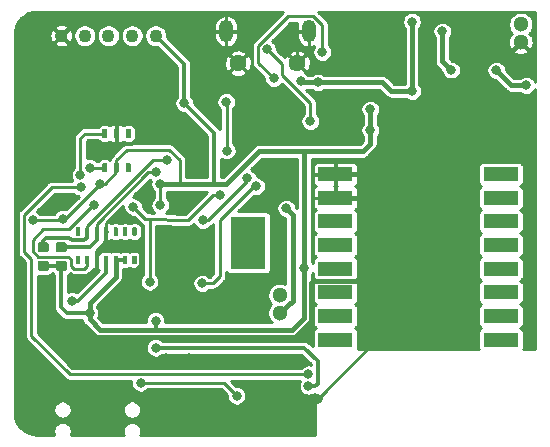
<source format=gbl>
G04 #@! TF.GenerationSoftware,KiCad,Pcbnew,(5.1.5)-3*
G04 #@! TF.CreationDate,2020-08-26T12:51:05+03:00*
G04 #@! TF.ProjectId,body_temp,626f6479-5f74-4656-9d70-2e6b69636164,rev?*
G04 #@! TF.SameCoordinates,Original*
G04 #@! TF.FileFunction,Copper,L2,Bot*
G04 #@! TF.FilePolarity,Positive*
%FSLAX46Y46*%
G04 Gerber Fmt 4.6, Leading zero omitted, Abs format (unit mm)*
G04 Created by KiCad (PCBNEW (5.1.5)-3) date 2020-08-26 12:51:05*
%MOMM*%
%LPD*%
G04 APERTURE LIST*
%ADD10C,0.100000*%
%ADD11C,0.600000*%
%ADD12R,2.950000X4.500000*%
%ADD13R,3.000000X1.200000*%
%ADD14C,1.100000*%
%ADD15C,1.300000*%
%ADD16O,1.200000X1.900000*%
%ADD17C,1.450000*%
%ADD18C,0.800000*%
%ADD19C,0.350000*%
%ADD20C,0.400000*%
%ADD21C,0.250000*%
%ADD22C,0.254000*%
G04 APERTURE END LIST*
G04 #@! TA.AperFunction,SMDPad,CuDef*
D10*
G36*
X20556076Y-35750421D02*
G01*
X20564570Y-35751681D01*
X20572900Y-35753768D01*
X20580985Y-35756661D01*
X20588747Y-35760332D01*
X20596112Y-35764746D01*
X20603009Y-35769862D01*
X20609372Y-35775628D01*
X20615138Y-35781991D01*
X20620254Y-35788888D01*
X20624668Y-35796253D01*
X20628339Y-35804015D01*
X20631232Y-35812100D01*
X20633319Y-35820430D01*
X20634579Y-35828924D01*
X20635000Y-35837500D01*
X20635000Y-36412500D01*
X20634579Y-36421076D01*
X20633319Y-36429570D01*
X20631232Y-36437900D01*
X20628339Y-36445985D01*
X20624668Y-36453747D01*
X20620254Y-36461112D01*
X20615138Y-36468009D01*
X20609372Y-36474372D01*
X20603009Y-36480138D01*
X20596112Y-36485254D01*
X20588747Y-36489668D01*
X20580985Y-36493339D01*
X20572900Y-36496232D01*
X20564570Y-36498319D01*
X20556076Y-36499579D01*
X20547500Y-36500000D01*
X20372500Y-36500000D01*
X20363924Y-36499579D01*
X20355430Y-36498319D01*
X20347100Y-36496232D01*
X20339015Y-36493339D01*
X20331253Y-36489668D01*
X20323888Y-36485254D01*
X20316991Y-36480138D01*
X20310628Y-36474372D01*
X20304862Y-36468009D01*
X20299746Y-36461112D01*
X20295332Y-36453747D01*
X20291661Y-36445985D01*
X20288768Y-36437900D01*
X20286681Y-36429570D01*
X20285421Y-36421076D01*
X20285000Y-36412500D01*
X20285000Y-35837500D01*
X20285421Y-35828924D01*
X20286681Y-35820430D01*
X20288768Y-35812100D01*
X20291661Y-35804015D01*
X20295332Y-35796253D01*
X20299746Y-35788888D01*
X20304862Y-35781991D01*
X20310628Y-35775628D01*
X20316991Y-35769862D01*
X20323888Y-35764746D01*
X20331253Y-35760332D01*
X20339015Y-35756661D01*
X20347100Y-35753768D01*
X20355430Y-35751681D01*
X20363924Y-35750421D01*
X20372500Y-35750000D01*
X20547500Y-35750000D01*
X20556076Y-35750421D01*
G37*
G04 #@! TD.AperFunction*
G04 #@! TA.AperFunction,SMDPad,CuDef*
G36*
X21356076Y-35750421D02*
G01*
X21364570Y-35751681D01*
X21372900Y-35753768D01*
X21380985Y-35756661D01*
X21388747Y-35760332D01*
X21396112Y-35764746D01*
X21403009Y-35769862D01*
X21409372Y-35775628D01*
X21415138Y-35781991D01*
X21420254Y-35788888D01*
X21424668Y-35796253D01*
X21428339Y-35804015D01*
X21431232Y-35812100D01*
X21433319Y-35820430D01*
X21434579Y-35828924D01*
X21435000Y-35837500D01*
X21435000Y-36412500D01*
X21434579Y-36421076D01*
X21433319Y-36429570D01*
X21431232Y-36437900D01*
X21428339Y-36445985D01*
X21424668Y-36453747D01*
X21420254Y-36461112D01*
X21415138Y-36468009D01*
X21409372Y-36474372D01*
X21403009Y-36480138D01*
X21396112Y-36485254D01*
X21388747Y-36489668D01*
X21380985Y-36493339D01*
X21372900Y-36496232D01*
X21364570Y-36498319D01*
X21356076Y-36499579D01*
X21347500Y-36500000D01*
X21172500Y-36500000D01*
X21163924Y-36499579D01*
X21155430Y-36498319D01*
X21147100Y-36496232D01*
X21139015Y-36493339D01*
X21131253Y-36489668D01*
X21123888Y-36485254D01*
X21116991Y-36480138D01*
X21110628Y-36474372D01*
X21104862Y-36468009D01*
X21099746Y-36461112D01*
X21095332Y-36453747D01*
X21091661Y-36445985D01*
X21088768Y-36437900D01*
X21086681Y-36429570D01*
X21085421Y-36421076D01*
X21085000Y-36412500D01*
X21085000Y-35837500D01*
X21085421Y-35828924D01*
X21086681Y-35820430D01*
X21088768Y-35812100D01*
X21091661Y-35804015D01*
X21095332Y-35796253D01*
X21099746Y-35788888D01*
X21104862Y-35781991D01*
X21110628Y-35775628D01*
X21116991Y-35769862D01*
X21123888Y-35764746D01*
X21131253Y-35760332D01*
X21139015Y-35756661D01*
X21147100Y-35753768D01*
X21155430Y-35751681D01*
X21163924Y-35750421D01*
X21172500Y-35750000D01*
X21347500Y-35750000D01*
X21356076Y-35750421D01*
G37*
G04 #@! TD.AperFunction*
G04 #@! TA.AperFunction,SMDPad,CuDef*
G36*
X22156076Y-35750421D02*
G01*
X22164570Y-35751681D01*
X22172900Y-35753768D01*
X22180985Y-35756661D01*
X22188747Y-35760332D01*
X22196112Y-35764746D01*
X22203009Y-35769862D01*
X22209372Y-35775628D01*
X22215138Y-35781991D01*
X22220254Y-35788888D01*
X22224668Y-35796253D01*
X22228339Y-35804015D01*
X22231232Y-35812100D01*
X22233319Y-35820430D01*
X22234579Y-35828924D01*
X22235000Y-35837500D01*
X22235000Y-36412500D01*
X22234579Y-36421076D01*
X22233319Y-36429570D01*
X22231232Y-36437900D01*
X22228339Y-36445985D01*
X22224668Y-36453747D01*
X22220254Y-36461112D01*
X22215138Y-36468009D01*
X22209372Y-36474372D01*
X22203009Y-36480138D01*
X22196112Y-36485254D01*
X22188747Y-36489668D01*
X22180985Y-36493339D01*
X22172900Y-36496232D01*
X22164570Y-36498319D01*
X22156076Y-36499579D01*
X22147500Y-36500000D01*
X21972500Y-36500000D01*
X21963924Y-36499579D01*
X21955430Y-36498319D01*
X21947100Y-36496232D01*
X21939015Y-36493339D01*
X21931253Y-36489668D01*
X21923888Y-36485254D01*
X21916991Y-36480138D01*
X21910628Y-36474372D01*
X21904862Y-36468009D01*
X21899746Y-36461112D01*
X21895332Y-36453747D01*
X21891661Y-36445985D01*
X21888768Y-36437900D01*
X21886681Y-36429570D01*
X21885421Y-36421076D01*
X21885000Y-36412500D01*
X21885000Y-35837500D01*
X21885421Y-35828924D01*
X21886681Y-35820430D01*
X21888768Y-35812100D01*
X21891661Y-35804015D01*
X21895332Y-35796253D01*
X21899746Y-35788888D01*
X21904862Y-35781991D01*
X21910628Y-35775628D01*
X21916991Y-35769862D01*
X21923888Y-35764746D01*
X21931253Y-35760332D01*
X21939015Y-35756661D01*
X21947100Y-35753768D01*
X21955430Y-35751681D01*
X21963924Y-35750421D01*
X21972500Y-35750000D01*
X22147500Y-35750000D01*
X22156076Y-35750421D01*
G37*
G04 #@! TD.AperFunction*
G04 #@! TA.AperFunction,SMDPad,CuDef*
G36*
X22956076Y-35750421D02*
G01*
X22964570Y-35751681D01*
X22972900Y-35753768D01*
X22980985Y-35756661D01*
X22988747Y-35760332D01*
X22996112Y-35764746D01*
X23003009Y-35769862D01*
X23009372Y-35775628D01*
X23015138Y-35781991D01*
X23020254Y-35788888D01*
X23024668Y-35796253D01*
X23028339Y-35804015D01*
X23031232Y-35812100D01*
X23033319Y-35820430D01*
X23034579Y-35828924D01*
X23035000Y-35837500D01*
X23035000Y-36412500D01*
X23034579Y-36421076D01*
X23033319Y-36429570D01*
X23031232Y-36437900D01*
X23028339Y-36445985D01*
X23024668Y-36453747D01*
X23020254Y-36461112D01*
X23015138Y-36468009D01*
X23009372Y-36474372D01*
X23003009Y-36480138D01*
X22996112Y-36485254D01*
X22988747Y-36489668D01*
X22980985Y-36493339D01*
X22972900Y-36496232D01*
X22964570Y-36498319D01*
X22956076Y-36499579D01*
X22947500Y-36500000D01*
X22772500Y-36500000D01*
X22763924Y-36499579D01*
X22755430Y-36498319D01*
X22747100Y-36496232D01*
X22739015Y-36493339D01*
X22731253Y-36489668D01*
X22723888Y-36485254D01*
X22716991Y-36480138D01*
X22710628Y-36474372D01*
X22704862Y-36468009D01*
X22699746Y-36461112D01*
X22695332Y-36453747D01*
X22691661Y-36445985D01*
X22688768Y-36437900D01*
X22686681Y-36429570D01*
X22685421Y-36421076D01*
X22685000Y-36412500D01*
X22685000Y-35837500D01*
X22685421Y-35828924D01*
X22686681Y-35820430D01*
X22688768Y-35812100D01*
X22691661Y-35804015D01*
X22695332Y-35796253D01*
X22699746Y-35788888D01*
X22704862Y-35781991D01*
X22710628Y-35775628D01*
X22716991Y-35769862D01*
X22723888Y-35764746D01*
X22731253Y-35760332D01*
X22739015Y-35756661D01*
X22747100Y-35753768D01*
X22755430Y-35751681D01*
X22763924Y-35750421D01*
X22772500Y-35750000D01*
X22947500Y-35750000D01*
X22956076Y-35750421D01*
G37*
G04 #@! TD.AperFunction*
G04 #@! TA.AperFunction,SMDPad,CuDef*
G36*
X23756076Y-35750421D02*
G01*
X23764570Y-35751681D01*
X23772900Y-35753768D01*
X23780985Y-35756661D01*
X23788747Y-35760332D01*
X23796112Y-35764746D01*
X23803009Y-35769862D01*
X23809372Y-35775628D01*
X23815138Y-35781991D01*
X23820254Y-35788888D01*
X23824668Y-35796253D01*
X23828339Y-35804015D01*
X23831232Y-35812100D01*
X23833319Y-35820430D01*
X23834579Y-35828924D01*
X23835000Y-35837500D01*
X23835000Y-36412500D01*
X23834579Y-36421076D01*
X23833319Y-36429570D01*
X23831232Y-36437900D01*
X23828339Y-36445985D01*
X23824668Y-36453747D01*
X23820254Y-36461112D01*
X23815138Y-36468009D01*
X23809372Y-36474372D01*
X23803009Y-36480138D01*
X23796112Y-36485254D01*
X23788747Y-36489668D01*
X23780985Y-36493339D01*
X23772900Y-36496232D01*
X23764570Y-36498319D01*
X23756076Y-36499579D01*
X23747500Y-36500000D01*
X23572500Y-36500000D01*
X23563924Y-36499579D01*
X23555430Y-36498319D01*
X23547100Y-36496232D01*
X23539015Y-36493339D01*
X23531253Y-36489668D01*
X23523888Y-36485254D01*
X23516991Y-36480138D01*
X23510628Y-36474372D01*
X23504862Y-36468009D01*
X23499746Y-36461112D01*
X23495332Y-36453747D01*
X23491661Y-36445985D01*
X23488768Y-36437900D01*
X23486681Y-36429570D01*
X23485421Y-36421076D01*
X23485000Y-36412500D01*
X23485000Y-35837500D01*
X23485421Y-35828924D01*
X23486681Y-35820430D01*
X23488768Y-35812100D01*
X23491661Y-35804015D01*
X23495332Y-35796253D01*
X23499746Y-35788888D01*
X23504862Y-35781991D01*
X23510628Y-35775628D01*
X23516991Y-35769862D01*
X23523888Y-35764746D01*
X23531253Y-35760332D01*
X23539015Y-35756661D01*
X23547100Y-35753768D01*
X23555430Y-35751681D01*
X23563924Y-35750421D01*
X23572500Y-35750000D01*
X23747500Y-35750000D01*
X23756076Y-35750421D01*
G37*
G04 #@! TD.AperFunction*
G04 #@! TA.AperFunction,SMDPad,CuDef*
G36*
X24556076Y-35750421D02*
G01*
X24564570Y-35751681D01*
X24572900Y-35753768D01*
X24580985Y-35756661D01*
X24588747Y-35760332D01*
X24596112Y-35764746D01*
X24603009Y-35769862D01*
X24609372Y-35775628D01*
X24615138Y-35781991D01*
X24620254Y-35788888D01*
X24624668Y-35796253D01*
X24628339Y-35804015D01*
X24631232Y-35812100D01*
X24633319Y-35820430D01*
X24634579Y-35828924D01*
X24635000Y-35837500D01*
X24635000Y-36412500D01*
X24634579Y-36421076D01*
X24633319Y-36429570D01*
X24631232Y-36437900D01*
X24628339Y-36445985D01*
X24624668Y-36453747D01*
X24620254Y-36461112D01*
X24615138Y-36468009D01*
X24609372Y-36474372D01*
X24603009Y-36480138D01*
X24596112Y-36485254D01*
X24588747Y-36489668D01*
X24580985Y-36493339D01*
X24572900Y-36496232D01*
X24564570Y-36498319D01*
X24556076Y-36499579D01*
X24547500Y-36500000D01*
X24372500Y-36500000D01*
X24363924Y-36499579D01*
X24355430Y-36498319D01*
X24347100Y-36496232D01*
X24339015Y-36493339D01*
X24331253Y-36489668D01*
X24323888Y-36485254D01*
X24316991Y-36480138D01*
X24310628Y-36474372D01*
X24304862Y-36468009D01*
X24299746Y-36461112D01*
X24295332Y-36453747D01*
X24291661Y-36445985D01*
X24288768Y-36437900D01*
X24286681Y-36429570D01*
X24285421Y-36421076D01*
X24285000Y-36412500D01*
X24285000Y-35837500D01*
X24285421Y-35828924D01*
X24286681Y-35820430D01*
X24288768Y-35812100D01*
X24291661Y-35804015D01*
X24295332Y-35796253D01*
X24299746Y-35788888D01*
X24304862Y-35781991D01*
X24310628Y-35775628D01*
X24316991Y-35769862D01*
X24323888Y-35764746D01*
X24331253Y-35760332D01*
X24339015Y-35756661D01*
X24347100Y-35753768D01*
X24355430Y-35751681D01*
X24363924Y-35750421D01*
X24372500Y-35750000D01*
X24547500Y-35750000D01*
X24556076Y-35750421D01*
G37*
G04 #@! TD.AperFunction*
G04 #@! TA.AperFunction,SMDPad,CuDef*
G36*
X25356076Y-35750421D02*
G01*
X25364570Y-35751681D01*
X25372900Y-35753768D01*
X25380985Y-35756661D01*
X25388747Y-35760332D01*
X25396112Y-35764746D01*
X25403009Y-35769862D01*
X25409372Y-35775628D01*
X25415138Y-35781991D01*
X25420254Y-35788888D01*
X25424668Y-35796253D01*
X25428339Y-35804015D01*
X25431232Y-35812100D01*
X25433319Y-35820430D01*
X25434579Y-35828924D01*
X25435000Y-35837500D01*
X25435000Y-36412500D01*
X25434579Y-36421076D01*
X25433319Y-36429570D01*
X25431232Y-36437900D01*
X25428339Y-36445985D01*
X25424668Y-36453747D01*
X25420254Y-36461112D01*
X25415138Y-36468009D01*
X25409372Y-36474372D01*
X25403009Y-36480138D01*
X25396112Y-36485254D01*
X25388747Y-36489668D01*
X25380985Y-36493339D01*
X25372900Y-36496232D01*
X25364570Y-36498319D01*
X25356076Y-36499579D01*
X25347500Y-36500000D01*
X25172500Y-36500000D01*
X25163924Y-36499579D01*
X25155430Y-36498319D01*
X25147100Y-36496232D01*
X25139015Y-36493339D01*
X25131253Y-36489668D01*
X25123888Y-36485254D01*
X25116991Y-36480138D01*
X25110628Y-36474372D01*
X25104862Y-36468009D01*
X25099746Y-36461112D01*
X25095332Y-36453747D01*
X25091661Y-36445985D01*
X25088768Y-36437900D01*
X25086681Y-36429570D01*
X25085421Y-36421076D01*
X25085000Y-36412500D01*
X25085000Y-35837500D01*
X25085421Y-35828924D01*
X25086681Y-35820430D01*
X25088768Y-35812100D01*
X25091661Y-35804015D01*
X25095332Y-35796253D01*
X25099746Y-35788888D01*
X25104862Y-35781991D01*
X25110628Y-35775628D01*
X25116991Y-35769862D01*
X25123888Y-35764746D01*
X25131253Y-35760332D01*
X25139015Y-35756661D01*
X25147100Y-35753768D01*
X25155430Y-35751681D01*
X25163924Y-35750421D01*
X25172500Y-35750000D01*
X25347500Y-35750000D01*
X25356076Y-35750421D01*
G37*
G04 #@! TD.AperFunction*
G04 #@! TA.AperFunction,SMDPad,CuDef*
G36*
X25356076Y-33350421D02*
G01*
X25364570Y-33351681D01*
X25372900Y-33353768D01*
X25380985Y-33356661D01*
X25388747Y-33360332D01*
X25396112Y-33364746D01*
X25403009Y-33369862D01*
X25409372Y-33375628D01*
X25415138Y-33381991D01*
X25420254Y-33388888D01*
X25424668Y-33396253D01*
X25428339Y-33404015D01*
X25431232Y-33412100D01*
X25433319Y-33420430D01*
X25434579Y-33428924D01*
X25435000Y-33437500D01*
X25435000Y-34012500D01*
X25434579Y-34021076D01*
X25433319Y-34029570D01*
X25431232Y-34037900D01*
X25428339Y-34045985D01*
X25424668Y-34053747D01*
X25420254Y-34061112D01*
X25415138Y-34068009D01*
X25409372Y-34074372D01*
X25403009Y-34080138D01*
X25396112Y-34085254D01*
X25388747Y-34089668D01*
X25380985Y-34093339D01*
X25372900Y-34096232D01*
X25364570Y-34098319D01*
X25356076Y-34099579D01*
X25347500Y-34100000D01*
X25172500Y-34100000D01*
X25163924Y-34099579D01*
X25155430Y-34098319D01*
X25147100Y-34096232D01*
X25139015Y-34093339D01*
X25131253Y-34089668D01*
X25123888Y-34085254D01*
X25116991Y-34080138D01*
X25110628Y-34074372D01*
X25104862Y-34068009D01*
X25099746Y-34061112D01*
X25095332Y-34053747D01*
X25091661Y-34045985D01*
X25088768Y-34037900D01*
X25086681Y-34029570D01*
X25085421Y-34021076D01*
X25085000Y-34012500D01*
X25085000Y-33437500D01*
X25085421Y-33428924D01*
X25086681Y-33420430D01*
X25088768Y-33412100D01*
X25091661Y-33404015D01*
X25095332Y-33396253D01*
X25099746Y-33388888D01*
X25104862Y-33381991D01*
X25110628Y-33375628D01*
X25116991Y-33369862D01*
X25123888Y-33364746D01*
X25131253Y-33360332D01*
X25139015Y-33356661D01*
X25147100Y-33353768D01*
X25155430Y-33351681D01*
X25163924Y-33350421D01*
X25172500Y-33350000D01*
X25347500Y-33350000D01*
X25356076Y-33350421D01*
G37*
G04 #@! TD.AperFunction*
G04 #@! TA.AperFunction,SMDPad,CuDef*
G36*
X24556076Y-33350421D02*
G01*
X24564570Y-33351681D01*
X24572900Y-33353768D01*
X24580985Y-33356661D01*
X24588747Y-33360332D01*
X24596112Y-33364746D01*
X24603009Y-33369862D01*
X24609372Y-33375628D01*
X24615138Y-33381991D01*
X24620254Y-33388888D01*
X24624668Y-33396253D01*
X24628339Y-33404015D01*
X24631232Y-33412100D01*
X24633319Y-33420430D01*
X24634579Y-33428924D01*
X24635000Y-33437500D01*
X24635000Y-34012500D01*
X24634579Y-34021076D01*
X24633319Y-34029570D01*
X24631232Y-34037900D01*
X24628339Y-34045985D01*
X24624668Y-34053747D01*
X24620254Y-34061112D01*
X24615138Y-34068009D01*
X24609372Y-34074372D01*
X24603009Y-34080138D01*
X24596112Y-34085254D01*
X24588747Y-34089668D01*
X24580985Y-34093339D01*
X24572900Y-34096232D01*
X24564570Y-34098319D01*
X24556076Y-34099579D01*
X24547500Y-34100000D01*
X24372500Y-34100000D01*
X24363924Y-34099579D01*
X24355430Y-34098319D01*
X24347100Y-34096232D01*
X24339015Y-34093339D01*
X24331253Y-34089668D01*
X24323888Y-34085254D01*
X24316991Y-34080138D01*
X24310628Y-34074372D01*
X24304862Y-34068009D01*
X24299746Y-34061112D01*
X24295332Y-34053747D01*
X24291661Y-34045985D01*
X24288768Y-34037900D01*
X24286681Y-34029570D01*
X24285421Y-34021076D01*
X24285000Y-34012500D01*
X24285000Y-33437500D01*
X24285421Y-33428924D01*
X24286681Y-33420430D01*
X24288768Y-33412100D01*
X24291661Y-33404015D01*
X24295332Y-33396253D01*
X24299746Y-33388888D01*
X24304862Y-33381991D01*
X24310628Y-33375628D01*
X24316991Y-33369862D01*
X24323888Y-33364746D01*
X24331253Y-33360332D01*
X24339015Y-33356661D01*
X24347100Y-33353768D01*
X24355430Y-33351681D01*
X24363924Y-33350421D01*
X24372500Y-33350000D01*
X24547500Y-33350000D01*
X24556076Y-33350421D01*
G37*
G04 #@! TD.AperFunction*
G04 #@! TA.AperFunction,SMDPad,CuDef*
G36*
X23756076Y-33350421D02*
G01*
X23764570Y-33351681D01*
X23772900Y-33353768D01*
X23780985Y-33356661D01*
X23788747Y-33360332D01*
X23796112Y-33364746D01*
X23803009Y-33369862D01*
X23809372Y-33375628D01*
X23815138Y-33381991D01*
X23820254Y-33388888D01*
X23824668Y-33396253D01*
X23828339Y-33404015D01*
X23831232Y-33412100D01*
X23833319Y-33420430D01*
X23834579Y-33428924D01*
X23835000Y-33437500D01*
X23835000Y-34012500D01*
X23834579Y-34021076D01*
X23833319Y-34029570D01*
X23831232Y-34037900D01*
X23828339Y-34045985D01*
X23824668Y-34053747D01*
X23820254Y-34061112D01*
X23815138Y-34068009D01*
X23809372Y-34074372D01*
X23803009Y-34080138D01*
X23796112Y-34085254D01*
X23788747Y-34089668D01*
X23780985Y-34093339D01*
X23772900Y-34096232D01*
X23764570Y-34098319D01*
X23756076Y-34099579D01*
X23747500Y-34100000D01*
X23572500Y-34100000D01*
X23563924Y-34099579D01*
X23555430Y-34098319D01*
X23547100Y-34096232D01*
X23539015Y-34093339D01*
X23531253Y-34089668D01*
X23523888Y-34085254D01*
X23516991Y-34080138D01*
X23510628Y-34074372D01*
X23504862Y-34068009D01*
X23499746Y-34061112D01*
X23495332Y-34053747D01*
X23491661Y-34045985D01*
X23488768Y-34037900D01*
X23486681Y-34029570D01*
X23485421Y-34021076D01*
X23485000Y-34012500D01*
X23485000Y-33437500D01*
X23485421Y-33428924D01*
X23486681Y-33420430D01*
X23488768Y-33412100D01*
X23491661Y-33404015D01*
X23495332Y-33396253D01*
X23499746Y-33388888D01*
X23504862Y-33381991D01*
X23510628Y-33375628D01*
X23516991Y-33369862D01*
X23523888Y-33364746D01*
X23531253Y-33360332D01*
X23539015Y-33356661D01*
X23547100Y-33353768D01*
X23555430Y-33351681D01*
X23563924Y-33350421D01*
X23572500Y-33350000D01*
X23747500Y-33350000D01*
X23756076Y-33350421D01*
G37*
G04 #@! TD.AperFunction*
G04 #@! TA.AperFunction,SMDPad,CuDef*
G36*
X22956076Y-33350421D02*
G01*
X22964570Y-33351681D01*
X22972900Y-33353768D01*
X22980985Y-33356661D01*
X22988747Y-33360332D01*
X22996112Y-33364746D01*
X23003009Y-33369862D01*
X23009372Y-33375628D01*
X23015138Y-33381991D01*
X23020254Y-33388888D01*
X23024668Y-33396253D01*
X23028339Y-33404015D01*
X23031232Y-33412100D01*
X23033319Y-33420430D01*
X23034579Y-33428924D01*
X23035000Y-33437500D01*
X23035000Y-34012500D01*
X23034579Y-34021076D01*
X23033319Y-34029570D01*
X23031232Y-34037900D01*
X23028339Y-34045985D01*
X23024668Y-34053747D01*
X23020254Y-34061112D01*
X23015138Y-34068009D01*
X23009372Y-34074372D01*
X23003009Y-34080138D01*
X22996112Y-34085254D01*
X22988747Y-34089668D01*
X22980985Y-34093339D01*
X22972900Y-34096232D01*
X22964570Y-34098319D01*
X22956076Y-34099579D01*
X22947500Y-34100000D01*
X22772500Y-34100000D01*
X22763924Y-34099579D01*
X22755430Y-34098319D01*
X22747100Y-34096232D01*
X22739015Y-34093339D01*
X22731253Y-34089668D01*
X22723888Y-34085254D01*
X22716991Y-34080138D01*
X22710628Y-34074372D01*
X22704862Y-34068009D01*
X22699746Y-34061112D01*
X22695332Y-34053747D01*
X22691661Y-34045985D01*
X22688768Y-34037900D01*
X22686681Y-34029570D01*
X22685421Y-34021076D01*
X22685000Y-34012500D01*
X22685000Y-33437500D01*
X22685421Y-33428924D01*
X22686681Y-33420430D01*
X22688768Y-33412100D01*
X22691661Y-33404015D01*
X22695332Y-33396253D01*
X22699746Y-33388888D01*
X22704862Y-33381991D01*
X22710628Y-33375628D01*
X22716991Y-33369862D01*
X22723888Y-33364746D01*
X22731253Y-33360332D01*
X22739015Y-33356661D01*
X22747100Y-33353768D01*
X22755430Y-33351681D01*
X22763924Y-33350421D01*
X22772500Y-33350000D01*
X22947500Y-33350000D01*
X22956076Y-33350421D01*
G37*
G04 #@! TD.AperFunction*
G04 #@! TA.AperFunction,SMDPad,CuDef*
G36*
X22156076Y-33350421D02*
G01*
X22164570Y-33351681D01*
X22172900Y-33353768D01*
X22180985Y-33356661D01*
X22188747Y-33360332D01*
X22196112Y-33364746D01*
X22203009Y-33369862D01*
X22209372Y-33375628D01*
X22215138Y-33381991D01*
X22220254Y-33388888D01*
X22224668Y-33396253D01*
X22228339Y-33404015D01*
X22231232Y-33412100D01*
X22233319Y-33420430D01*
X22234579Y-33428924D01*
X22235000Y-33437500D01*
X22235000Y-34012500D01*
X22234579Y-34021076D01*
X22233319Y-34029570D01*
X22231232Y-34037900D01*
X22228339Y-34045985D01*
X22224668Y-34053747D01*
X22220254Y-34061112D01*
X22215138Y-34068009D01*
X22209372Y-34074372D01*
X22203009Y-34080138D01*
X22196112Y-34085254D01*
X22188747Y-34089668D01*
X22180985Y-34093339D01*
X22172900Y-34096232D01*
X22164570Y-34098319D01*
X22156076Y-34099579D01*
X22147500Y-34100000D01*
X21972500Y-34100000D01*
X21963924Y-34099579D01*
X21955430Y-34098319D01*
X21947100Y-34096232D01*
X21939015Y-34093339D01*
X21931253Y-34089668D01*
X21923888Y-34085254D01*
X21916991Y-34080138D01*
X21910628Y-34074372D01*
X21904862Y-34068009D01*
X21899746Y-34061112D01*
X21895332Y-34053747D01*
X21891661Y-34045985D01*
X21888768Y-34037900D01*
X21886681Y-34029570D01*
X21885421Y-34021076D01*
X21885000Y-34012500D01*
X21885000Y-33437500D01*
X21885421Y-33428924D01*
X21886681Y-33420430D01*
X21888768Y-33412100D01*
X21891661Y-33404015D01*
X21895332Y-33396253D01*
X21899746Y-33388888D01*
X21904862Y-33381991D01*
X21910628Y-33375628D01*
X21916991Y-33369862D01*
X21923888Y-33364746D01*
X21931253Y-33360332D01*
X21939015Y-33356661D01*
X21947100Y-33353768D01*
X21955430Y-33351681D01*
X21963924Y-33350421D01*
X21972500Y-33350000D01*
X22147500Y-33350000D01*
X22156076Y-33350421D01*
G37*
G04 #@! TD.AperFunction*
G04 #@! TA.AperFunction,SMDPad,CuDef*
G36*
X21356076Y-33350421D02*
G01*
X21364570Y-33351681D01*
X21372900Y-33353768D01*
X21380985Y-33356661D01*
X21388747Y-33360332D01*
X21396112Y-33364746D01*
X21403009Y-33369862D01*
X21409372Y-33375628D01*
X21415138Y-33381991D01*
X21420254Y-33388888D01*
X21424668Y-33396253D01*
X21428339Y-33404015D01*
X21431232Y-33412100D01*
X21433319Y-33420430D01*
X21434579Y-33428924D01*
X21435000Y-33437500D01*
X21435000Y-34012500D01*
X21434579Y-34021076D01*
X21433319Y-34029570D01*
X21431232Y-34037900D01*
X21428339Y-34045985D01*
X21424668Y-34053747D01*
X21420254Y-34061112D01*
X21415138Y-34068009D01*
X21409372Y-34074372D01*
X21403009Y-34080138D01*
X21396112Y-34085254D01*
X21388747Y-34089668D01*
X21380985Y-34093339D01*
X21372900Y-34096232D01*
X21364570Y-34098319D01*
X21356076Y-34099579D01*
X21347500Y-34100000D01*
X21172500Y-34100000D01*
X21163924Y-34099579D01*
X21155430Y-34098319D01*
X21147100Y-34096232D01*
X21139015Y-34093339D01*
X21131253Y-34089668D01*
X21123888Y-34085254D01*
X21116991Y-34080138D01*
X21110628Y-34074372D01*
X21104862Y-34068009D01*
X21099746Y-34061112D01*
X21095332Y-34053747D01*
X21091661Y-34045985D01*
X21088768Y-34037900D01*
X21086681Y-34029570D01*
X21085421Y-34021076D01*
X21085000Y-34012500D01*
X21085000Y-33437500D01*
X21085421Y-33428924D01*
X21086681Y-33420430D01*
X21088768Y-33412100D01*
X21091661Y-33404015D01*
X21095332Y-33396253D01*
X21099746Y-33388888D01*
X21104862Y-33381991D01*
X21110628Y-33375628D01*
X21116991Y-33369862D01*
X21123888Y-33364746D01*
X21131253Y-33360332D01*
X21139015Y-33356661D01*
X21147100Y-33353768D01*
X21155430Y-33351681D01*
X21163924Y-33350421D01*
X21172500Y-33350000D01*
X21347500Y-33350000D01*
X21356076Y-33350421D01*
G37*
G04 #@! TD.AperFunction*
G04 #@! TA.AperFunction,SMDPad,CuDef*
G36*
X20556076Y-33350421D02*
G01*
X20564570Y-33351681D01*
X20572900Y-33353768D01*
X20580985Y-33356661D01*
X20588747Y-33360332D01*
X20596112Y-33364746D01*
X20603009Y-33369862D01*
X20609372Y-33375628D01*
X20615138Y-33381991D01*
X20620254Y-33388888D01*
X20624668Y-33396253D01*
X20628339Y-33404015D01*
X20631232Y-33412100D01*
X20633319Y-33420430D01*
X20634579Y-33428924D01*
X20635000Y-33437500D01*
X20635000Y-34012500D01*
X20634579Y-34021076D01*
X20633319Y-34029570D01*
X20631232Y-34037900D01*
X20628339Y-34045985D01*
X20624668Y-34053747D01*
X20620254Y-34061112D01*
X20615138Y-34068009D01*
X20609372Y-34074372D01*
X20603009Y-34080138D01*
X20596112Y-34085254D01*
X20588747Y-34089668D01*
X20580985Y-34093339D01*
X20572900Y-34096232D01*
X20564570Y-34098319D01*
X20556076Y-34099579D01*
X20547500Y-34100000D01*
X20372500Y-34100000D01*
X20363924Y-34099579D01*
X20355430Y-34098319D01*
X20347100Y-34096232D01*
X20339015Y-34093339D01*
X20331253Y-34089668D01*
X20323888Y-34085254D01*
X20316991Y-34080138D01*
X20310628Y-34074372D01*
X20304862Y-34068009D01*
X20299746Y-34061112D01*
X20295332Y-34053747D01*
X20291661Y-34045985D01*
X20288768Y-34037900D01*
X20286681Y-34029570D01*
X20285421Y-34021076D01*
X20285000Y-34012500D01*
X20285000Y-33437500D01*
X20285421Y-33428924D01*
X20286681Y-33420430D01*
X20288768Y-33412100D01*
X20291661Y-33404015D01*
X20295332Y-33396253D01*
X20299746Y-33388888D01*
X20304862Y-33381991D01*
X20310628Y-33375628D01*
X20316991Y-33369862D01*
X20323888Y-33364746D01*
X20331253Y-33360332D01*
X20339015Y-33356661D01*
X20347100Y-33353768D01*
X20355430Y-33351681D01*
X20363924Y-33350421D01*
X20372500Y-33350000D01*
X20547500Y-33350000D01*
X20556076Y-33350421D01*
G37*
G04 #@! TD.AperFunction*
D11*
X35492000Y-36471000D03*
X35492000Y-35371000D03*
X34292000Y-35371000D03*
X34292000Y-36471000D03*
X35492000Y-32871000D03*
X35492000Y-34071000D03*
X34292000Y-34071000D03*
X34292000Y-32871000D03*
D12*
X34892000Y-34671000D03*
D13*
X56276000Y-42870000D03*
X56276000Y-40870000D03*
X56276000Y-38870000D03*
X56276000Y-36870000D03*
X56276000Y-34870000D03*
X56276000Y-32870000D03*
X56276000Y-30870000D03*
X56276000Y-28870000D03*
X42276000Y-28870000D03*
X42276000Y-30870000D03*
X42276000Y-32870000D03*
X42276000Y-34870000D03*
X42276000Y-36870000D03*
X42276000Y-38870000D03*
X42276000Y-40870000D03*
X42276000Y-42870000D03*
G04 #@! TA.AperFunction,SMDPad,CuDef*
D10*
G36*
X22842802Y-27921482D02*
G01*
X22852509Y-27922921D01*
X22862028Y-27925306D01*
X22871268Y-27928612D01*
X22880140Y-27932808D01*
X22888557Y-27937853D01*
X22896439Y-27943699D01*
X22903711Y-27950289D01*
X22910301Y-27957561D01*
X22916147Y-27965443D01*
X22921192Y-27973860D01*
X22925388Y-27982732D01*
X22928694Y-27991972D01*
X22931079Y-28001491D01*
X22932518Y-28011198D01*
X22933000Y-28021000D01*
X22933000Y-28621000D01*
X22932518Y-28630802D01*
X22931079Y-28640509D01*
X22928694Y-28650028D01*
X22925388Y-28659268D01*
X22921192Y-28668140D01*
X22916147Y-28676557D01*
X22910301Y-28684439D01*
X22903711Y-28691711D01*
X22896439Y-28698301D01*
X22888557Y-28704147D01*
X22880140Y-28709192D01*
X22871268Y-28713388D01*
X22862028Y-28716694D01*
X22852509Y-28719079D01*
X22842802Y-28720518D01*
X22833000Y-28721000D01*
X22633000Y-28721000D01*
X22623198Y-28720518D01*
X22613491Y-28719079D01*
X22603972Y-28716694D01*
X22594732Y-28713388D01*
X22585860Y-28709192D01*
X22577443Y-28704147D01*
X22569561Y-28698301D01*
X22562289Y-28691711D01*
X22555699Y-28684439D01*
X22549853Y-28676557D01*
X22544808Y-28668140D01*
X22540612Y-28659268D01*
X22537306Y-28650028D01*
X22534921Y-28640509D01*
X22533482Y-28630802D01*
X22533000Y-28621000D01*
X22533000Y-28021000D01*
X22533482Y-28011198D01*
X22534921Y-28001491D01*
X22537306Y-27991972D01*
X22540612Y-27982732D01*
X22544808Y-27973860D01*
X22549853Y-27965443D01*
X22555699Y-27957561D01*
X22562289Y-27950289D01*
X22569561Y-27943699D01*
X22577443Y-27937853D01*
X22585860Y-27932808D01*
X22594732Y-27928612D01*
X22603972Y-27925306D01*
X22613491Y-27922921D01*
X22623198Y-27921482D01*
X22633000Y-27921000D01*
X22833000Y-27921000D01*
X22842802Y-27921482D01*
G37*
G04 #@! TD.AperFunction*
G04 #@! TA.AperFunction,SMDPad,CuDef*
G36*
X23842802Y-27921482D02*
G01*
X23852509Y-27922921D01*
X23862028Y-27925306D01*
X23871268Y-27928612D01*
X23880140Y-27932808D01*
X23888557Y-27937853D01*
X23896439Y-27943699D01*
X23903711Y-27950289D01*
X23910301Y-27957561D01*
X23916147Y-27965443D01*
X23921192Y-27973860D01*
X23925388Y-27982732D01*
X23928694Y-27991972D01*
X23931079Y-28001491D01*
X23932518Y-28011198D01*
X23933000Y-28021000D01*
X23933000Y-28621000D01*
X23932518Y-28630802D01*
X23931079Y-28640509D01*
X23928694Y-28650028D01*
X23925388Y-28659268D01*
X23921192Y-28668140D01*
X23916147Y-28676557D01*
X23910301Y-28684439D01*
X23903711Y-28691711D01*
X23896439Y-28698301D01*
X23888557Y-28704147D01*
X23880140Y-28709192D01*
X23871268Y-28713388D01*
X23862028Y-28716694D01*
X23852509Y-28719079D01*
X23842802Y-28720518D01*
X23833000Y-28721000D01*
X23633000Y-28721000D01*
X23623198Y-28720518D01*
X23613491Y-28719079D01*
X23603972Y-28716694D01*
X23594732Y-28713388D01*
X23585860Y-28709192D01*
X23577443Y-28704147D01*
X23569561Y-28698301D01*
X23562289Y-28691711D01*
X23555699Y-28684439D01*
X23549853Y-28676557D01*
X23544808Y-28668140D01*
X23540612Y-28659268D01*
X23537306Y-28650028D01*
X23534921Y-28640509D01*
X23533482Y-28630802D01*
X23533000Y-28621000D01*
X23533000Y-28021000D01*
X23533482Y-28011198D01*
X23534921Y-28001491D01*
X23537306Y-27991972D01*
X23540612Y-27982732D01*
X23544808Y-27973860D01*
X23549853Y-27965443D01*
X23555699Y-27957561D01*
X23562289Y-27950289D01*
X23569561Y-27943699D01*
X23577443Y-27937853D01*
X23585860Y-27932808D01*
X23594732Y-27928612D01*
X23603972Y-27925306D01*
X23613491Y-27922921D01*
X23623198Y-27921482D01*
X23633000Y-27921000D01*
X23833000Y-27921000D01*
X23842802Y-27921482D01*
G37*
G04 #@! TD.AperFunction*
G04 #@! TA.AperFunction,SMDPad,CuDef*
G36*
X24842802Y-27921482D02*
G01*
X24852509Y-27922921D01*
X24862028Y-27925306D01*
X24871268Y-27928612D01*
X24880140Y-27932808D01*
X24888557Y-27937853D01*
X24896439Y-27943699D01*
X24903711Y-27950289D01*
X24910301Y-27957561D01*
X24916147Y-27965443D01*
X24921192Y-27973860D01*
X24925388Y-27982732D01*
X24928694Y-27991972D01*
X24931079Y-28001491D01*
X24932518Y-28011198D01*
X24933000Y-28021000D01*
X24933000Y-28621000D01*
X24932518Y-28630802D01*
X24931079Y-28640509D01*
X24928694Y-28650028D01*
X24925388Y-28659268D01*
X24921192Y-28668140D01*
X24916147Y-28676557D01*
X24910301Y-28684439D01*
X24903711Y-28691711D01*
X24896439Y-28698301D01*
X24888557Y-28704147D01*
X24880140Y-28709192D01*
X24871268Y-28713388D01*
X24862028Y-28716694D01*
X24852509Y-28719079D01*
X24842802Y-28720518D01*
X24833000Y-28721000D01*
X24633000Y-28721000D01*
X24623198Y-28720518D01*
X24613491Y-28719079D01*
X24603972Y-28716694D01*
X24594732Y-28713388D01*
X24585860Y-28709192D01*
X24577443Y-28704147D01*
X24569561Y-28698301D01*
X24562289Y-28691711D01*
X24555699Y-28684439D01*
X24549853Y-28676557D01*
X24544808Y-28668140D01*
X24540612Y-28659268D01*
X24537306Y-28650028D01*
X24534921Y-28640509D01*
X24533482Y-28630802D01*
X24533000Y-28621000D01*
X24533000Y-28021000D01*
X24533482Y-28011198D01*
X24534921Y-28001491D01*
X24537306Y-27991972D01*
X24540612Y-27982732D01*
X24544808Y-27973860D01*
X24549853Y-27965443D01*
X24555699Y-27957561D01*
X24562289Y-27950289D01*
X24569561Y-27943699D01*
X24577443Y-27937853D01*
X24585860Y-27932808D01*
X24594732Y-27928612D01*
X24603972Y-27925306D01*
X24613491Y-27922921D01*
X24623198Y-27921482D01*
X24633000Y-27921000D01*
X24833000Y-27921000D01*
X24842802Y-27921482D01*
G37*
G04 #@! TD.AperFunction*
G04 #@! TA.AperFunction,SMDPad,CuDef*
G36*
X24842802Y-25021482D02*
G01*
X24852509Y-25022921D01*
X24862028Y-25025306D01*
X24871268Y-25028612D01*
X24880140Y-25032808D01*
X24888557Y-25037853D01*
X24896439Y-25043699D01*
X24903711Y-25050289D01*
X24910301Y-25057561D01*
X24916147Y-25065443D01*
X24921192Y-25073860D01*
X24925388Y-25082732D01*
X24928694Y-25091972D01*
X24931079Y-25101491D01*
X24932518Y-25111198D01*
X24933000Y-25121000D01*
X24933000Y-25721000D01*
X24932518Y-25730802D01*
X24931079Y-25740509D01*
X24928694Y-25750028D01*
X24925388Y-25759268D01*
X24921192Y-25768140D01*
X24916147Y-25776557D01*
X24910301Y-25784439D01*
X24903711Y-25791711D01*
X24896439Y-25798301D01*
X24888557Y-25804147D01*
X24880140Y-25809192D01*
X24871268Y-25813388D01*
X24862028Y-25816694D01*
X24852509Y-25819079D01*
X24842802Y-25820518D01*
X24833000Y-25821000D01*
X24633000Y-25821000D01*
X24623198Y-25820518D01*
X24613491Y-25819079D01*
X24603972Y-25816694D01*
X24594732Y-25813388D01*
X24585860Y-25809192D01*
X24577443Y-25804147D01*
X24569561Y-25798301D01*
X24562289Y-25791711D01*
X24555699Y-25784439D01*
X24549853Y-25776557D01*
X24544808Y-25768140D01*
X24540612Y-25759268D01*
X24537306Y-25750028D01*
X24534921Y-25740509D01*
X24533482Y-25730802D01*
X24533000Y-25721000D01*
X24533000Y-25121000D01*
X24533482Y-25111198D01*
X24534921Y-25101491D01*
X24537306Y-25091972D01*
X24540612Y-25082732D01*
X24544808Y-25073860D01*
X24549853Y-25065443D01*
X24555699Y-25057561D01*
X24562289Y-25050289D01*
X24569561Y-25043699D01*
X24577443Y-25037853D01*
X24585860Y-25032808D01*
X24594732Y-25028612D01*
X24603972Y-25025306D01*
X24613491Y-25022921D01*
X24623198Y-25021482D01*
X24633000Y-25021000D01*
X24833000Y-25021000D01*
X24842802Y-25021482D01*
G37*
G04 #@! TD.AperFunction*
G04 #@! TA.AperFunction,SMDPad,CuDef*
G36*
X23842802Y-25021482D02*
G01*
X23852509Y-25022921D01*
X23862028Y-25025306D01*
X23871268Y-25028612D01*
X23880140Y-25032808D01*
X23888557Y-25037853D01*
X23896439Y-25043699D01*
X23903711Y-25050289D01*
X23910301Y-25057561D01*
X23916147Y-25065443D01*
X23921192Y-25073860D01*
X23925388Y-25082732D01*
X23928694Y-25091972D01*
X23931079Y-25101491D01*
X23932518Y-25111198D01*
X23933000Y-25121000D01*
X23933000Y-25721000D01*
X23932518Y-25730802D01*
X23931079Y-25740509D01*
X23928694Y-25750028D01*
X23925388Y-25759268D01*
X23921192Y-25768140D01*
X23916147Y-25776557D01*
X23910301Y-25784439D01*
X23903711Y-25791711D01*
X23896439Y-25798301D01*
X23888557Y-25804147D01*
X23880140Y-25809192D01*
X23871268Y-25813388D01*
X23862028Y-25816694D01*
X23852509Y-25819079D01*
X23842802Y-25820518D01*
X23833000Y-25821000D01*
X23633000Y-25821000D01*
X23623198Y-25820518D01*
X23613491Y-25819079D01*
X23603972Y-25816694D01*
X23594732Y-25813388D01*
X23585860Y-25809192D01*
X23577443Y-25804147D01*
X23569561Y-25798301D01*
X23562289Y-25791711D01*
X23555699Y-25784439D01*
X23549853Y-25776557D01*
X23544808Y-25768140D01*
X23540612Y-25759268D01*
X23537306Y-25750028D01*
X23534921Y-25740509D01*
X23533482Y-25730802D01*
X23533000Y-25721000D01*
X23533000Y-25121000D01*
X23533482Y-25111198D01*
X23534921Y-25101491D01*
X23537306Y-25091972D01*
X23540612Y-25082732D01*
X23544808Y-25073860D01*
X23549853Y-25065443D01*
X23555699Y-25057561D01*
X23562289Y-25050289D01*
X23569561Y-25043699D01*
X23577443Y-25037853D01*
X23585860Y-25032808D01*
X23594732Y-25028612D01*
X23603972Y-25025306D01*
X23613491Y-25022921D01*
X23623198Y-25021482D01*
X23633000Y-25021000D01*
X23833000Y-25021000D01*
X23842802Y-25021482D01*
G37*
G04 #@! TD.AperFunction*
G04 #@! TA.AperFunction,SMDPad,CuDef*
G36*
X22842802Y-25021482D02*
G01*
X22852509Y-25022921D01*
X22862028Y-25025306D01*
X22871268Y-25028612D01*
X22880140Y-25032808D01*
X22888557Y-25037853D01*
X22896439Y-25043699D01*
X22903711Y-25050289D01*
X22910301Y-25057561D01*
X22916147Y-25065443D01*
X22921192Y-25073860D01*
X22925388Y-25082732D01*
X22928694Y-25091972D01*
X22931079Y-25101491D01*
X22932518Y-25111198D01*
X22933000Y-25121000D01*
X22933000Y-25721000D01*
X22932518Y-25730802D01*
X22931079Y-25740509D01*
X22928694Y-25750028D01*
X22925388Y-25759268D01*
X22921192Y-25768140D01*
X22916147Y-25776557D01*
X22910301Y-25784439D01*
X22903711Y-25791711D01*
X22896439Y-25798301D01*
X22888557Y-25804147D01*
X22880140Y-25809192D01*
X22871268Y-25813388D01*
X22862028Y-25816694D01*
X22852509Y-25819079D01*
X22842802Y-25820518D01*
X22833000Y-25821000D01*
X22633000Y-25821000D01*
X22623198Y-25820518D01*
X22613491Y-25819079D01*
X22603972Y-25816694D01*
X22594732Y-25813388D01*
X22585860Y-25809192D01*
X22577443Y-25804147D01*
X22569561Y-25798301D01*
X22562289Y-25791711D01*
X22555699Y-25784439D01*
X22549853Y-25776557D01*
X22544808Y-25768140D01*
X22540612Y-25759268D01*
X22537306Y-25750028D01*
X22534921Y-25740509D01*
X22533482Y-25730802D01*
X22533000Y-25721000D01*
X22533000Y-25121000D01*
X22533482Y-25111198D01*
X22534921Y-25101491D01*
X22537306Y-25091972D01*
X22540612Y-25082732D01*
X22544808Y-25073860D01*
X22549853Y-25065443D01*
X22555699Y-25057561D01*
X22562289Y-25050289D01*
X22569561Y-25043699D01*
X22577443Y-25037853D01*
X22585860Y-25032808D01*
X22594732Y-25028612D01*
X22603972Y-25025306D01*
X22613491Y-25022921D01*
X22623198Y-25021482D01*
X22633000Y-25021000D01*
X22833000Y-25021000D01*
X22842802Y-25021482D01*
G37*
G04 #@! TD.AperFunction*
G04 #@! TA.AperFunction,SMDPad,CuDef*
G36*
X17803691Y-36190553D02*
G01*
X17824926Y-36193703D01*
X17845750Y-36198919D01*
X17865962Y-36206151D01*
X17885368Y-36215330D01*
X17903781Y-36226366D01*
X17921024Y-36239154D01*
X17936930Y-36253570D01*
X17951346Y-36269476D01*
X17964134Y-36286719D01*
X17975170Y-36305132D01*
X17984349Y-36324538D01*
X17991581Y-36344750D01*
X17996797Y-36365574D01*
X17999947Y-36386809D01*
X18001000Y-36408250D01*
X18001000Y-36845750D01*
X17999947Y-36867191D01*
X17996797Y-36888426D01*
X17991581Y-36909250D01*
X17984349Y-36929462D01*
X17975170Y-36948868D01*
X17964134Y-36967281D01*
X17951346Y-36984524D01*
X17936930Y-37000430D01*
X17921024Y-37014846D01*
X17903781Y-37027634D01*
X17885368Y-37038670D01*
X17865962Y-37047849D01*
X17845750Y-37055081D01*
X17824926Y-37060297D01*
X17803691Y-37063447D01*
X17782250Y-37064500D01*
X17269750Y-37064500D01*
X17248309Y-37063447D01*
X17227074Y-37060297D01*
X17206250Y-37055081D01*
X17186038Y-37047849D01*
X17166632Y-37038670D01*
X17148219Y-37027634D01*
X17130976Y-37014846D01*
X17115070Y-37000430D01*
X17100654Y-36984524D01*
X17087866Y-36967281D01*
X17076830Y-36948868D01*
X17067651Y-36929462D01*
X17060419Y-36909250D01*
X17055203Y-36888426D01*
X17052053Y-36867191D01*
X17051000Y-36845750D01*
X17051000Y-36408250D01*
X17052053Y-36386809D01*
X17055203Y-36365574D01*
X17060419Y-36344750D01*
X17067651Y-36324538D01*
X17076830Y-36305132D01*
X17087866Y-36286719D01*
X17100654Y-36269476D01*
X17115070Y-36253570D01*
X17130976Y-36239154D01*
X17148219Y-36226366D01*
X17166632Y-36215330D01*
X17186038Y-36206151D01*
X17206250Y-36198919D01*
X17227074Y-36193703D01*
X17248309Y-36190553D01*
X17269750Y-36189500D01*
X17782250Y-36189500D01*
X17803691Y-36190553D01*
G37*
G04 #@! TD.AperFunction*
G04 #@! TA.AperFunction,SMDPad,CuDef*
G36*
X17803691Y-34615553D02*
G01*
X17824926Y-34618703D01*
X17845750Y-34623919D01*
X17865962Y-34631151D01*
X17885368Y-34640330D01*
X17903781Y-34651366D01*
X17921024Y-34664154D01*
X17936930Y-34678570D01*
X17951346Y-34694476D01*
X17964134Y-34711719D01*
X17975170Y-34730132D01*
X17984349Y-34749538D01*
X17991581Y-34769750D01*
X17996797Y-34790574D01*
X17999947Y-34811809D01*
X18001000Y-34833250D01*
X18001000Y-35270750D01*
X17999947Y-35292191D01*
X17996797Y-35313426D01*
X17991581Y-35334250D01*
X17984349Y-35354462D01*
X17975170Y-35373868D01*
X17964134Y-35392281D01*
X17951346Y-35409524D01*
X17936930Y-35425430D01*
X17921024Y-35439846D01*
X17903781Y-35452634D01*
X17885368Y-35463670D01*
X17865962Y-35472849D01*
X17845750Y-35480081D01*
X17824926Y-35485297D01*
X17803691Y-35488447D01*
X17782250Y-35489500D01*
X17269750Y-35489500D01*
X17248309Y-35488447D01*
X17227074Y-35485297D01*
X17206250Y-35480081D01*
X17186038Y-35472849D01*
X17166632Y-35463670D01*
X17148219Y-35452634D01*
X17130976Y-35439846D01*
X17115070Y-35425430D01*
X17100654Y-35409524D01*
X17087866Y-35392281D01*
X17076830Y-35373868D01*
X17067651Y-35354462D01*
X17060419Y-35334250D01*
X17055203Y-35313426D01*
X17052053Y-35292191D01*
X17051000Y-35270750D01*
X17051000Y-34833250D01*
X17052053Y-34811809D01*
X17055203Y-34790574D01*
X17060419Y-34769750D01*
X17067651Y-34749538D01*
X17076830Y-34730132D01*
X17087866Y-34711719D01*
X17100654Y-34694476D01*
X17115070Y-34678570D01*
X17130976Y-34664154D01*
X17148219Y-34651366D01*
X17166632Y-34640330D01*
X17186038Y-34631151D01*
X17206250Y-34623919D01*
X17227074Y-34618703D01*
X17248309Y-34615553D01*
X17269750Y-34614500D01*
X17782250Y-34614500D01*
X17803691Y-34615553D01*
G37*
G04 #@! TD.AperFunction*
G04 #@! TA.AperFunction,SMDPad,CuDef*
G36*
X19327691Y-36190553D02*
G01*
X19348926Y-36193703D01*
X19369750Y-36198919D01*
X19389962Y-36206151D01*
X19409368Y-36215330D01*
X19427781Y-36226366D01*
X19445024Y-36239154D01*
X19460930Y-36253570D01*
X19475346Y-36269476D01*
X19488134Y-36286719D01*
X19499170Y-36305132D01*
X19508349Y-36324538D01*
X19515581Y-36344750D01*
X19520797Y-36365574D01*
X19523947Y-36386809D01*
X19525000Y-36408250D01*
X19525000Y-36845750D01*
X19523947Y-36867191D01*
X19520797Y-36888426D01*
X19515581Y-36909250D01*
X19508349Y-36929462D01*
X19499170Y-36948868D01*
X19488134Y-36967281D01*
X19475346Y-36984524D01*
X19460930Y-37000430D01*
X19445024Y-37014846D01*
X19427781Y-37027634D01*
X19409368Y-37038670D01*
X19389962Y-37047849D01*
X19369750Y-37055081D01*
X19348926Y-37060297D01*
X19327691Y-37063447D01*
X19306250Y-37064500D01*
X18793750Y-37064500D01*
X18772309Y-37063447D01*
X18751074Y-37060297D01*
X18730250Y-37055081D01*
X18710038Y-37047849D01*
X18690632Y-37038670D01*
X18672219Y-37027634D01*
X18654976Y-37014846D01*
X18639070Y-37000430D01*
X18624654Y-36984524D01*
X18611866Y-36967281D01*
X18600830Y-36948868D01*
X18591651Y-36929462D01*
X18584419Y-36909250D01*
X18579203Y-36888426D01*
X18576053Y-36867191D01*
X18575000Y-36845750D01*
X18575000Y-36408250D01*
X18576053Y-36386809D01*
X18579203Y-36365574D01*
X18584419Y-36344750D01*
X18591651Y-36324538D01*
X18600830Y-36305132D01*
X18611866Y-36286719D01*
X18624654Y-36269476D01*
X18639070Y-36253570D01*
X18654976Y-36239154D01*
X18672219Y-36226366D01*
X18690632Y-36215330D01*
X18710038Y-36206151D01*
X18730250Y-36198919D01*
X18751074Y-36193703D01*
X18772309Y-36190553D01*
X18793750Y-36189500D01*
X19306250Y-36189500D01*
X19327691Y-36190553D01*
G37*
G04 #@! TD.AperFunction*
G04 #@! TA.AperFunction,SMDPad,CuDef*
G36*
X19327691Y-34615553D02*
G01*
X19348926Y-34618703D01*
X19369750Y-34623919D01*
X19389962Y-34631151D01*
X19409368Y-34640330D01*
X19427781Y-34651366D01*
X19445024Y-34664154D01*
X19460930Y-34678570D01*
X19475346Y-34694476D01*
X19488134Y-34711719D01*
X19499170Y-34730132D01*
X19508349Y-34749538D01*
X19515581Y-34769750D01*
X19520797Y-34790574D01*
X19523947Y-34811809D01*
X19525000Y-34833250D01*
X19525000Y-35270750D01*
X19523947Y-35292191D01*
X19520797Y-35313426D01*
X19515581Y-35334250D01*
X19508349Y-35354462D01*
X19499170Y-35373868D01*
X19488134Y-35392281D01*
X19475346Y-35409524D01*
X19460930Y-35425430D01*
X19445024Y-35439846D01*
X19427781Y-35452634D01*
X19409368Y-35463670D01*
X19389962Y-35472849D01*
X19369750Y-35480081D01*
X19348926Y-35485297D01*
X19327691Y-35488447D01*
X19306250Y-35489500D01*
X18793750Y-35489500D01*
X18772309Y-35488447D01*
X18751074Y-35485297D01*
X18730250Y-35480081D01*
X18710038Y-35472849D01*
X18690632Y-35463670D01*
X18672219Y-35452634D01*
X18654976Y-35439846D01*
X18639070Y-35425430D01*
X18624654Y-35409524D01*
X18611866Y-35392281D01*
X18600830Y-35373868D01*
X18591651Y-35354462D01*
X18584419Y-35334250D01*
X18579203Y-35313426D01*
X18576053Y-35292191D01*
X18575000Y-35270750D01*
X18575000Y-34833250D01*
X18576053Y-34811809D01*
X18579203Y-34790574D01*
X18584419Y-34769750D01*
X18591651Y-34749538D01*
X18600830Y-34730132D01*
X18611866Y-34711719D01*
X18624654Y-34694476D01*
X18639070Y-34678570D01*
X18654976Y-34664154D01*
X18672219Y-34651366D01*
X18690632Y-34640330D01*
X18710038Y-34631151D01*
X18730250Y-34623919D01*
X18751074Y-34618703D01*
X18772309Y-34615553D01*
X18793750Y-34614500D01*
X19306250Y-34614500D01*
X19327691Y-34615553D01*
G37*
G04 #@! TD.AperFunction*
D14*
X19051000Y-17145000D03*
X21051000Y-17145000D03*
X23051000Y-17145000D03*
X25051000Y-17145000D03*
X27051000Y-17145000D03*
D15*
X37592000Y-40616000D03*
X37592000Y-39116000D03*
X57960000Y-16185000D03*
X57960000Y-17685000D03*
D16*
X33020000Y-16764000D03*
X40020000Y-16764000D03*
D17*
X34020000Y-19464000D03*
X39020000Y-19464000D03*
D18*
X35560000Y-25400000D03*
X37465000Y-23495000D03*
X50107814Y-19665814D03*
X53590251Y-19306648D03*
X52324000Y-24130000D03*
X23749000Y-24182000D03*
X40762927Y-47883073D03*
X53340000Y-39370000D03*
X50165000Y-39370000D03*
X46355000Y-43180000D03*
X52705000Y-43180000D03*
X40005000Y-50165000D03*
X38100000Y-50546000D03*
X27940000Y-44450000D03*
X29845000Y-44450000D03*
X23495000Y-43307000D03*
X25400000Y-43307000D03*
X29845000Y-38100000D03*
X29845000Y-39370000D03*
X22860000Y-46990000D03*
X24130000Y-46990000D03*
X28989000Y-48420000D03*
X30861000Y-47371000D03*
X20955000Y-46990000D03*
X18415000Y-46990000D03*
X16129000Y-47879000D03*
X17145000Y-44831000D03*
X17399000Y-41402000D03*
X17526000Y-38862000D03*
X26388000Y-31397000D03*
X17526000Y-32004000D03*
X22987000Y-40767000D03*
X45720000Y-40005000D03*
X47625000Y-38100000D03*
X50165000Y-36195000D03*
X53340000Y-36195000D03*
X51879500Y-32829500D03*
X48260000Y-34290000D03*
X45720000Y-36195000D03*
X45720000Y-31750000D03*
X49235000Y-28870000D03*
X52324000Y-28870000D03*
X48895000Y-31750000D03*
X45425000Y-28870000D03*
X41910000Y-26035000D03*
X37338000Y-30353000D03*
X35342999Y-31332001D03*
X28523000Y-24182000D03*
X22860000Y-26670000D03*
X26035000Y-23495000D03*
X22225000Y-23495000D03*
X20637500Y-18732500D03*
X31750000Y-19685000D03*
X30480000Y-17780000D03*
X29210000Y-15875000D03*
X33655000Y-21590000D03*
X15875000Y-19050000D03*
X15875000Y-22225000D03*
X15875000Y-25400000D03*
X17145000Y-26670000D03*
X18415000Y-22225000D03*
X56769000Y-25908000D03*
X58420000Y-27305000D03*
X57960000Y-19764000D03*
X56515000Y-18415000D03*
X25400000Y-41148000D03*
X25579000Y-30682000D03*
X26364000Y-25325000D03*
X30099000Y-33909000D03*
X25590500Y-34861500D03*
X28575000Y-31242000D03*
X33020000Y-28194000D03*
X26035000Y-19050000D03*
X23749000Y-19177000D03*
X19243000Y-44003000D03*
X15621000Y-41275000D03*
X15621000Y-36957000D03*
X51308000Y-16764000D03*
X48758427Y-15946743D03*
X48768000Y-21844000D03*
X52070000Y-20066000D03*
X40795001Y-21082000D03*
X39345001Y-21002524D03*
X45212000Y-23368000D03*
X45212000Y-25146000D03*
X19177000Y-32639000D03*
X22352000Y-29718000D03*
X29464000Y-22860000D03*
X27432000Y-29718000D03*
X39624000Y-36830000D03*
X16637000Y-32766000D03*
X21463000Y-40640000D03*
X39987917Y-46797511D03*
X27051000Y-43561000D03*
X27051000Y-41275000D03*
X27432000Y-31496000D03*
X58420000Y-21336000D03*
X55880000Y-20066000D03*
X37051018Y-20739002D03*
X41148000Y-18542000D03*
X32512000Y-30607000D03*
X26543000Y-37973000D03*
X25146000Y-31623000D03*
X35560000Y-29882000D03*
X30988000Y-38100000D03*
X40136732Y-24388587D03*
X36477344Y-18277037D03*
X19939000Y-39589998D03*
X27089000Y-28702000D03*
X28048478Y-27686000D03*
X38100000Y-31750000D03*
X20682130Y-28945696D03*
X21463000Y-28321000D03*
X33078336Y-26865664D03*
X33020000Y-22733000D03*
X31038000Y-32766000D03*
X34798000Y-29210000D03*
X33909000Y-47625000D03*
X25781000Y-46522508D03*
X39987917Y-45797508D03*
X20701000Y-29957000D03*
X21844000Y-31496000D03*
D19*
X25019000Y-26289000D02*
X24384000Y-26289000D01*
D20*
X52708001Y-20866001D02*
X53590251Y-19983751D01*
X50107814Y-19665814D02*
X51308001Y-20866001D01*
X53590251Y-19983751D02*
X53590251Y-19872333D01*
X53590251Y-19872333D02*
X53590251Y-19306648D01*
X51308001Y-20866001D02*
X52708001Y-20866001D01*
X52324000Y-24130000D02*
X52324000Y-21336000D01*
X52324000Y-21336000D02*
X52324000Y-20971616D01*
D21*
X39020000Y-16914000D02*
X39170000Y-16764000D01*
X39170000Y-16764000D02*
X40020000Y-16764000D01*
X39020000Y-19464000D02*
X39020000Y-16914000D01*
D20*
X52324000Y-27178000D02*
X52324000Y-24130000D01*
X52324000Y-28870000D02*
X52324000Y-27178000D01*
X42276000Y-28870000D02*
X45425000Y-28870000D01*
D21*
X23733000Y-24218000D02*
X23697000Y-24182000D01*
X23733000Y-25421000D02*
X23733000Y-24218000D01*
D20*
X52324000Y-32385000D02*
X52324000Y-28870000D01*
X46839000Y-37870000D02*
X51879500Y-32829500D01*
X52324000Y-27559000D02*
X52324000Y-27178000D01*
X42276000Y-30870000D02*
X52324000Y-30870000D01*
X52324000Y-30870000D02*
X52324000Y-27559000D01*
D21*
X46839000Y-41807000D02*
X46839000Y-37870000D01*
X40762927Y-47883073D02*
X46839000Y-41807000D01*
D20*
X51879500Y-32829500D02*
X52324000Y-32385000D01*
X49235000Y-28870000D02*
X52324000Y-28870000D01*
X52324000Y-28870000D02*
X52324000Y-28870000D01*
X45425000Y-28870000D02*
X49235000Y-28870000D01*
X25400000Y-43307000D02*
X25400000Y-42741315D01*
D19*
X22060000Y-35750000D02*
X22060000Y-36125000D01*
X22435010Y-35374990D02*
X22060000Y-35750000D01*
X25810010Y-35645920D02*
X25539080Y-35374990D01*
X25810010Y-36604080D02*
X25810010Y-35645920D01*
X25400000Y-37014090D02*
X25810010Y-36604080D01*
X25400000Y-41148000D02*
X25400000Y-37014090D01*
X22860000Y-35316980D02*
X22918010Y-35374990D01*
X22860000Y-33725000D02*
X22860000Y-35316980D01*
X25539080Y-35374990D02*
X22918010Y-35374990D01*
X22918010Y-35374990D02*
X22435010Y-35374990D01*
D20*
X40455998Y-37870000D02*
X40224010Y-38101988D01*
X20608991Y-42637009D02*
X19243000Y-44003000D01*
X46839000Y-37870000D02*
X40455998Y-37870000D01*
X40224010Y-41269532D02*
X38856533Y-42637009D01*
X38856533Y-42637009D02*
X20608991Y-42637009D01*
X40224010Y-38101988D02*
X40224010Y-41269532D01*
D21*
X22860000Y-33725000D02*
X22860000Y-33020000D01*
X23241000Y-32639000D02*
X23622000Y-32639000D01*
X22860000Y-33020000D02*
X23241000Y-32639000D01*
D20*
X48758427Y-21834427D02*
X48768000Y-21844000D01*
X48758427Y-15946743D02*
X48758427Y-21834427D01*
X51308000Y-19304000D02*
X52070000Y-20066000D01*
X51308000Y-16764000D02*
X51308000Y-19304000D01*
X39424477Y-21082000D02*
X39345001Y-21002524D01*
X40795001Y-21082000D02*
X39424477Y-21082000D01*
X46990000Y-21844000D02*
X48768000Y-21844000D01*
X40795001Y-21082000D02*
X46228000Y-21082000D01*
X46228000Y-21082000D02*
X46990000Y-21844000D01*
X45212000Y-23368000D02*
X45212000Y-25146000D01*
D21*
X21082000Y-30988000D02*
X19304000Y-32766000D01*
X22352000Y-29718000D02*
X22352000Y-29718000D01*
D20*
X39624000Y-36830000D02*
X39624000Y-26924000D01*
X35814000Y-26924000D02*
X39624000Y-26924000D01*
X33020000Y-29718000D02*
X35814000Y-26924000D01*
D21*
X23733000Y-28321000D02*
X23749000Y-28337000D01*
X17202685Y-32766000D02*
X19304000Y-32766000D01*
X16637000Y-32766000D02*
X17202685Y-32766000D01*
D19*
X23660000Y-36125000D02*
X24460000Y-36125000D01*
X17526000Y-36627000D02*
X19050000Y-36627000D01*
D20*
X21463000Y-40640000D02*
X21463000Y-39751000D01*
X23660000Y-37554000D02*
X23660000Y-36125000D01*
X21463000Y-39751000D02*
X23660000Y-37554000D01*
D19*
X21463000Y-40640000D02*
X19558000Y-40640000D01*
X19050000Y-40132000D02*
X19050000Y-36627000D01*
X19558000Y-40640000D02*
X19050000Y-40132000D01*
D20*
X45212000Y-26289000D02*
X45212000Y-25146000D01*
X39624000Y-26924000D02*
X44577000Y-26924000D01*
X44577000Y-26924000D02*
X45212000Y-26289000D01*
X21463000Y-41148000D02*
X21463000Y-40640000D01*
X22352000Y-42037000D02*
X21463000Y-41148000D01*
X39624000Y-36830000D02*
X39624000Y-41021000D01*
X39624000Y-41021000D02*
X38608000Y-42037000D01*
D19*
X27051000Y-41275000D02*
X27051000Y-42037000D01*
D20*
X38608000Y-42037000D02*
X27051000Y-42037000D01*
X27051000Y-42037000D02*
X22352000Y-42037000D01*
D19*
X39624000Y-43561000D02*
X27051000Y-43561000D01*
X40762918Y-46588195D02*
X40762918Y-44699918D01*
X39987917Y-46797511D02*
X40553602Y-46797511D01*
X40762918Y-44699918D02*
X39624000Y-43561000D01*
X40553602Y-46797511D02*
X40762918Y-46588195D01*
D21*
X22352000Y-29718000D02*
X21590000Y-30480000D01*
X21590000Y-30480000D02*
X21082000Y-30988000D01*
X29464000Y-19685000D02*
X29464000Y-19685000D01*
D20*
X32004000Y-29718000D02*
X33020000Y-29718000D01*
D19*
X29491000Y-22860000D02*
X29464000Y-22860000D01*
X32004000Y-29718000D02*
X32004000Y-25373000D01*
X32004000Y-25373000D02*
X29491000Y-22860000D01*
X29464000Y-19558000D02*
X27051000Y-17145000D01*
X29464000Y-22860000D02*
X29464000Y-19558000D01*
D21*
X27432000Y-31496000D02*
X27432000Y-29718000D01*
D20*
X29083000Y-29718000D02*
X32004000Y-29718000D01*
X27432000Y-29718000D02*
X29083000Y-29718000D01*
D21*
X22733000Y-29718000D02*
X22352000Y-29718000D01*
X23733000Y-28321000D02*
X23733000Y-28718000D01*
X23733000Y-28718000D02*
X22733000Y-29718000D01*
X23733000Y-27702000D02*
X23733000Y-28321000D01*
X24638000Y-26797000D02*
X23733000Y-27702000D01*
X28194000Y-26797000D02*
X24638000Y-26797000D01*
X29083000Y-29718000D02*
X29083000Y-27686000D01*
X29083000Y-27686000D02*
X28194000Y-26797000D01*
D20*
X55880000Y-20066000D02*
X57150000Y-21336000D01*
X57150000Y-21336000D02*
X58420000Y-21336000D01*
D21*
X41148000Y-16233839D02*
X41148000Y-18542000D01*
X35733963Y-19477963D02*
X35733963Y-17984152D01*
X38229125Y-15488990D02*
X40403151Y-15488990D01*
X37051018Y-20739002D02*
X35733963Y-19477963D01*
X35733963Y-17984152D02*
X38229125Y-15488990D01*
X40403151Y-15488990D02*
X41148000Y-16233839D01*
X26543000Y-37973000D02*
X26543000Y-32766000D01*
X31946315Y-30607000D02*
X32512000Y-30607000D01*
X29787315Y-32766000D02*
X31946315Y-30607000D01*
X25146000Y-31623000D02*
X26162000Y-32639000D01*
X26162000Y-32639000D02*
X29787315Y-32766000D01*
X35370998Y-29882000D02*
X35560000Y-29882000D01*
X32490741Y-32762257D02*
X35370998Y-29882000D01*
X32490741Y-37486259D02*
X32490741Y-32762257D01*
X30988000Y-38100000D02*
X31877000Y-38100000D01*
X31877000Y-38100000D02*
X32490741Y-37486259D01*
X40132000Y-24383855D02*
X40136732Y-24388587D01*
X40132000Y-22860000D02*
X40132000Y-24383855D01*
X37776019Y-20504019D02*
X40132000Y-22860000D01*
X36477344Y-18277037D02*
X37776019Y-19575712D01*
X37776019Y-19575712D02*
X37776019Y-20504019D01*
D19*
X22860000Y-36500000D02*
X22860000Y-36125000D01*
X22860000Y-37234683D02*
X22860000Y-36500000D01*
X20504685Y-39589998D02*
X22860000Y-37234683D01*
X19939000Y-39589998D02*
X20504685Y-39589998D01*
X22060000Y-34455000D02*
X22060000Y-33725000D01*
X19050000Y-35052000D02*
X21463000Y-35052000D01*
X21463000Y-35052000D02*
X22060000Y-34455000D01*
D21*
X22060000Y-33059410D02*
X22060000Y-33350000D01*
X22060000Y-33350000D02*
X22060000Y-33725000D01*
X26417410Y-28702000D02*
X22060000Y-33059410D01*
X27089000Y-28702000D02*
X26417410Y-28702000D01*
D19*
X21023990Y-34475010D02*
X21260000Y-34239000D01*
X17526000Y-35052000D02*
X17526000Y-34515750D01*
X17802260Y-34239490D02*
X19703480Y-34239490D01*
X17526000Y-34515750D02*
X17802260Y-34239490D01*
X19703480Y-34239490D02*
X19939000Y-34475010D01*
X21260000Y-34239000D02*
X21260000Y-33725000D01*
X19939000Y-34475010D02*
X21023990Y-34475010D01*
D21*
X26797000Y-27686000D02*
X21260000Y-33223000D01*
X21260000Y-33223000D02*
X21260000Y-33350000D01*
X21260000Y-33350000D02*
X21260000Y-33725000D01*
X28048478Y-27686000D02*
X26797000Y-27686000D01*
D20*
X38642001Y-32292001D02*
X38642001Y-39565999D01*
X38100000Y-31750000D02*
X38642001Y-32292001D01*
X38642001Y-39565999D02*
X38241999Y-39966001D01*
X38241999Y-39966001D02*
X37592000Y-40616000D01*
D21*
X20682130Y-28945696D02*
X20682130Y-25799870D01*
X21061000Y-25421000D02*
X22733000Y-25421000D01*
X20682130Y-25799870D02*
X21061000Y-25421000D01*
X22733000Y-28321000D02*
X21463000Y-28321000D01*
X33078336Y-26865664D02*
X33078336Y-22791336D01*
X33078336Y-22791336D02*
X33020000Y-22733000D01*
X34798000Y-29464000D02*
X34798000Y-29210000D01*
X31038000Y-32766000D02*
X31496000Y-32766000D01*
X31496000Y-32766000D02*
X34798000Y-29464000D01*
X32806508Y-46522508D02*
X33909000Y-47625000D01*
X25781000Y-46522508D02*
X32806508Y-46522508D01*
X20135315Y-29957000D02*
X20701000Y-29957000D01*
X19762508Y-45797508D02*
X16510000Y-42545000D01*
X39987917Y-45797508D02*
X19762508Y-45797508D01*
X15911999Y-32319500D02*
X18274499Y-29957000D01*
X16510000Y-36068000D02*
X15911999Y-35469999D01*
X18274499Y-29957000D02*
X20135315Y-29957000D01*
X15911999Y-35469999D02*
X15911999Y-32319500D01*
X16510000Y-42545000D02*
X16510000Y-36068000D01*
X21730622Y-31496000D02*
X21844000Y-31496000D01*
X21260000Y-36125000D02*
X21260000Y-36626203D01*
X16637000Y-35406994D02*
X16637000Y-34417000D01*
X21260000Y-36626203D02*
X21021066Y-36865137D01*
X19662024Y-35836976D02*
X17066982Y-35836976D01*
X21021066Y-36865137D02*
X20167350Y-36865137D01*
X17526000Y-33528000D02*
X19698622Y-33528000D01*
X19698622Y-33528000D02*
X21730622Y-31496000D01*
X20167350Y-36865137D02*
X19903040Y-36600827D01*
X19903040Y-36600827D02*
X19903040Y-36077992D01*
X19903040Y-36077992D02*
X19662024Y-35836976D01*
X17066982Y-35836976D02*
X16637000Y-35406994D01*
X16637000Y-34417000D02*
X17526000Y-33528000D01*
D22*
G36*
X37819629Y-15117841D02*
G01*
X35362815Y-17574656D01*
X35341753Y-17591941D01*
X35306691Y-17634665D01*
X35272772Y-17675995D01*
X35221515Y-17771890D01*
X35189952Y-17875942D01*
X35179293Y-17984152D01*
X35181964Y-18011268D01*
X35181963Y-19440244D01*
X35166729Y-19255039D01*
X35103928Y-19035339D01*
X34999474Y-18832112D01*
X34978618Y-18800898D01*
X34786163Y-18736021D01*
X34058184Y-19464000D01*
X34786163Y-20191979D01*
X34978618Y-20127102D01*
X35089563Y-19927344D01*
X35159406Y-19709780D01*
X35182090Y-19512139D01*
X35185207Y-19538012D01*
X35189951Y-19586173D01*
X35191708Y-19591965D01*
X35192431Y-19597965D01*
X35207467Y-19643915D01*
X35221515Y-19690225D01*
X35224366Y-19695559D01*
X35226247Y-19701307D01*
X35249965Y-19743452D01*
X35272772Y-19786121D01*
X35276610Y-19790798D01*
X35279575Y-19796066D01*
X35311040Y-19832751D01*
X35341752Y-19870174D01*
X35367461Y-19891273D01*
X36224018Y-20711400D01*
X36224018Y-20820454D01*
X36255800Y-20980229D01*
X36318141Y-21130733D01*
X36408646Y-21266183D01*
X36523837Y-21381374D01*
X36659287Y-21471879D01*
X36809791Y-21534220D01*
X36969566Y-21566002D01*
X37132470Y-21566002D01*
X37292245Y-21534220D01*
X37442749Y-21471879D01*
X37578199Y-21381374D01*
X37693390Y-21266183D01*
X37719084Y-21227729D01*
X39580000Y-23088646D01*
X39580001Y-23775765D01*
X39494360Y-23861406D01*
X39403855Y-23996856D01*
X39341514Y-24147360D01*
X39309732Y-24307135D01*
X39309732Y-24470039D01*
X39341514Y-24629814D01*
X39403855Y-24780318D01*
X39494360Y-24915768D01*
X39609551Y-25030959D01*
X39745001Y-25121464D01*
X39895505Y-25183805D01*
X40055280Y-25215587D01*
X40218184Y-25215587D01*
X40377959Y-25183805D01*
X40528463Y-25121464D01*
X40663913Y-25030959D01*
X40779104Y-24915768D01*
X40869609Y-24780318D01*
X40931950Y-24629814D01*
X40963732Y-24470039D01*
X40963732Y-24307135D01*
X40931950Y-24147360D01*
X40869609Y-23996856D01*
X40779104Y-23861406D01*
X40684000Y-23766302D01*
X40684000Y-22887097D01*
X40686669Y-22859999D01*
X40684000Y-22832901D01*
X40684000Y-22832891D01*
X40676012Y-22751789D01*
X40644448Y-22647737D01*
X40607747Y-22579074D01*
X40593191Y-22551841D01*
X40541491Y-22488845D01*
X40524211Y-22467789D01*
X40503154Y-22450508D01*
X39767493Y-21714847D01*
X39776244Y-21709000D01*
X40252448Y-21709000D01*
X40267820Y-21724372D01*
X40403270Y-21814877D01*
X40553774Y-21877218D01*
X40713549Y-21909000D01*
X40876453Y-21909000D01*
X41036228Y-21877218D01*
X41186732Y-21814877D01*
X41322182Y-21724372D01*
X41337554Y-21709000D01*
X45968289Y-21709000D01*
X46524866Y-22265578D01*
X46544499Y-22289501D01*
X46639972Y-22367853D01*
X46748897Y-22426075D01*
X46835529Y-22452354D01*
X46867087Y-22461927D01*
X46990000Y-22474033D01*
X47020794Y-22471000D01*
X48225447Y-22471000D01*
X48240819Y-22486372D01*
X48376269Y-22576877D01*
X48526773Y-22639218D01*
X48686548Y-22671000D01*
X48849452Y-22671000D01*
X49009227Y-22639218D01*
X49159731Y-22576877D01*
X49295181Y-22486372D01*
X49410372Y-22371181D01*
X49500877Y-22235731D01*
X49563218Y-22085227D01*
X49595000Y-21925452D01*
X49595000Y-21762548D01*
X49563218Y-21602773D01*
X49500877Y-21452269D01*
X49410372Y-21316819D01*
X49385427Y-21291874D01*
X49385427Y-16682548D01*
X50481000Y-16682548D01*
X50481000Y-16845452D01*
X50512782Y-17005227D01*
X50575123Y-17155731D01*
X50665628Y-17291181D01*
X50681000Y-17306553D01*
X50681001Y-19273196D01*
X50677967Y-19304000D01*
X50690073Y-19426912D01*
X50724020Y-19538819D01*
X50725926Y-19545103D01*
X50784148Y-19654028D01*
X50862500Y-19749501D01*
X50886422Y-19769133D01*
X51243000Y-20125711D01*
X51243000Y-20147452D01*
X51274782Y-20307227D01*
X51337123Y-20457731D01*
X51427628Y-20593181D01*
X51542819Y-20708372D01*
X51678269Y-20798877D01*
X51828773Y-20861218D01*
X51988548Y-20893000D01*
X52151452Y-20893000D01*
X52311227Y-20861218D01*
X52461731Y-20798877D01*
X52597181Y-20708372D01*
X52712372Y-20593181D01*
X52802877Y-20457731D01*
X52865218Y-20307227D01*
X52897000Y-20147452D01*
X52897000Y-19984548D01*
X52865218Y-19824773D01*
X52802877Y-19674269D01*
X52712372Y-19538819D01*
X52597181Y-19423628D01*
X52461731Y-19333123D01*
X52311227Y-19270782D01*
X52151452Y-19239000D01*
X52129711Y-19239000D01*
X51935000Y-19044289D01*
X51935000Y-18397855D01*
X57285329Y-18397855D01*
X57341207Y-18582631D01*
X57528216Y-18686104D01*
X57731818Y-18751105D01*
X57944190Y-18775136D01*
X58157168Y-18757274D01*
X58362570Y-18698205D01*
X58552501Y-18600199D01*
X58578793Y-18582631D01*
X58634671Y-18397855D01*
X57960000Y-17723184D01*
X57285329Y-18397855D01*
X51935000Y-18397855D01*
X51935000Y-17669190D01*
X56869864Y-17669190D01*
X56887726Y-17882168D01*
X56946795Y-18087570D01*
X57044801Y-18277501D01*
X57062369Y-18303793D01*
X57247145Y-18359671D01*
X57921816Y-17685000D01*
X57907674Y-17670858D01*
X57945858Y-17632674D01*
X57960000Y-17646816D01*
X57974142Y-17632674D01*
X58012326Y-17670858D01*
X57998184Y-17685000D01*
X58672855Y-18359671D01*
X58857631Y-18303793D01*
X58961104Y-18116784D01*
X59026105Y-17913182D01*
X59050136Y-17700810D01*
X59032274Y-17487832D01*
X58973205Y-17282430D01*
X58875199Y-17092499D01*
X58857631Y-17066207D01*
X58672857Y-17010330D01*
X58749582Y-16933605D01*
X58742042Y-16926065D01*
X58796560Y-16871547D01*
X58914425Y-16695151D01*
X58995611Y-16499149D01*
X59037000Y-16291075D01*
X59037000Y-16078925D01*
X58995611Y-15870851D01*
X58914425Y-15674849D01*
X58796560Y-15498453D01*
X58646547Y-15348440D01*
X58470151Y-15230575D01*
X58274149Y-15149389D01*
X58066075Y-15108000D01*
X57853925Y-15108000D01*
X57645851Y-15149389D01*
X57449849Y-15230575D01*
X57273453Y-15348440D01*
X57123440Y-15498453D01*
X57005575Y-15674849D01*
X56924389Y-15870851D01*
X56883000Y-16078925D01*
X56883000Y-16291075D01*
X56924389Y-16499149D01*
X57005575Y-16695151D01*
X57123440Y-16871547D01*
X57177958Y-16926065D01*
X57170418Y-16933605D01*
X57247143Y-17010330D01*
X57062369Y-17066207D01*
X56958896Y-17253216D01*
X56893895Y-17456818D01*
X56869864Y-17669190D01*
X51935000Y-17669190D01*
X51935000Y-17306553D01*
X51950372Y-17291181D01*
X52040877Y-17155731D01*
X52103218Y-17005227D01*
X52135000Y-16845452D01*
X52135000Y-16682548D01*
X52103218Y-16522773D01*
X52040877Y-16372269D01*
X51950372Y-16236819D01*
X51835181Y-16121628D01*
X51699731Y-16031123D01*
X51549227Y-15968782D01*
X51389452Y-15937000D01*
X51226548Y-15937000D01*
X51066773Y-15968782D01*
X50916269Y-16031123D01*
X50780819Y-16121628D01*
X50665628Y-16236819D01*
X50575123Y-16372269D01*
X50512782Y-16522773D01*
X50481000Y-16682548D01*
X49385427Y-16682548D01*
X49385427Y-16489296D01*
X49400799Y-16473924D01*
X49491304Y-16338474D01*
X49553645Y-16187970D01*
X49585427Y-16028195D01*
X49585427Y-15865291D01*
X49553645Y-15705516D01*
X49491304Y-15555012D01*
X49400799Y-15419562D01*
X49285608Y-15304371D01*
X49150158Y-15213866D01*
X48999654Y-15151525D01*
X48839879Y-15119743D01*
X48676975Y-15119743D01*
X48517200Y-15151525D01*
X48366696Y-15213866D01*
X48231246Y-15304371D01*
X48116055Y-15419562D01*
X48025550Y-15555012D01*
X47963209Y-15705516D01*
X47931427Y-15865291D01*
X47931427Y-16028195D01*
X47963209Y-16187970D01*
X48025550Y-16338474D01*
X48116055Y-16473924D01*
X48131427Y-16489296D01*
X48131428Y-21217000D01*
X47249712Y-21217000D01*
X46693138Y-20660427D01*
X46673501Y-20636499D01*
X46578028Y-20558147D01*
X46469103Y-20499925D01*
X46350913Y-20464073D01*
X46258794Y-20455000D01*
X46228000Y-20451967D01*
X46197206Y-20455000D01*
X41337554Y-20455000D01*
X41322182Y-20439628D01*
X41186732Y-20349123D01*
X41036228Y-20286782D01*
X40876453Y-20255000D01*
X40713549Y-20255000D01*
X40553774Y-20286782D01*
X40403270Y-20349123D01*
X40267820Y-20439628D01*
X40252448Y-20455000D01*
X39967030Y-20455000D01*
X39872182Y-20360152D01*
X39736732Y-20269647D01*
X39734922Y-20268897D01*
X39747979Y-20230163D01*
X39020000Y-19502184D01*
X39005858Y-19516326D01*
X38967674Y-19478142D01*
X38981816Y-19464000D01*
X39058184Y-19464000D01*
X39786163Y-20191979D01*
X39978618Y-20127102D01*
X40089563Y-19927344D01*
X40159406Y-19709780D01*
X40185461Y-19482770D01*
X40166729Y-19255039D01*
X40103928Y-19035339D01*
X39999474Y-18832112D01*
X39978618Y-18800898D01*
X39786163Y-18736021D01*
X39058184Y-19464000D01*
X38981816Y-19464000D01*
X38253837Y-18736021D01*
X38061382Y-18800898D01*
X37961568Y-18980615D01*
X37678790Y-18697837D01*
X38292021Y-18697837D01*
X39020000Y-19425816D01*
X39747979Y-18697837D01*
X39683102Y-18505382D01*
X39483344Y-18394437D01*
X39265780Y-18324594D01*
X39038770Y-18298539D01*
X38811039Y-18317271D01*
X38591339Y-18380072D01*
X38388112Y-18484526D01*
X38356898Y-18505382D01*
X38292021Y-18697837D01*
X37678790Y-18697837D01*
X37304344Y-18323392D01*
X37304344Y-18195585D01*
X37272562Y-18035810D01*
X37210221Y-17885306D01*
X37119716Y-17749856D01*
X37004525Y-17634665D01*
X36920343Y-17578416D01*
X37707759Y-16791000D01*
X38985000Y-16791000D01*
X38985000Y-17141000D01*
X39010155Y-17342400D01*
X39074118Y-17535022D01*
X39174430Y-17711465D01*
X39307237Y-17864947D01*
X39467435Y-17989571D01*
X39648868Y-18080547D01*
X39831478Y-18131686D01*
X39993000Y-18039856D01*
X39993000Y-16791000D01*
X38985000Y-16791000D01*
X37707759Y-16791000D01*
X38457770Y-16040990D01*
X39058175Y-16040990D01*
X39010155Y-16185600D01*
X38985000Y-16387000D01*
X38985000Y-16737000D01*
X39993000Y-16737000D01*
X39993000Y-16717000D01*
X40047000Y-16717000D01*
X40047000Y-16737000D01*
X40067000Y-16737000D01*
X40067000Y-16791000D01*
X40047000Y-16791000D01*
X40047000Y-18039856D01*
X40208522Y-18131686D01*
X40391132Y-18080547D01*
X40497271Y-18027325D01*
X40415123Y-18150269D01*
X40352782Y-18300773D01*
X40321000Y-18460548D01*
X40321000Y-18623452D01*
X40352782Y-18783227D01*
X40415123Y-18933731D01*
X40505628Y-19069181D01*
X40620819Y-19184372D01*
X40756269Y-19274877D01*
X40906773Y-19337218D01*
X41066548Y-19369000D01*
X41229452Y-19369000D01*
X41389227Y-19337218D01*
X41539731Y-19274877D01*
X41675181Y-19184372D01*
X41790372Y-19069181D01*
X41880877Y-18933731D01*
X41943218Y-18783227D01*
X41975000Y-18623452D01*
X41975000Y-18460548D01*
X41943218Y-18300773D01*
X41880877Y-18150269D01*
X41790372Y-18014819D01*
X41700000Y-17924447D01*
X41700000Y-16260947D01*
X41702670Y-16233839D01*
X41694163Y-16147462D01*
X41692012Y-16125628D01*
X41660448Y-16021576D01*
X41609191Y-15925681D01*
X41601204Y-15915949D01*
X41557492Y-15862685D01*
X41557491Y-15862684D01*
X41540211Y-15841628D01*
X41519154Y-15824347D01*
X40812651Y-15117846D01*
X40803750Y-15107000D01*
X59188000Y-15107000D01*
X59188000Y-21029064D01*
X59152877Y-20944269D01*
X59062372Y-20808819D01*
X58947181Y-20693628D01*
X58811731Y-20603123D01*
X58661227Y-20540782D01*
X58501452Y-20509000D01*
X58338548Y-20509000D01*
X58178773Y-20540782D01*
X58028269Y-20603123D01*
X57892819Y-20693628D01*
X57877447Y-20709000D01*
X57409712Y-20709000D01*
X56707000Y-20006289D01*
X56707000Y-19984548D01*
X56675218Y-19824773D01*
X56612877Y-19674269D01*
X56522372Y-19538819D01*
X56407181Y-19423628D01*
X56271731Y-19333123D01*
X56121227Y-19270782D01*
X55961452Y-19239000D01*
X55798548Y-19239000D01*
X55638773Y-19270782D01*
X55488269Y-19333123D01*
X55352819Y-19423628D01*
X55237628Y-19538819D01*
X55147123Y-19674269D01*
X55084782Y-19824773D01*
X55053000Y-19984548D01*
X55053000Y-20147452D01*
X55084782Y-20307227D01*
X55147123Y-20457731D01*
X55237628Y-20593181D01*
X55352819Y-20708372D01*
X55488269Y-20798877D01*
X55638773Y-20861218D01*
X55798548Y-20893000D01*
X55820289Y-20893000D01*
X56684866Y-21757578D01*
X56704499Y-21781501D01*
X56799972Y-21859853D01*
X56908897Y-21918075D01*
X57027087Y-21953927D01*
X57149999Y-21966033D01*
X57180793Y-21963000D01*
X57877447Y-21963000D01*
X57892819Y-21978372D01*
X58028269Y-22068877D01*
X58178773Y-22131218D01*
X58338548Y-22163000D01*
X58501452Y-22163000D01*
X58661227Y-22131218D01*
X58811731Y-22068877D01*
X58947181Y-21978372D01*
X59062372Y-21863181D01*
X59152877Y-21727731D01*
X59188000Y-21642936D01*
X59188001Y-43688000D01*
X58143646Y-43688000D01*
X58172405Y-43634196D01*
X58196822Y-43553707D01*
X58205066Y-43470000D01*
X58205066Y-42270000D01*
X58196822Y-42186293D01*
X58172405Y-42105804D01*
X58132755Y-42031624D01*
X58079395Y-41966605D01*
X58014376Y-41913245D01*
X57940196Y-41873595D01*
X57928345Y-41870000D01*
X57940196Y-41866405D01*
X58014376Y-41826755D01*
X58079395Y-41773395D01*
X58132755Y-41708376D01*
X58172405Y-41634196D01*
X58196822Y-41553707D01*
X58205066Y-41470000D01*
X58205066Y-40270000D01*
X58196822Y-40186293D01*
X58172405Y-40105804D01*
X58132755Y-40031624D01*
X58079395Y-39966605D01*
X58014376Y-39913245D01*
X57940196Y-39873595D01*
X57928345Y-39870000D01*
X57940196Y-39866405D01*
X58014376Y-39826755D01*
X58079395Y-39773395D01*
X58132755Y-39708376D01*
X58172405Y-39634196D01*
X58196822Y-39553707D01*
X58205066Y-39470000D01*
X58205066Y-38270000D01*
X58196822Y-38186293D01*
X58172405Y-38105804D01*
X58132755Y-38031624D01*
X58079395Y-37966605D01*
X58014376Y-37913245D01*
X57940196Y-37873595D01*
X57928345Y-37870000D01*
X57940196Y-37866405D01*
X58014376Y-37826755D01*
X58079395Y-37773395D01*
X58132755Y-37708376D01*
X58172405Y-37634196D01*
X58196822Y-37553707D01*
X58205066Y-37470000D01*
X58205066Y-36270000D01*
X58196822Y-36186293D01*
X58172405Y-36105804D01*
X58132755Y-36031624D01*
X58079395Y-35966605D01*
X58014376Y-35913245D01*
X57940196Y-35873595D01*
X57928345Y-35870000D01*
X57940196Y-35866405D01*
X58014376Y-35826755D01*
X58079395Y-35773395D01*
X58132755Y-35708376D01*
X58172405Y-35634196D01*
X58196822Y-35553707D01*
X58205066Y-35470000D01*
X58205066Y-34270000D01*
X58196822Y-34186293D01*
X58172405Y-34105804D01*
X58132755Y-34031624D01*
X58079395Y-33966605D01*
X58014376Y-33913245D01*
X57940196Y-33873595D01*
X57928345Y-33870000D01*
X57940196Y-33866405D01*
X58014376Y-33826755D01*
X58079395Y-33773395D01*
X58132755Y-33708376D01*
X58172405Y-33634196D01*
X58196822Y-33553707D01*
X58205066Y-33470000D01*
X58205066Y-32270000D01*
X58196822Y-32186293D01*
X58172405Y-32105804D01*
X58132755Y-32031624D01*
X58079395Y-31966605D01*
X58014376Y-31913245D01*
X57940196Y-31873595D01*
X57928345Y-31870000D01*
X57940196Y-31866405D01*
X58014376Y-31826755D01*
X58079395Y-31773395D01*
X58132755Y-31708376D01*
X58172405Y-31634196D01*
X58196822Y-31553707D01*
X58205066Y-31470000D01*
X58205066Y-30270000D01*
X58196822Y-30186293D01*
X58172405Y-30105804D01*
X58132755Y-30031624D01*
X58079395Y-29966605D01*
X58014376Y-29913245D01*
X57940196Y-29873595D01*
X57928345Y-29870000D01*
X57940196Y-29866405D01*
X58014376Y-29826755D01*
X58079395Y-29773395D01*
X58132755Y-29708376D01*
X58172405Y-29634196D01*
X58196822Y-29553707D01*
X58205066Y-29470000D01*
X58205066Y-28270000D01*
X58196822Y-28186293D01*
X58172405Y-28105804D01*
X58132755Y-28031624D01*
X58079395Y-27966605D01*
X58014376Y-27913245D01*
X57940196Y-27873595D01*
X57859707Y-27849178D01*
X57776000Y-27840934D01*
X54776000Y-27840934D01*
X54692293Y-27849178D01*
X54611804Y-27873595D01*
X54537624Y-27913245D01*
X54472605Y-27966605D01*
X54419245Y-28031624D01*
X54379595Y-28105804D01*
X54355178Y-28186293D01*
X54346934Y-28270000D01*
X54346934Y-29470000D01*
X54355178Y-29553707D01*
X54379595Y-29634196D01*
X54419245Y-29708376D01*
X54472605Y-29773395D01*
X54537624Y-29826755D01*
X54611804Y-29866405D01*
X54623655Y-29870000D01*
X54611804Y-29873595D01*
X54537624Y-29913245D01*
X54472605Y-29966605D01*
X54419245Y-30031624D01*
X54379595Y-30105804D01*
X54355178Y-30186293D01*
X54346934Y-30270000D01*
X54346934Y-31470000D01*
X54355178Y-31553707D01*
X54379595Y-31634196D01*
X54419245Y-31708376D01*
X54472605Y-31773395D01*
X54537624Y-31826755D01*
X54611804Y-31866405D01*
X54623655Y-31870000D01*
X54611804Y-31873595D01*
X54537624Y-31913245D01*
X54472605Y-31966605D01*
X54419245Y-32031624D01*
X54379595Y-32105804D01*
X54355178Y-32186293D01*
X54346934Y-32270000D01*
X54346934Y-33470000D01*
X54355178Y-33553707D01*
X54379595Y-33634196D01*
X54419245Y-33708376D01*
X54472605Y-33773395D01*
X54537624Y-33826755D01*
X54611804Y-33866405D01*
X54623655Y-33870000D01*
X54611804Y-33873595D01*
X54537624Y-33913245D01*
X54472605Y-33966605D01*
X54419245Y-34031624D01*
X54379595Y-34105804D01*
X54355178Y-34186293D01*
X54346934Y-34270000D01*
X54346934Y-35470000D01*
X54355178Y-35553707D01*
X54379595Y-35634196D01*
X54419245Y-35708376D01*
X54472605Y-35773395D01*
X54537624Y-35826755D01*
X54611804Y-35866405D01*
X54623655Y-35870000D01*
X54611804Y-35873595D01*
X54537624Y-35913245D01*
X54472605Y-35966605D01*
X54419245Y-36031624D01*
X54379595Y-36105804D01*
X54355178Y-36186293D01*
X54346934Y-36270000D01*
X54346934Y-37470000D01*
X54355178Y-37553707D01*
X54379595Y-37634196D01*
X54419245Y-37708376D01*
X54472605Y-37773395D01*
X54537624Y-37826755D01*
X54611804Y-37866405D01*
X54623655Y-37870000D01*
X54611804Y-37873595D01*
X54537624Y-37913245D01*
X54472605Y-37966605D01*
X54419245Y-38031624D01*
X54379595Y-38105804D01*
X54355178Y-38186293D01*
X54346934Y-38270000D01*
X54346934Y-39470000D01*
X54355178Y-39553707D01*
X54379595Y-39634196D01*
X54419245Y-39708376D01*
X54472605Y-39773395D01*
X54537624Y-39826755D01*
X54611804Y-39866405D01*
X54623655Y-39870000D01*
X54611804Y-39873595D01*
X54537624Y-39913245D01*
X54472605Y-39966605D01*
X54419245Y-40031624D01*
X54379595Y-40105804D01*
X54355178Y-40186293D01*
X54346934Y-40270000D01*
X54346934Y-41470000D01*
X54355178Y-41553707D01*
X54379595Y-41634196D01*
X54419245Y-41708376D01*
X54472605Y-41773395D01*
X54537624Y-41826755D01*
X54611804Y-41866405D01*
X54623655Y-41870000D01*
X54611804Y-41873595D01*
X54537624Y-41913245D01*
X54472605Y-41966605D01*
X54419245Y-42031624D01*
X54379595Y-42105804D01*
X54355178Y-42186293D01*
X54346934Y-42270000D01*
X54346934Y-43470000D01*
X54355178Y-43553707D01*
X54379595Y-43634196D01*
X54408354Y-43688000D01*
X44143646Y-43688000D01*
X44172405Y-43634196D01*
X44196822Y-43553707D01*
X44205066Y-43470000D01*
X44205066Y-42270000D01*
X44196822Y-42186293D01*
X44172405Y-42105804D01*
X44132755Y-42031624D01*
X44079395Y-41966605D01*
X44014376Y-41913245D01*
X43940196Y-41873595D01*
X43928345Y-41870000D01*
X43940196Y-41866405D01*
X44014376Y-41826755D01*
X44079395Y-41773395D01*
X44132755Y-41708376D01*
X44172405Y-41634196D01*
X44196822Y-41553707D01*
X44205066Y-41470000D01*
X44205066Y-40270000D01*
X44196822Y-40186293D01*
X44172405Y-40105804D01*
X44132755Y-40031624D01*
X44079395Y-39966605D01*
X44014376Y-39913245D01*
X43940196Y-39873595D01*
X43928345Y-39870000D01*
X43940196Y-39866405D01*
X44014376Y-39826755D01*
X44079395Y-39773395D01*
X44132755Y-39708376D01*
X44172405Y-39634196D01*
X44196822Y-39553707D01*
X44205066Y-39470000D01*
X44205066Y-38270000D01*
X44196822Y-38186293D01*
X44172405Y-38105804D01*
X44132755Y-38031624D01*
X44079395Y-37966605D01*
X44014376Y-37913245D01*
X43940196Y-37873595D01*
X43928345Y-37870000D01*
X43940196Y-37866405D01*
X44014376Y-37826755D01*
X44079395Y-37773395D01*
X44132755Y-37708376D01*
X44172405Y-37634196D01*
X44196822Y-37553707D01*
X44205066Y-37470000D01*
X44205066Y-36270000D01*
X44196822Y-36186293D01*
X44172405Y-36105804D01*
X44132755Y-36031624D01*
X44079395Y-35966605D01*
X44014376Y-35913245D01*
X43940196Y-35873595D01*
X43928345Y-35870000D01*
X43940196Y-35866405D01*
X44014376Y-35826755D01*
X44079395Y-35773395D01*
X44132755Y-35708376D01*
X44172405Y-35634196D01*
X44196822Y-35553707D01*
X44205066Y-35470000D01*
X44205066Y-34270000D01*
X44196822Y-34186293D01*
X44172405Y-34105804D01*
X44132755Y-34031624D01*
X44079395Y-33966605D01*
X44014376Y-33913245D01*
X43940196Y-33873595D01*
X43928345Y-33870000D01*
X43940196Y-33866405D01*
X44014376Y-33826755D01*
X44079395Y-33773395D01*
X44132755Y-33708376D01*
X44172405Y-33634196D01*
X44196822Y-33553707D01*
X44205066Y-33470000D01*
X44205066Y-32270000D01*
X44196822Y-32186293D01*
X44172405Y-32105804D01*
X44132755Y-32031624D01*
X44079395Y-31966605D01*
X44014376Y-31913245D01*
X43941593Y-31874342D01*
X43943273Y-31873832D01*
X44018843Y-31833440D01*
X44085080Y-31779080D01*
X44139440Y-31712843D01*
X44179832Y-31637273D01*
X44204706Y-31555275D01*
X44213105Y-31470000D01*
X44211000Y-31005750D01*
X44102250Y-30897000D01*
X42303000Y-30897000D01*
X42303000Y-30917000D01*
X42249000Y-30917000D01*
X42249000Y-30897000D01*
X40449750Y-30897000D01*
X40341000Y-31005750D01*
X40338895Y-31470000D01*
X40347294Y-31555275D01*
X40372168Y-31637273D01*
X40412560Y-31712843D01*
X40466920Y-31779080D01*
X40533157Y-31833440D01*
X40608727Y-31873832D01*
X40610407Y-31874342D01*
X40537624Y-31913245D01*
X40472605Y-31966605D01*
X40419245Y-32031624D01*
X40379595Y-32105804D01*
X40355178Y-32186293D01*
X40346934Y-32270000D01*
X40346934Y-33470000D01*
X40355178Y-33553707D01*
X40379595Y-33634196D01*
X40419245Y-33708376D01*
X40472605Y-33773395D01*
X40537624Y-33826755D01*
X40611804Y-33866405D01*
X40623655Y-33870000D01*
X40611804Y-33873595D01*
X40537624Y-33913245D01*
X40472605Y-33966605D01*
X40419245Y-34031624D01*
X40379595Y-34105804D01*
X40355178Y-34186293D01*
X40346934Y-34270000D01*
X40346934Y-35470000D01*
X40355178Y-35553707D01*
X40379595Y-35634196D01*
X40419245Y-35708376D01*
X40472605Y-35773395D01*
X40537624Y-35826755D01*
X40611804Y-35866405D01*
X40623655Y-35870000D01*
X40611804Y-35873595D01*
X40537624Y-35913245D01*
X40472605Y-35966605D01*
X40419245Y-36031624D01*
X40379595Y-36105804D01*
X40355178Y-36186293D01*
X40346934Y-36270000D01*
X40346934Y-36423388D01*
X40266372Y-36302819D01*
X40251000Y-36287447D01*
X40251000Y-29470000D01*
X40338895Y-29470000D01*
X40347294Y-29555275D01*
X40372168Y-29637273D01*
X40412560Y-29712843D01*
X40466920Y-29779080D01*
X40533157Y-29833440D01*
X40601558Y-29870000D01*
X40533157Y-29906560D01*
X40466920Y-29960920D01*
X40412560Y-30027157D01*
X40372168Y-30102727D01*
X40347294Y-30184725D01*
X40338895Y-30270000D01*
X40341000Y-30734250D01*
X40449750Y-30843000D01*
X42249000Y-30843000D01*
X42249000Y-29943750D01*
X42175250Y-29870000D01*
X42249000Y-29796250D01*
X42249000Y-28897000D01*
X42303000Y-28897000D01*
X42303000Y-29796250D01*
X42376750Y-29870000D01*
X42303000Y-29943750D01*
X42303000Y-30843000D01*
X44102250Y-30843000D01*
X44211000Y-30734250D01*
X44213105Y-30270000D01*
X44204706Y-30184725D01*
X44179832Y-30102727D01*
X44139440Y-30027157D01*
X44085080Y-29960920D01*
X44018843Y-29906560D01*
X43950442Y-29870000D01*
X44018843Y-29833440D01*
X44085080Y-29779080D01*
X44139440Y-29712843D01*
X44179832Y-29637273D01*
X44204706Y-29555275D01*
X44213105Y-29470000D01*
X44211000Y-29005750D01*
X44102250Y-28897000D01*
X42303000Y-28897000D01*
X42249000Y-28897000D01*
X40449750Y-28897000D01*
X40341000Y-29005750D01*
X40338895Y-29470000D01*
X40251000Y-29470000D01*
X40251000Y-28270000D01*
X40338895Y-28270000D01*
X40341000Y-28734250D01*
X40449750Y-28843000D01*
X42249000Y-28843000D01*
X42249000Y-27943750D01*
X42303000Y-27943750D01*
X42303000Y-28843000D01*
X44102250Y-28843000D01*
X44211000Y-28734250D01*
X44213105Y-28270000D01*
X44204706Y-28184725D01*
X44179832Y-28102727D01*
X44139440Y-28027157D01*
X44085080Y-27960920D01*
X44018843Y-27906560D01*
X43943273Y-27866168D01*
X43861275Y-27841294D01*
X43776000Y-27832895D01*
X42411750Y-27835000D01*
X42303000Y-27943750D01*
X42249000Y-27943750D01*
X42140250Y-27835000D01*
X40776000Y-27832895D01*
X40690725Y-27841294D01*
X40608727Y-27866168D01*
X40533157Y-27906560D01*
X40466920Y-27960920D01*
X40412560Y-28027157D01*
X40372168Y-28102727D01*
X40347294Y-28184725D01*
X40338895Y-28270000D01*
X40251000Y-28270000D01*
X40251000Y-27551000D01*
X44546206Y-27551000D01*
X44577000Y-27554033D01*
X44607794Y-27551000D01*
X44699913Y-27541927D01*
X44818103Y-27506075D01*
X44927028Y-27447853D01*
X45022501Y-27369501D01*
X45042138Y-27345573D01*
X45633579Y-26754133D01*
X45657501Y-26734501D01*
X45735853Y-26639028D01*
X45764872Y-26584738D01*
X45794075Y-26530104D01*
X45829927Y-26411913D01*
X45842033Y-26289000D01*
X45839000Y-26258206D01*
X45839000Y-25688553D01*
X45854372Y-25673181D01*
X45944877Y-25537731D01*
X46007218Y-25387227D01*
X46039000Y-25227452D01*
X46039000Y-25064548D01*
X46007218Y-24904773D01*
X45944877Y-24754269D01*
X45854372Y-24618819D01*
X45839000Y-24603447D01*
X45839000Y-23910553D01*
X45854372Y-23895181D01*
X45944877Y-23759731D01*
X46007218Y-23609227D01*
X46039000Y-23449452D01*
X46039000Y-23286548D01*
X46007218Y-23126773D01*
X45944877Y-22976269D01*
X45854372Y-22840819D01*
X45739181Y-22725628D01*
X45603731Y-22635123D01*
X45453227Y-22572782D01*
X45293452Y-22541000D01*
X45130548Y-22541000D01*
X44970773Y-22572782D01*
X44820269Y-22635123D01*
X44684819Y-22725628D01*
X44569628Y-22840819D01*
X44479123Y-22976269D01*
X44416782Y-23126773D01*
X44385000Y-23286548D01*
X44385000Y-23449452D01*
X44416782Y-23609227D01*
X44479123Y-23759731D01*
X44569628Y-23895181D01*
X44585000Y-23910553D01*
X44585001Y-24603446D01*
X44569628Y-24618819D01*
X44479123Y-24754269D01*
X44416782Y-24904773D01*
X44385000Y-25064548D01*
X44385000Y-25227452D01*
X44416782Y-25387227D01*
X44479123Y-25537731D01*
X44569628Y-25673181D01*
X44585001Y-25688554D01*
X44585000Y-26029288D01*
X44317289Y-26297000D01*
X39654794Y-26297000D01*
X39624000Y-26293967D01*
X39593206Y-26297000D01*
X35844794Y-26297000D01*
X35814000Y-26293967D01*
X35783206Y-26297000D01*
X35691087Y-26306073D01*
X35572897Y-26341925D01*
X35463972Y-26400147D01*
X35368499Y-26478499D01*
X35348869Y-26502419D01*
X32760289Y-29091000D01*
X32606000Y-29091000D01*
X32606000Y-27544682D01*
X32686605Y-27598541D01*
X32837109Y-27660882D01*
X32996884Y-27692664D01*
X33159788Y-27692664D01*
X33319563Y-27660882D01*
X33470067Y-27598541D01*
X33605517Y-27508036D01*
X33720708Y-27392845D01*
X33811213Y-27257395D01*
X33873554Y-27106891D01*
X33905336Y-26947116D01*
X33905336Y-26784212D01*
X33873554Y-26624437D01*
X33811213Y-26473933D01*
X33720708Y-26338483D01*
X33630336Y-26248111D01*
X33630336Y-23292217D01*
X33662372Y-23260181D01*
X33752877Y-23124731D01*
X33815218Y-22974227D01*
X33847000Y-22814452D01*
X33847000Y-22651548D01*
X33815218Y-22491773D01*
X33752877Y-22341269D01*
X33662372Y-22205819D01*
X33547181Y-22090628D01*
X33411731Y-22000123D01*
X33261227Y-21937782D01*
X33101452Y-21906000D01*
X32938548Y-21906000D01*
X32778773Y-21937782D01*
X32628269Y-22000123D01*
X32492819Y-22090628D01*
X32377628Y-22205819D01*
X32287123Y-22341269D01*
X32224782Y-22491773D01*
X32193000Y-22651548D01*
X32193000Y-22814452D01*
X32224782Y-22974227D01*
X32287123Y-23124731D01*
X32377628Y-23260181D01*
X32492819Y-23375372D01*
X32526337Y-23397768D01*
X32526336Y-25073168D01*
X32506966Y-25036929D01*
X32431737Y-24945263D01*
X32408772Y-24926416D01*
X30291000Y-22808645D01*
X30291000Y-22778548D01*
X30259218Y-22618773D01*
X30196877Y-22468269D01*
X30106372Y-22332819D01*
X30066000Y-22292447D01*
X30066000Y-20230163D01*
X33292021Y-20230163D01*
X33356898Y-20422618D01*
X33556656Y-20533563D01*
X33774220Y-20603406D01*
X34001230Y-20629461D01*
X34228961Y-20610729D01*
X34448661Y-20547928D01*
X34651888Y-20443474D01*
X34683102Y-20422618D01*
X34747979Y-20230163D01*
X34020000Y-19502184D01*
X33292021Y-20230163D01*
X30066000Y-20230163D01*
X30066000Y-19587556D01*
X30068911Y-19557999D01*
X30066000Y-19528443D01*
X30066000Y-19528434D01*
X30057806Y-19445230D01*
X32854539Y-19445230D01*
X32873271Y-19672961D01*
X32936072Y-19892661D01*
X33040526Y-20095888D01*
X33061382Y-20127102D01*
X33253837Y-20191979D01*
X33981816Y-19464000D01*
X33253837Y-18736021D01*
X33061382Y-18800898D01*
X32950437Y-19000656D01*
X32880594Y-19218220D01*
X32854539Y-19445230D01*
X30057806Y-19445230D01*
X30057289Y-19439988D01*
X30022866Y-19326510D01*
X29966966Y-19221929D01*
X29952710Y-19204558D01*
X29910584Y-19153227D01*
X29910580Y-19153223D01*
X29891737Y-19130263D01*
X29868777Y-19111420D01*
X29455194Y-18697837D01*
X33292021Y-18697837D01*
X34020000Y-19425816D01*
X34747979Y-18697837D01*
X34683102Y-18505382D01*
X34483344Y-18394437D01*
X34265780Y-18324594D01*
X34038770Y-18298539D01*
X33811039Y-18317271D01*
X33591339Y-18380072D01*
X33388112Y-18484526D01*
X33356898Y-18505382D01*
X33292021Y-18697837D01*
X29455194Y-18697837D01*
X28023119Y-17265764D01*
X28028000Y-17241226D01*
X28028000Y-17048774D01*
X27990454Y-16860020D01*
X27961866Y-16791000D01*
X31985000Y-16791000D01*
X31985000Y-17141000D01*
X32010155Y-17342400D01*
X32074118Y-17535022D01*
X32174430Y-17711465D01*
X32307237Y-17864947D01*
X32467435Y-17989571D01*
X32648868Y-18080547D01*
X32831478Y-18131686D01*
X32993000Y-18039856D01*
X32993000Y-16791000D01*
X33047000Y-16791000D01*
X33047000Y-18039856D01*
X33208522Y-18131686D01*
X33391132Y-18080547D01*
X33572565Y-17989571D01*
X33732763Y-17864947D01*
X33865570Y-17711465D01*
X33965882Y-17535022D01*
X34029845Y-17342400D01*
X34055000Y-17141000D01*
X34055000Y-16791000D01*
X33047000Y-16791000D01*
X32993000Y-16791000D01*
X31985000Y-16791000D01*
X27961866Y-16791000D01*
X27916806Y-16682217D01*
X27809885Y-16522199D01*
X27674686Y-16387000D01*
X31985000Y-16387000D01*
X31985000Y-16737000D01*
X32993000Y-16737000D01*
X32993000Y-15488144D01*
X33047000Y-15488144D01*
X33047000Y-16737000D01*
X34055000Y-16737000D01*
X34055000Y-16387000D01*
X34029845Y-16185600D01*
X33965882Y-15992978D01*
X33865570Y-15816535D01*
X33732763Y-15663053D01*
X33572565Y-15538429D01*
X33391132Y-15447453D01*
X33208522Y-15396314D01*
X33047000Y-15488144D01*
X32993000Y-15488144D01*
X32831478Y-15396314D01*
X32648868Y-15447453D01*
X32467435Y-15538429D01*
X32307237Y-15663053D01*
X32174430Y-15816535D01*
X32074118Y-15992978D01*
X32010155Y-16185600D01*
X31985000Y-16387000D01*
X27674686Y-16387000D01*
X27673801Y-16386115D01*
X27513783Y-16279194D01*
X27335980Y-16205546D01*
X27147226Y-16168000D01*
X26954774Y-16168000D01*
X26766020Y-16205546D01*
X26588217Y-16279194D01*
X26428199Y-16386115D01*
X26292115Y-16522199D01*
X26185194Y-16682217D01*
X26111546Y-16860020D01*
X26074000Y-17048774D01*
X26074000Y-17241226D01*
X26111546Y-17429980D01*
X26185194Y-17607783D01*
X26292115Y-17767801D01*
X26428199Y-17903885D01*
X26588217Y-18010806D01*
X26766020Y-18084454D01*
X26954774Y-18122000D01*
X27147226Y-18122000D01*
X27171764Y-18117119D01*
X28862001Y-19807358D01*
X28862000Y-22292447D01*
X28821628Y-22332819D01*
X28731123Y-22468269D01*
X28668782Y-22618773D01*
X28637000Y-22778548D01*
X28637000Y-22941452D01*
X28668782Y-23101227D01*
X28731123Y-23251731D01*
X28821628Y-23387181D01*
X28936819Y-23502372D01*
X29072269Y-23592877D01*
X29222773Y-23655218D01*
X29382548Y-23687000D01*
X29466645Y-23687000D01*
X31402001Y-25622357D01*
X31402000Y-29091000D01*
X29635000Y-29091000D01*
X29635000Y-27713106D01*
X29637670Y-27686000D01*
X29633818Y-27646894D01*
X29627012Y-27577789D01*
X29595448Y-27473737D01*
X29544191Y-27377842D01*
X29513966Y-27341012D01*
X29492492Y-27314846D01*
X29492491Y-27314845D01*
X29475211Y-27293789D01*
X29454154Y-27276508D01*
X28603500Y-26425856D01*
X28586211Y-26404789D01*
X28502158Y-26335809D01*
X28406263Y-26284552D01*
X28302211Y-26252988D01*
X28221109Y-26245000D01*
X28221106Y-26245000D01*
X28194000Y-26242330D01*
X28166894Y-26245000D01*
X24884435Y-26245000D01*
X24936216Y-26239900D01*
X25035465Y-26209793D01*
X25126933Y-26160902D01*
X25207106Y-26095106D01*
X25272902Y-26014933D01*
X25321793Y-25923465D01*
X25351900Y-25824216D01*
X25362066Y-25721000D01*
X25362066Y-25121000D01*
X25351900Y-25017784D01*
X25321793Y-24918535D01*
X25272902Y-24827067D01*
X25207106Y-24746894D01*
X25126933Y-24681098D01*
X25035465Y-24632207D01*
X24936216Y-24602100D01*
X24833000Y-24591934D01*
X24633000Y-24591934D01*
X24529784Y-24602100D01*
X24430535Y-24632207D01*
X24339067Y-24681098D01*
X24265998Y-24741064D01*
X24242080Y-24711920D01*
X24175843Y-24657560D01*
X24100273Y-24617168D01*
X24018275Y-24592294D01*
X23933000Y-24583895D01*
X23868750Y-24586000D01*
X23760000Y-24694750D01*
X23760000Y-25394000D01*
X23780000Y-25394000D01*
X23780000Y-25448000D01*
X23760000Y-25448000D01*
X23760000Y-26147250D01*
X23868750Y-26256000D01*
X23933000Y-26258105D01*
X24018275Y-26249706D01*
X24100273Y-26224832D01*
X24175843Y-26184440D01*
X24242080Y-26130080D01*
X24265998Y-26100936D01*
X24339067Y-26160902D01*
X24430535Y-26209793D01*
X24529784Y-26239900D01*
X24596228Y-26246444D01*
X24529789Y-26252988D01*
X24425737Y-26284552D01*
X24385474Y-26306073D01*
X24329841Y-26335809D01*
X24272679Y-26382721D01*
X24245789Y-26404789D01*
X24228508Y-26425846D01*
X23361856Y-27292500D01*
X23340789Y-27309789D01*
X23271809Y-27393842D01*
X23220552Y-27489738D01*
X23188988Y-27593790D01*
X23185504Y-27629166D01*
X23126933Y-27581098D01*
X23035465Y-27532207D01*
X22936216Y-27502100D01*
X22833000Y-27491934D01*
X22633000Y-27491934D01*
X22529784Y-27502100D01*
X22430535Y-27532207D01*
X22339067Y-27581098D01*
X22258894Y-27646894D01*
X22193098Y-27727067D01*
X22170684Y-27769000D01*
X22080553Y-27769000D01*
X21990181Y-27678628D01*
X21854731Y-27588123D01*
X21704227Y-27525782D01*
X21544452Y-27494000D01*
X21381548Y-27494000D01*
X21234130Y-27523324D01*
X21234130Y-26028515D01*
X21289645Y-25973000D01*
X22170684Y-25973000D01*
X22193098Y-26014933D01*
X22258894Y-26095106D01*
X22339067Y-26160902D01*
X22430535Y-26209793D01*
X22529784Y-26239900D01*
X22633000Y-26250066D01*
X22833000Y-26250066D01*
X22936216Y-26239900D01*
X23035465Y-26209793D01*
X23126933Y-26160902D01*
X23200002Y-26100936D01*
X23223920Y-26130080D01*
X23290157Y-26184440D01*
X23365727Y-26224832D01*
X23447725Y-26249706D01*
X23533000Y-26258105D01*
X23597250Y-26256000D01*
X23706000Y-26147250D01*
X23706000Y-25448000D01*
X23686000Y-25448000D01*
X23686000Y-25394000D01*
X23706000Y-25394000D01*
X23706000Y-24694750D01*
X23597250Y-24586000D01*
X23533000Y-24583895D01*
X23447725Y-24592294D01*
X23365727Y-24617168D01*
X23290157Y-24657560D01*
X23223920Y-24711920D01*
X23200002Y-24741064D01*
X23126933Y-24681098D01*
X23035465Y-24632207D01*
X22936216Y-24602100D01*
X22833000Y-24591934D01*
X22633000Y-24591934D01*
X22529784Y-24602100D01*
X22430535Y-24632207D01*
X22339067Y-24681098D01*
X22258894Y-24746894D01*
X22193098Y-24827067D01*
X22170684Y-24869000D01*
X21088105Y-24869000D01*
X21060999Y-24866330D01*
X21033893Y-24869000D01*
X21033891Y-24869000D01*
X20952789Y-24876988D01*
X20848737Y-24908552D01*
X20752842Y-24959809D01*
X20668789Y-25028789D01*
X20651508Y-25049846D01*
X20310981Y-25390375D01*
X20289920Y-25407659D01*
X20231190Y-25479222D01*
X20220939Y-25491713D01*
X20169682Y-25587608D01*
X20138119Y-25691660D01*
X20127460Y-25799870D01*
X20130131Y-25826986D01*
X20130130Y-28328143D01*
X20039758Y-28418515D01*
X19949253Y-28553965D01*
X19886912Y-28704469D01*
X19855130Y-28864244D01*
X19855130Y-29027148D01*
X19886912Y-29186923D01*
X19949253Y-29337427D01*
X19994404Y-29405000D01*
X18301607Y-29405000D01*
X18274499Y-29402330D01*
X18247390Y-29405000D01*
X18166288Y-29412988D01*
X18062236Y-29444552D01*
X17966341Y-29495809D01*
X17882288Y-29564789D01*
X17865007Y-29585846D01*
X15540851Y-31910004D01*
X15519789Y-31927289D01*
X15467419Y-31991103D01*
X15450808Y-32011343D01*
X15399551Y-32107238D01*
X15390107Y-32138372D01*
X15375571Y-32186293D01*
X15367988Y-32211290D01*
X15357329Y-32319500D01*
X15360000Y-32346616D01*
X15359999Y-35442893D01*
X15357329Y-35469999D01*
X15359999Y-35497105D01*
X15359999Y-35497107D01*
X15367987Y-35578209D01*
X15399551Y-35682261D01*
X15450808Y-35778157D01*
X15519788Y-35862210D01*
X15540855Y-35879499D01*
X15958001Y-36296646D01*
X15958000Y-42517894D01*
X15955330Y-42545000D01*
X15958000Y-42572106D01*
X15958000Y-42572108D01*
X15965988Y-42653210D01*
X15997552Y-42757262D01*
X16048809Y-42853158D01*
X16117789Y-42937211D01*
X16138857Y-42954501D01*
X19353012Y-46168657D01*
X19370297Y-46189719D01*
X19454350Y-46258699D01*
X19550245Y-46309956D01*
X19654297Y-46341520D01*
X19735399Y-46349508D01*
X19735402Y-46349508D01*
X19762508Y-46352178D01*
X19789614Y-46349508D01*
X24972210Y-46349508D01*
X24954000Y-46441056D01*
X24954000Y-46603960D01*
X24985782Y-46763735D01*
X25048123Y-46914239D01*
X25138628Y-47049689D01*
X25253819Y-47164880D01*
X25389269Y-47255385D01*
X25539773Y-47317726D01*
X25699548Y-47349508D01*
X25862452Y-47349508D01*
X26022227Y-47317726D01*
X26172731Y-47255385D01*
X26308181Y-47164880D01*
X26398553Y-47074508D01*
X32577864Y-47074508D01*
X33082000Y-47578645D01*
X33082000Y-47706452D01*
X33113782Y-47866227D01*
X33176123Y-48016731D01*
X33266628Y-48152181D01*
X33381819Y-48267372D01*
X33517269Y-48357877D01*
X33667773Y-48420218D01*
X33827548Y-48452000D01*
X33990452Y-48452000D01*
X34150227Y-48420218D01*
X34300731Y-48357877D01*
X34436181Y-48267372D01*
X34551372Y-48152181D01*
X34641877Y-48016731D01*
X34704218Y-47866227D01*
X34736000Y-47706452D01*
X34736000Y-47543548D01*
X34704218Y-47383773D01*
X34641877Y-47233269D01*
X34551372Y-47097819D01*
X34436181Y-46982628D01*
X34300731Y-46892123D01*
X34150227Y-46829782D01*
X33990452Y-46798000D01*
X33862645Y-46798000D01*
X33414152Y-46349508D01*
X39292640Y-46349508D01*
X39255040Y-46405780D01*
X39192699Y-46556284D01*
X39160917Y-46716059D01*
X39160917Y-46878963D01*
X39192699Y-47038738D01*
X39255040Y-47189242D01*
X39345545Y-47324692D01*
X39460736Y-47439883D01*
X39596186Y-47530388D01*
X39746690Y-47592729D01*
X39906465Y-47624511D01*
X40069369Y-47624511D01*
X40229144Y-47592729D01*
X40379648Y-47530388D01*
X40513000Y-47441285D01*
X40513000Y-50933000D01*
X25743672Y-50933000D01*
X25788141Y-50825643D01*
X25818000Y-50675528D01*
X25818000Y-50522472D01*
X25788141Y-50372357D01*
X25729569Y-50230952D01*
X25644536Y-50103691D01*
X25536309Y-49995464D01*
X25409048Y-49910431D01*
X25267643Y-49851859D01*
X25117528Y-49822000D01*
X24964472Y-49822000D01*
X24814357Y-49851859D01*
X24672952Y-49910431D01*
X24545691Y-49995464D01*
X24437464Y-50103691D01*
X24352431Y-50230952D01*
X24293859Y-50372357D01*
X24264000Y-50522472D01*
X24264000Y-50675528D01*
X24293859Y-50825643D01*
X24338328Y-50933000D01*
X19857672Y-50933000D01*
X19902141Y-50825643D01*
X19932000Y-50675528D01*
X19932000Y-50522472D01*
X19902141Y-50372357D01*
X19843569Y-50230952D01*
X19758536Y-50103691D01*
X19650309Y-49995464D01*
X19523048Y-49910431D01*
X19381643Y-49851859D01*
X19231528Y-49822000D01*
X19078472Y-49822000D01*
X18928357Y-49851859D01*
X18786952Y-49910431D01*
X18659691Y-49995464D01*
X18551464Y-50103691D01*
X18466431Y-50230952D01*
X18407859Y-50372357D01*
X18378000Y-50522472D01*
X18378000Y-50675528D01*
X18407859Y-50825643D01*
X18452328Y-50933000D01*
X17042551Y-50933000D01*
X16647286Y-50894244D01*
X16290691Y-50786582D01*
X15961800Y-50611707D01*
X15673142Y-50376282D01*
X15435706Y-50089273D01*
X15258539Y-49761609D01*
X15148390Y-49405775D01*
X15107000Y-49011976D01*
X15107000Y-48722472D01*
X18378000Y-48722472D01*
X18378000Y-48875528D01*
X18407859Y-49025643D01*
X18466431Y-49167048D01*
X18551464Y-49294309D01*
X18659691Y-49402536D01*
X18786952Y-49487569D01*
X18928357Y-49546141D01*
X19078472Y-49576000D01*
X19231528Y-49576000D01*
X19381643Y-49546141D01*
X19523048Y-49487569D01*
X19650309Y-49402536D01*
X19758536Y-49294309D01*
X19843569Y-49167048D01*
X19902141Y-49025643D01*
X19932000Y-48875528D01*
X19932000Y-48722472D01*
X24264000Y-48722472D01*
X24264000Y-48875528D01*
X24293859Y-49025643D01*
X24352431Y-49167048D01*
X24437464Y-49294309D01*
X24545691Y-49402536D01*
X24672952Y-49487569D01*
X24814357Y-49546141D01*
X24964472Y-49576000D01*
X25117528Y-49576000D01*
X25267643Y-49546141D01*
X25409048Y-49487569D01*
X25536309Y-49402536D01*
X25644536Y-49294309D01*
X25729569Y-49167048D01*
X25788141Y-49025643D01*
X25818000Y-48875528D01*
X25818000Y-48722472D01*
X25788141Y-48572357D01*
X25729569Y-48430952D01*
X25644536Y-48303691D01*
X25536309Y-48195464D01*
X25409048Y-48110431D01*
X25267643Y-48051859D01*
X25117528Y-48022000D01*
X24964472Y-48022000D01*
X24814357Y-48051859D01*
X24672952Y-48110431D01*
X24545691Y-48195464D01*
X24437464Y-48303691D01*
X24352431Y-48430952D01*
X24293859Y-48572357D01*
X24264000Y-48722472D01*
X19932000Y-48722472D01*
X19902141Y-48572357D01*
X19843569Y-48430952D01*
X19758536Y-48303691D01*
X19650309Y-48195464D01*
X19523048Y-48110431D01*
X19381643Y-48051859D01*
X19231528Y-48022000D01*
X19078472Y-48022000D01*
X18928357Y-48051859D01*
X18786952Y-48110431D01*
X18659691Y-48195464D01*
X18551464Y-48303691D01*
X18466431Y-48430952D01*
X18407859Y-48572357D01*
X18378000Y-48722472D01*
X15107000Y-48722472D01*
X15107000Y-17786772D01*
X18447412Y-17786772D01*
X18491290Y-17961310D01*
X18661299Y-18054819D01*
X18846285Y-18113364D01*
X19039137Y-18134694D01*
X19232445Y-18117992D01*
X19418780Y-18063897D01*
X19590981Y-17974491D01*
X19610710Y-17961310D01*
X19654588Y-17786772D01*
X19051000Y-17183184D01*
X18447412Y-17786772D01*
X15107000Y-17786772D01*
X15107000Y-17133137D01*
X18061306Y-17133137D01*
X18078008Y-17326445D01*
X18132103Y-17512780D01*
X18221509Y-17684981D01*
X18234690Y-17704710D01*
X18409228Y-17748588D01*
X19012816Y-17145000D01*
X19089184Y-17145000D01*
X19692772Y-17748588D01*
X19867310Y-17704710D01*
X19960819Y-17534701D01*
X20019364Y-17349715D01*
X20040694Y-17156863D01*
X20031356Y-17048774D01*
X20074000Y-17048774D01*
X20074000Y-17241226D01*
X20111546Y-17429980D01*
X20185194Y-17607783D01*
X20292115Y-17767801D01*
X20428199Y-17903885D01*
X20588217Y-18010806D01*
X20766020Y-18084454D01*
X20954774Y-18122000D01*
X21147226Y-18122000D01*
X21335980Y-18084454D01*
X21513783Y-18010806D01*
X21673801Y-17903885D01*
X21809885Y-17767801D01*
X21916806Y-17607783D01*
X21990454Y-17429980D01*
X22028000Y-17241226D01*
X22028000Y-17048774D01*
X22074000Y-17048774D01*
X22074000Y-17241226D01*
X22111546Y-17429980D01*
X22185194Y-17607783D01*
X22292115Y-17767801D01*
X22428199Y-17903885D01*
X22588217Y-18010806D01*
X22766020Y-18084454D01*
X22954774Y-18122000D01*
X23147226Y-18122000D01*
X23335980Y-18084454D01*
X23513783Y-18010806D01*
X23673801Y-17903885D01*
X23809885Y-17767801D01*
X23916806Y-17607783D01*
X23990454Y-17429980D01*
X24028000Y-17241226D01*
X24028000Y-17048774D01*
X24074000Y-17048774D01*
X24074000Y-17241226D01*
X24111546Y-17429980D01*
X24185194Y-17607783D01*
X24292115Y-17767801D01*
X24428199Y-17903885D01*
X24588217Y-18010806D01*
X24766020Y-18084454D01*
X24954774Y-18122000D01*
X25147226Y-18122000D01*
X25335980Y-18084454D01*
X25513783Y-18010806D01*
X25673801Y-17903885D01*
X25809885Y-17767801D01*
X25916806Y-17607783D01*
X25990454Y-17429980D01*
X26028000Y-17241226D01*
X26028000Y-17048774D01*
X25990454Y-16860020D01*
X25916806Y-16682217D01*
X25809885Y-16522199D01*
X25673801Y-16386115D01*
X25513783Y-16279194D01*
X25335980Y-16205546D01*
X25147226Y-16168000D01*
X24954774Y-16168000D01*
X24766020Y-16205546D01*
X24588217Y-16279194D01*
X24428199Y-16386115D01*
X24292115Y-16522199D01*
X24185194Y-16682217D01*
X24111546Y-16860020D01*
X24074000Y-17048774D01*
X24028000Y-17048774D01*
X23990454Y-16860020D01*
X23916806Y-16682217D01*
X23809885Y-16522199D01*
X23673801Y-16386115D01*
X23513783Y-16279194D01*
X23335980Y-16205546D01*
X23147226Y-16168000D01*
X22954774Y-16168000D01*
X22766020Y-16205546D01*
X22588217Y-16279194D01*
X22428199Y-16386115D01*
X22292115Y-16522199D01*
X22185194Y-16682217D01*
X22111546Y-16860020D01*
X22074000Y-17048774D01*
X22028000Y-17048774D01*
X21990454Y-16860020D01*
X21916806Y-16682217D01*
X21809885Y-16522199D01*
X21673801Y-16386115D01*
X21513783Y-16279194D01*
X21335980Y-16205546D01*
X21147226Y-16168000D01*
X20954774Y-16168000D01*
X20766020Y-16205546D01*
X20588217Y-16279194D01*
X20428199Y-16386115D01*
X20292115Y-16522199D01*
X20185194Y-16682217D01*
X20111546Y-16860020D01*
X20074000Y-17048774D01*
X20031356Y-17048774D01*
X20023992Y-16963555D01*
X19969897Y-16777220D01*
X19880491Y-16605019D01*
X19867310Y-16585290D01*
X19692772Y-16541412D01*
X19089184Y-17145000D01*
X19012816Y-17145000D01*
X18409228Y-16541412D01*
X18234690Y-16585290D01*
X18141181Y-16755299D01*
X18082636Y-16940285D01*
X18061306Y-17133137D01*
X15107000Y-17133137D01*
X15107000Y-17042550D01*
X15145755Y-16647290D01*
X15189249Y-16503228D01*
X18447412Y-16503228D01*
X19051000Y-17106816D01*
X19654588Y-16503228D01*
X19610710Y-16328690D01*
X19440701Y-16235181D01*
X19255715Y-16176636D01*
X19062863Y-16155306D01*
X18869555Y-16172008D01*
X18683220Y-16226103D01*
X18511019Y-16315509D01*
X18491290Y-16328690D01*
X18447412Y-16503228D01*
X15189249Y-16503228D01*
X15253418Y-16290692D01*
X15428291Y-15961803D01*
X15663720Y-15673139D01*
X15950727Y-15435706D01*
X16278389Y-15258539D01*
X16634225Y-15148390D01*
X17028024Y-15107000D01*
X37828526Y-15107000D01*
X37819629Y-15117841D01*
G37*
X37819629Y-15117841D02*
X35362815Y-17574656D01*
X35341753Y-17591941D01*
X35306691Y-17634665D01*
X35272772Y-17675995D01*
X35221515Y-17771890D01*
X35189952Y-17875942D01*
X35179293Y-17984152D01*
X35181964Y-18011268D01*
X35181963Y-19440244D01*
X35166729Y-19255039D01*
X35103928Y-19035339D01*
X34999474Y-18832112D01*
X34978618Y-18800898D01*
X34786163Y-18736021D01*
X34058184Y-19464000D01*
X34786163Y-20191979D01*
X34978618Y-20127102D01*
X35089563Y-19927344D01*
X35159406Y-19709780D01*
X35182090Y-19512139D01*
X35185207Y-19538012D01*
X35189951Y-19586173D01*
X35191708Y-19591965D01*
X35192431Y-19597965D01*
X35207467Y-19643915D01*
X35221515Y-19690225D01*
X35224366Y-19695559D01*
X35226247Y-19701307D01*
X35249965Y-19743452D01*
X35272772Y-19786121D01*
X35276610Y-19790798D01*
X35279575Y-19796066D01*
X35311040Y-19832751D01*
X35341752Y-19870174D01*
X35367461Y-19891273D01*
X36224018Y-20711400D01*
X36224018Y-20820454D01*
X36255800Y-20980229D01*
X36318141Y-21130733D01*
X36408646Y-21266183D01*
X36523837Y-21381374D01*
X36659287Y-21471879D01*
X36809791Y-21534220D01*
X36969566Y-21566002D01*
X37132470Y-21566002D01*
X37292245Y-21534220D01*
X37442749Y-21471879D01*
X37578199Y-21381374D01*
X37693390Y-21266183D01*
X37719084Y-21227729D01*
X39580000Y-23088646D01*
X39580001Y-23775765D01*
X39494360Y-23861406D01*
X39403855Y-23996856D01*
X39341514Y-24147360D01*
X39309732Y-24307135D01*
X39309732Y-24470039D01*
X39341514Y-24629814D01*
X39403855Y-24780318D01*
X39494360Y-24915768D01*
X39609551Y-25030959D01*
X39745001Y-25121464D01*
X39895505Y-25183805D01*
X40055280Y-25215587D01*
X40218184Y-25215587D01*
X40377959Y-25183805D01*
X40528463Y-25121464D01*
X40663913Y-25030959D01*
X40779104Y-24915768D01*
X40869609Y-24780318D01*
X40931950Y-24629814D01*
X40963732Y-24470039D01*
X40963732Y-24307135D01*
X40931950Y-24147360D01*
X40869609Y-23996856D01*
X40779104Y-23861406D01*
X40684000Y-23766302D01*
X40684000Y-22887097D01*
X40686669Y-22859999D01*
X40684000Y-22832901D01*
X40684000Y-22832891D01*
X40676012Y-22751789D01*
X40644448Y-22647737D01*
X40607747Y-22579074D01*
X40593191Y-22551841D01*
X40541491Y-22488845D01*
X40524211Y-22467789D01*
X40503154Y-22450508D01*
X39767493Y-21714847D01*
X39776244Y-21709000D01*
X40252448Y-21709000D01*
X40267820Y-21724372D01*
X40403270Y-21814877D01*
X40553774Y-21877218D01*
X40713549Y-21909000D01*
X40876453Y-21909000D01*
X41036228Y-21877218D01*
X41186732Y-21814877D01*
X41322182Y-21724372D01*
X41337554Y-21709000D01*
X45968289Y-21709000D01*
X46524866Y-22265578D01*
X46544499Y-22289501D01*
X46639972Y-22367853D01*
X46748897Y-22426075D01*
X46835529Y-22452354D01*
X46867087Y-22461927D01*
X46990000Y-22474033D01*
X47020794Y-22471000D01*
X48225447Y-22471000D01*
X48240819Y-22486372D01*
X48376269Y-22576877D01*
X48526773Y-22639218D01*
X48686548Y-22671000D01*
X48849452Y-22671000D01*
X49009227Y-22639218D01*
X49159731Y-22576877D01*
X49295181Y-22486372D01*
X49410372Y-22371181D01*
X49500877Y-22235731D01*
X49563218Y-22085227D01*
X49595000Y-21925452D01*
X49595000Y-21762548D01*
X49563218Y-21602773D01*
X49500877Y-21452269D01*
X49410372Y-21316819D01*
X49385427Y-21291874D01*
X49385427Y-16682548D01*
X50481000Y-16682548D01*
X50481000Y-16845452D01*
X50512782Y-17005227D01*
X50575123Y-17155731D01*
X50665628Y-17291181D01*
X50681000Y-17306553D01*
X50681001Y-19273196D01*
X50677967Y-19304000D01*
X50690073Y-19426912D01*
X50724020Y-19538819D01*
X50725926Y-19545103D01*
X50784148Y-19654028D01*
X50862500Y-19749501D01*
X50886422Y-19769133D01*
X51243000Y-20125711D01*
X51243000Y-20147452D01*
X51274782Y-20307227D01*
X51337123Y-20457731D01*
X51427628Y-20593181D01*
X51542819Y-20708372D01*
X51678269Y-20798877D01*
X51828773Y-20861218D01*
X51988548Y-20893000D01*
X52151452Y-20893000D01*
X52311227Y-20861218D01*
X52461731Y-20798877D01*
X52597181Y-20708372D01*
X52712372Y-20593181D01*
X52802877Y-20457731D01*
X52865218Y-20307227D01*
X52897000Y-20147452D01*
X52897000Y-19984548D01*
X52865218Y-19824773D01*
X52802877Y-19674269D01*
X52712372Y-19538819D01*
X52597181Y-19423628D01*
X52461731Y-19333123D01*
X52311227Y-19270782D01*
X52151452Y-19239000D01*
X52129711Y-19239000D01*
X51935000Y-19044289D01*
X51935000Y-18397855D01*
X57285329Y-18397855D01*
X57341207Y-18582631D01*
X57528216Y-18686104D01*
X57731818Y-18751105D01*
X57944190Y-18775136D01*
X58157168Y-18757274D01*
X58362570Y-18698205D01*
X58552501Y-18600199D01*
X58578793Y-18582631D01*
X58634671Y-18397855D01*
X57960000Y-17723184D01*
X57285329Y-18397855D01*
X51935000Y-18397855D01*
X51935000Y-17669190D01*
X56869864Y-17669190D01*
X56887726Y-17882168D01*
X56946795Y-18087570D01*
X57044801Y-18277501D01*
X57062369Y-18303793D01*
X57247145Y-18359671D01*
X57921816Y-17685000D01*
X57907674Y-17670858D01*
X57945858Y-17632674D01*
X57960000Y-17646816D01*
X57974142Y-17632674D01*
X58012326Y-17670858D01*
X57998184Y-17685000D01*
X58672855Y-18359671D01*
X58857631Y-18303793D01*
X58961104Y-18116784D01*
X59026105Y-17913182D01*
X59050136Y-17700810D01*
X59032274Y-17487832D01*
X58973205Y-17282430D01*
X58875199Y-17092499D01*
X58857631Y-17066207D01*
X58672857Y-17010330D01*
X58749582Y-16933605D01*
X58742042Y-16926065D01*
X58796560Y-16871547D01*
X58914425Y-16695151D01*
X58995611Y-16499149D01*
X59037000Y-16291075D01*
X59037000Y-16078925D01*
X58995611Y-15870851D01*
X58914425Y-15674849D01*
X58796560Y-15498453D01*
X58646547Y-15348440D01*
X58470151Y-15230575D01*
X58274149Y-15149389D01*
X58066075Y-15108000D01*
X57853925Y-15108000D01*
X57645851Y-15149389D01*
X57449849Y-15230575D01*
X57273453Y-15348440D01*
X57123440Y-15498453D01*
X57005575Y-15674849D01*
X56924389Y-15870851D01*
X56883000Y-16078925D01*
X56883000Y-16291075D01*
X56924389Y-16499149D01*
X57005575Y-16695151D01*
X57123440Y-16871547D01*
X57177958Y-16926065D01*
X57170418Y-16933605D01*
X57247143Y-17010330D01*
X57062369Y-17066207D01*
X56958896Y-17253216D01*
X56893895Y-17456818D01*
X56869864Y-17669190D01*
X51935000Y-17669190D01*
X51935000Y-17306553D01*
X51950372Y-17291181D01*
X52040877Y-17155731D01*
X52103218Y-17005227D01*
X52135000Y-16845452D01*
X52135000Y-16682548D01*
X52103218Y-16522773D01*
X52040877Y-16372269D01*
X51950372Y-16236819D01*
X51835181Y-16121628D01*
X51699731Y-16031123D01*
X51549227Y-15968782D01*
X51389452Y-15937000D01*
X51226548Y-15937000D01*
X51066773Y-15968782D01*
X50916269Y-16031123D01*
X50780819Y-16121628D01*
X50665628Y-16236819D01*
X50575123Y-16372269D01*
X50512782Y-16522773D01*
X50481000Y-16682548D01*
X49385427Y-16682548D01*
X49385427Y-16489296D01*
X49400799Y-16473924D01*
X49491304Y-16338474D01*
X49553645Y-16187970D01*
X49585427Y-16028195D01*
X49585427Y-15865291D01*
X49553645Y-15705516D01*
X49491304Y-15555012D01*
X49400799Y-15419562D01*
X49285608Y-15304371D01*
X49150158Y-15213866D01*
X48999654Y-15151525D01*
X48839879Y-15119743D01*
X48676975Y-15119743D01*
X48517200Y-15151525D01*
X48366696Y-15213866D01*
X48231246Y-15304371D01*
X48116055Y-15419562D01*
X48025550Y-15555012D01*
X47963209Y-15705516D01*
X47931427Y-15865291D01*
X47931427Y-16028195D01*
X47963209Y-16187970D01*
X48025550Y-16338474D01*
X48116055Y-16473924D01*
X48131427Y-16489296D01*
X48131428Y-21217000D01*
X47249712Y-21217000D01*
X46693138Y-20660427D01*
X46673501Y-20636499D01*
X46578028Y-20558147D01*
X46469103Y-20499925D01*
X46350913Y-20464073D01*
X46258794Y-20455000D01*
X46228000Y-20451967D01*
X46197206Y-20455000D01*
X41337554Y-20455000D01*
X41322182Y-20439628D01*
X41186732Y-20349123D01*
X41036228Y-20286782D01*
X40876453Y-20255000D01*
X40713549Y-20255000D01*
X40553774Y-20286782D01*
X40403270Y-20349123D01*
X40267820Y-20439628D01*
X40252448Y-20455000D01*
X39967030Y-20455000D01*
X39872182Y-20360152D01*
X39736732Y-20269647D01*
X39734922Y-20268897D01*
X39747979Y-20230163D01*
X39020000Y-19502184D01*
X39005858Y-19516326D01*
X38967674Y-19478142D01*
X38981816Y-19464000D01*
X39058184Y-19464000D01*
X39786163Y-20191979D01*
X39978618Y-20127102D01*
X40089563Y-19927344D01*
X40159406Y-19709780D01*
X40185461Y-19482770D01*
X40166729Y-19255039D01*
X40103928Y-19035339D01*
X39999474Y-18832112D01*
X39978618Y-18800898D01*
X39786163Y-18736021D01*
X39058184Y-19464000D01*
X38981816Y-19464000D01*
X38253837Y-18736021D01*
X38061382Y-18800898D01*
X37961568Y-18980615D01*
X37678790Y-18697837D01*
X38292021Y-18697837D01*
X39020000Y-19425816D01*
X39747979Y-18697837D01*
X39683102Y-18505382D01*
X39483344Y-18394437D01*
X39265780Y-18324594D01*
X39038770Y-18298539D01*
X38811039Y-18317271D01*
X38591339Y-18380072D01*
X38388112Y-18484526D01*
X38356898Y-18505382D01*
X38292021Y-18697837D01*
X37678790Y-18697837D01*
X37304344Y-18323392D01*
X37304344Y-18195585D01*
X37272562Y-18035810D01*
X37210221Y-17885306D01*
X37119716Y-17749856D01*
X37004525Y-17634665D01*
X36920343Y-17578416D01*
X37707759Y-16791000D01*
X38985000Y-16791000D01*
X38985000Y-17141000D01*
X39010155Y-17342400D01*
X39074118Y-17535022D01*
X39174430Y-17711465D01*
X39307237Y-17864947D01*
X39467435Y-17989571D01*
X39648868Y-18080547D01*
X39831478Y-18131686D01*
X39993000Y-18039856D01*
X39993000Y-16791000D01*
X38985000Y-16791000D01*
X37707759Y-16791000D01*
X38457770Y-16040990D01*
X39058175Y-16040990D01*
X39010155Y-16185600D01*
X38985000Y-16387000D01*
X38985000Y-16737000D01*
X39993000Y-16737000D01*
X39993000Y-16717000D01*
X40047000Y-16717000D01*
X40047000Y-16737000D01*
X40067000Y-16737000D01*
X40067000Y-16791000D01*
X40047000Y-16791000D01*
X40047000Y-18039856D01*
X40208522Y-18131686D01*
X40391132Y-18080547D01*
X40497271Y-18027325D01*
X40415123Y-18150269D01*
X40352782Y-18300773D01*
X40321000Y-18460548D01*
X40321000Y-18623452D01*
X40352782Y-18783227D01*
X40415123Y-18933731D01*
X40505628Y-19069181D01*
X40620819Y-19184372D01*
X40756269Y-19274877D01*
X40906773Y-19337218D01*
X41066548Y-19369000D01*
X41229452Y-19369000D01*
X41389227Y-19337218D01*
X41539731Y-19274877D01*
X41675181Y-19184372D01*
X41790372Y-19069181D01*
X41880877Y-18933731D01*
X41943218Y-18783227D01*
X41975000Y-18623452D01*
X41975000Y-18460548D01*
X41943218Y-18300773D01*
X41880877Y-18150269D01*
X41790372Y-18014819D01*
X41700000Y-17924447D01*
X41700000Y-16260947D01*
X41702670Y-16233839D01*
X41694163Y-16147462D01*
X41692012Y-16125628D01*
X41660448Y-16021576D01*
X41609191Y-15925681D01*
X41601204Y-15915949D01*
X41557492Y-15862685D01*
X41557491Y-15862684D01*
X41540211Y-15841628D01*
X41519154Y-15824347D01*
X40812651Y-15117846D01*
X40803750Y-15107000D01*
X59188000Y-15107000D01*
X59188000Y-21029064D01*
X59152877Y-20944269D01*
X59062372Y-20808819D01*
X58947181Y-20693628D01*
X58811731Y-20603123D01*
X58661227Y-20540782D01*
X58501452Y-20509000D01*
X58338548Y-20509000D01*
X58178773Y-20540782D01*
X58028269Y-20603123D01*
X57892819Y-20693628D01*
X57877447Y-20709000D01*
X57409712Y-20709000D01*
X56707000Y-20006289D01*
X56707000Y-19984548D01*
X56675218Y-19824773D01*
X56612877Y-19674269D01*
X56522372Y-19538819D01*
X56407181Y-19423628D01*
X56271731Y-19333123D01*
X56121227Y-19270782D01*
X55961452Y-19239000D01*
X55798548Y-19239000D01*
X55638773Y-19270782D01*
X55488269Y-19333123D01*
X55352819Y-19423628D01*
X55237628Y-19538819D01*
X55147123Y-19674269D01*
X55084782Y-19824773D01*
X55053000Y-19984548D01*
X55053000Y-20147452D01*
X55084782Y-20307227D01*
X55147123Y-20457731D01*
X55237628Y-20593181D01*
X55352819Y-20708372D01*
X55488269Y-20798877D01*
X55638773Y-20861218D01*
X55798548Y-20893000D01*
X55820289Y-20893000D01*
X56684866Y-21757578D01*
X56704499Y-21781501D01*
X56799972Y-21859853D01*
X56908897Y-21918075D01*
X57027087Y-21953927D01*
X57149999Y-21966033D01*
X57180793Y-21963000D01*
X57877447Y-21963000D01*
X57892819Y-21978372D01*
X58028269Y-22068877D01*
X58178773Y-22131218D01*
X58338548Y-22163000D01*
X58501452Y-22163000D01*
X58661227Y-22131218D01*
X58811731Y-22068877D01*
X58947181Y-21978372D01*
X59062372Y-21863181D01*
X59152877Y-21727731D01*
X59188000Y-21642936D01*
X59188001Y-43688000D01*
X58143646Y-43688000D01*
X58172405Y-43634196D01*
X58196822Y-43553707D01*
X58205066Y-43470000D01*
X58205066Y-42270000D01*
X58196822Y-42186293D01*
X58172405Y-42105804D01*
X58132755Y-42031624D01*
X58079395Y-41966605D01*
X58014376Y-41913245D01*
X57940196Y-41873595D01*
X57928345Y-41870000D01*
X57940196Y-41866405D01*
X58014376Y-41826755D01*
X58079395Y-41773395D01*
X58132755Y-41708376D01*
X58172405Y-41634196D01*
X58196822Y-41553707D01*
X58205066Y-41470000D01*
X58205066Y-40270000D01*
X58196822Y-40186293D01*
X58172405Y-40105804D01*
X58132755Y-40031624D01*
X58079395Y-39966605D01*
X58014376Y-39913245D01*
X57940196Y-39873595D01*
X57928345Y-39870000D01*
X57940196Y-39866405D01*
X58014376Y-39826755D01*
X58079395Y-39773395D01*
X58132755Y-39708376D01*
X58172405Y-39634196D01*
X58196822Y-39553707D01*
X58205066Y-39470000D01*
X58205066Y-38270000D01*
X58196822Y-38186293D01*
X58172405Y-38105804D01*
X58132755Y-38031624D01*
X58079395Y-37966605D01*
X58014376Y-37913245D01*
X57940196Y-37873595D01*
X57928345Y-37870000D01*
X57940196Y-37866405D01*
X58014376Y-37826755D01*
X58079395Y-37773395D01*
X58132755Y-37708376D01*
X58172405Y-37634196D01*
X58196822Y-37553707D01*
X58205066Y-37470000D01*
X58205066Y-36270000D01*
X58196822Y-36186293D01*
X58172405Y-36105804D01*
X58132755Y-36031624D01*
X58079395Y-35966605D01*
X58014376Y-35913245D01*
X57940196Y-35873595D01*
X57928345Y-35870000D01*
X57940196Y-35866405D01*
X58014376Y-35826755D01*
X58079395Y-35773395D01*
X58132755Y-35708376D01*
X58172405Y-35634196D01*
X58196822Y-35553707D01*
X58205066Y-35470000D01*
X58205066Y-34270000D01*
X58196822Y-34186293D01*
X58172405Y-34105804D01*
X58132755Y-34031624D01*
X58079395Y-33966605D01*
X58014376Y-33913245D01*
X57940196Y-33873595D01*
X57928345Y-33870000D01*
X57940196Y-33866405D01*
X58014376Y-33826755D01*
X58079395Y-33773395D01*
X58132755Y-33708376D01*
X58172405Y-33634196D01*
X58196822Y-33553707D01*
X58205066Y-33470000D01*
X58205066Y-32270000D01*
X58196822Y-32186293D01*
X58172405Y-32105804D01*
X58132755Y-32031624D01*
X58079395Y-31966605D01*
X58014376Y-31913245D01*
X57940196Y-31873595D01*
X57928345Y-31870000D01*
X57940196Y-31866405D01*
X58014376Y-31826755D01*
X58079395Y-31773395D01*
X58132755Y-31708376D01*
X58172405Y-31634196D01*
X58196822Y-31553707D01*
X58205066Y-31470000D01*
X58205066Y-30270000D01*
X58196822Y-30186293D01*
X58172405Y-30105804D01*
X58132755Y-30031624D01*
X58079395Y-29966605D01*
X58014376Y-29913245D01*
X57940196Y-29873595D01*
X57928345Y-29870000D01*
X57940196Y-29866405D01*
X58014376Y-29826755D01*
X58079395Y-29773395D01*
X58132755Y-29708376D01*
X58172405Y-29634196D01*
X58196822Y-29553707D01*
X58205066Y-29470000D01*
X58205066Y-28270000D01*
X58196822Y-28186293D01*
X58172405Y-28105804D01*
X58132755Y-28031624D01*
X58079395Y-27966605D01*
X58014376Y-27913245D01*
X57940196Y-27873595D01*
X57859707Y-27849178D01*
X57776000Y-27840934D01*
X54776000Y-27840934D01*
X54692293Y-27849178D01*
X54611804Y-27873595D01*
X54537624Y-27913245D01*
X54472605Y-27966605D01*
X54419245Y-28031624D01*
X54379595Y-28105804D01*
X54355178Y-28186293D01*
X54346934Y-28270000D01*
X54346934Y-29470000D01*
X54355178Y-29553707D01*
X54379595Y-29634196D01*
X54419245Y-29708376D01*
X54472605Y-29773395D01*
X54537624Y-29826755D01*
X54611804Y-29866405D01*
X54623655Y-29870000D01*
X54611804Y-29873595D01*
X54537624Y-29913245D01*
X54472605Y-29966605D01*
X54419245Y-30031624D01*
X54379595Y-30105804D01*
X54355178Y-30186293D01*
X54346934Y-30270000D01*
X54346934Y-31470000D01*
X54355178Y-31553707D01*
X54379595Y-31634196D01*
X54419245Y-31708376D01*
X54472605Y-31773395D01*
X54537624Y-31826755D01*
X54611804Y-31866405D01*
X54623655Y-31870000D01*
X54611804Y-31873595D01*
X54537624Y-31913245D01*
X54472605Y-31966605D01*
X54419245Y-32031624D01*
X54379595Y-32105804D01*
X54355178Y-32186293D01*
X54346934Y-32270000D01*
X54346934Y-33470000D01*
X54355178Y-33553707D01*
X54379595Y-33634196D01*
X54419245Y-33708376D01*
X54472605Y-33773395D01*
X54537624Y-33826755D01*
X54611804Y-33866405D01*
X54623655Y-33870000D01*
X54611804Y-33873595D01*
X54537624Y-33913245D01*
X54472605Y-33966605D01*
X54419245Y-34031624D01*
X54379595Y-34105804D01*
X54355178Y-34186293D01*
X54346934Y-34270000D01*
X54346934Y-35470000D01*
X54355178Y-35553707D01*
X54379595Y-35634196D01*
X54419245Y-35708376D01*
X54472605Y-35773395D01*
X54537624Y-35826755D01*
X54611804Y-35866405D01*
X54623655Y-35870000D01*
X54611804Y-35873595D01*
X54537624Y-35913245D01*
X54472605Y-35966605D01*
X54419245Y-36031624D01*
X54379595Y-36105804D01*
X54355178Y-36186293D01*
X54346934Y-36270000D01*
X54346934Y-37470000D01*
X54355178Y-37553707D01*
X54379595Y-37634196D01*
X54419245Y-37708376D01*
X54472605Y-37773395D01*
X54537624Y-37826755D01*
X54611804Y-37866405D01*
X54623655Y-37870000D01*
X54611804Y-37873595D01*
X54537624Y-37913245D01*
X54472605Y-37966605D01*
X54419245Y-38031624D01*
X54379595Y-38105804D01*
X54355178Y-38186293D01*
X54346934Y-38270000D01*
X54346934Y-39470000D01*
X54355178Y-39553707D01*
X54379595Y-39634196D01*
X54419245Y-39708376D01*
X54472605Y-39773395D01*
X54537624Y-39826755D01*
X54611804Y-39866405D01*
X54623655Y-39870000D01*
X54611804Y-39873595D01*
X54537624Y-39913245D01*
X54472605Y-39966605D01*
X54419245Y-40031624D01*
X54379595Y-40105804D01*
X54355178Y-40186293D01*
X54346934Y-40270000D01*
X54346934Y-41470000D01*
X54355178Y-41553707D01*
X54379595Y-41634196D01*
X54419245Y-41708376D01*
X54472605Y-41773395D01*
X54537624Y-41826755D01*
X54611804Y-41866405D01*
X54623655Y-41870000D01*
X54611804Y-41873595D01*
X54537624Y-41913245D01*
X54472605Y-41966605D01*
X54419245Y-42031624D01*
X54379595Y-42105804D01*
X54355178Y-42186293D01*
X54346934Y-42270000D01*
X54346934Y-43470000D01*
X54355178Y-43553707D01*
X54379595Y-43634196D01*
X54408354Y-43688000D01*
X44143646Y-43688000D01*
X44172405Y-43634196D01*
X44196822Y-43553707D01*
X44205066Y-43470000D01*
X44205066Y-42270000D01*
X44196822Y-42186293D01*
X44172405Y-42105804D01*
X44132755Y-42031624D01*
X44079395Y-41966605D01*
X44014376Y-41913245D01*
X43940196Y-41873595D01*
X43928345Y-41870000D01*
X43940196Y-41866405D01*
X44014376Y-41826755D01*
X44079395Y-41773395D01*
X44132755Y-41708376D01*
X44172405Y-41634196D01*
X44196822Y-41553707D01*
X44205066Y-41470000D01*
X44205066Y-40270000D01*
X44196822Y-40186293D01*
X44172405Y-40105804D01*
X44132755Y-40031624D01*
X44079395Y-39966605D01*
X44014376Y-39913245D01*
X43940196Y-39873595D01*
X43928345Y-39870000D01*
X43940196Y-39866405D01*
X44014376Y-39826755D01*
X44079395Y-39773395D01*
X44132755Y-39708376D01*
X44172405Y-39634196D01*
X44196822Y-39553707D01*
X44205066Y-39470000D01*
X44205066Y-38270000D01*
X44196822Y-38186293D01*
X44172405Y-38105804D01*
X44132755Y-38031624D01*
X44079395Y-37966605D01*
X44014376Y-37913245D01*
X43940196Y-37873595D01*
X43928345Y-37870000D01*
X43940196Y-37866405D01*
X44014376Y-37826755D01*
X44079395Y-37773395D01*
X44132755Y-37708376D01*
X44172405Y-37634196D01*
X44196822Y-37553707D01*
X44205066Y-37470000D01*
X44205066Y-36270000D01*
X44196822Y-36186293D01*
X44172405Y-36105804D01*
X44132755Y-36031624D01*
X44079395Y-35966605D01*
X44014376Y-35913245D01*
X43940196Y-35873595D01*
X43928345Y-35870000D01*
X43940196Y-35866405D01*
X44014376Y-35826755D01*
X44079395Y-35773395D01*
X44132755Y-35708376D01*
X44172405Y-35634196D01*
X44196822Y-35553707D01*
X44205066Y-35470000D01*
X44205066Y-34270000D01*
X44196822Y-34186293D01*
X44172405Y-34105804D01*
X44132755Y-34031624D01*
X44079395Y-33966605D01*
X44014376Y-33913245D01*
X43940196Y-33873595D01*
X43928345Y-33870000D01*
X43940196Y-33866405D01*
X44014376Y-33826755D01*
X44079395Y-33773395D01*
X44132755Y-33708376D01*
X44172405Y-33634196D01*
X44196822Y-33553707D01*
X44205066Y-33470000D01*
X44205066Y-32270000D01*
X44196822Y-32186293D01*
X44172405Y-32105804D01*
X44132755Y-32031624D01*
X44079395Y-31966605D01*
X44014376Y-31913245D01*
X43941593Y-31874342D01*
X43943273Y-31873832D01*
X44018843Y-31833440D01*
X44085080Y-31779080D01*
X44139440Y-31712843D01*
X44179832Y-31637273D01*
X44204706Y-31555275D01*
X44213105Y-31470000D01*
X44211000Y-31005750D01*
X44102250Y-30897000D01*
X42303000Y-30897000D01*
X42303000Y-30917000D01*
X42249000Y-30917000D01*
X42249000Y-30897000D01*
X40449750Y-30897000D01*
X40341000Y-31005750D01*
X40338895Y-31470000D01*
X40347294Y-31555275D01*
X40372168Y-31637273D01*
X40412560Y-31712843D01*
X40466920Y-31779080D01*
X40533157Y-31833440D01*
X40608727Y-31873832D01*
X40610407Y-31874342D01*
X40537624Y-31913245D01*
X40472605Y-31966605D01*
X40419245Y-32031624D01*
X40379595Y-32105804D01*
X40355178Y-32186293D01*
X40346934Y-32270000D01*
X40346934Y-33470000D01*
X40355178Y-33553707D01*
X40379595Y-33634196D01*
X40419245Y-33708376D01*
X40472605Y-33773395D01*
X40537624Y-33826755D01*
X40611804Y-33866405D01*
X40623655Y-33870000D01*
X40611804Y-33873595D01*
X40537624Y-33913245D01*
X40472605Y-33966605D01*
X40419245Y-34031624D01*
X40379595Y-34105804D01*
X40355178Y-34186293D01*
X40346934Y-34270000D01*
X40346934Y-35470000D01*
X40355178Y-35553707D01*
X40379595Y-35634196D01*
X40419245Y-35708376D01*
X40472605Y-35773395D01*
X40537624Y-35826755D01*
X40611804Y-35866405D01*
X40623655Y-35870000D01*
X40611804Y-35873595D01*
X40537624Y-35913245D01*
X40472605Y-35966605D01*
X40419245Y-36031624D01*
X40379595Y-36105804D01*
X40355178Y-36186293D01*
X40346934Y-36270000D01*
X40346934Y-36423388D01*
X40266372Y-36302819D01*
X40251000Y-36287447D01*
X40251000Y-29470000D01*
X40338895Y-29470000D01*
X40347294Y-29555275D01*
X40372168Y-29637273D01*
X40412560Y-29712843D01*
X40466920Y-29779080D01*
X40533157Y-29833440D01*
X40601558Y-29870000D01*
X40533157Y-29906560D01*
X40466920Y-29960920D01*
X40412560Y-30027157D01*
X40372168Y-30102727D01*
X40347294Y-30184725D01*
X40338895Y-30270000D01*
X40341000Y-30734250D01*
X40449750Y-30843000D01*
X42249000Y-30843000D01*
X42249000Y-29943750D01*
X42175250Y-29870000D01*
X42249000Y-29796250D01*
X42249000Y-28897000D01*
X42303000Y-28897000D01*
X42303000Y-29796250D01*
X42376750Y-29870000D01*
X42303000Y-29943750D01*
X42303000Y-30843000D01*
X44102250Y-30843000D01*
X44211000Y-30734250D01*
X44213105Y-30270000D01*
X44204706Y-30184725D01*
X44179832Y-30102727D01*
X44139440Y-30027157D01*
X44085080Y-29960920D01*
X44018843Y-29906560D01*
X43950442Y-29870000D01*
X44018843Y-29833440D01*
X44085080Y-29779080D01*
X44139440Y-29712843D01*
X44179832Y-29637273D01*
X44204706Y-29555275D01*
X44213105Y-29470000D01*
X44211000Y-29005750D01*
X44102250Y-28897000D01*
X42303000Y-28897000D01*
X42249000Y-28897000D01*
X40449750Y-28897000D01*
X40341000Y-29005750D01*
X40338895Y-29470000D01*
X40251000Y-29470000D01*
X40251000Y-28270000D01*
X40338895Y-28270000D01*
X40341000Y-28734250D01*
X40449750Y-28843000D01*
X42249000Y-28843000D01*
X42249000Y-27943750D01*
X42303000Y-27943750D01*
X42303000Y-28843000D01*
X44102250Y-28843000D01*
X44211000Y-28734250D01*
X44213105Y-28270000D01*
X44204706Y-28184725D01*
X44179832Y-28102727D01*
X44139440Y-28027157D01*
X44085080Y-27960920D01*
X44018843Y-27906560D01*
X43943273Y-27866168D01*
X43861275Y-27841294D01*
X43776000Y-27832895D01*
X42411750Y-27835000D01*
X42303000Y-27943750D01*
X42249000Y-27943750D01*
X42140250Y-27835000D01*
X40776000Y-27832895D01*
X40690725Y-27841294D01*
X40608727Y-27866168D01*
X40533157Y-27906560D01*
X40466920Y-27960920D01*
X40412560Y-28027157D01*
X40372168Y-28102727D01*
X40347294Y-28184725D01*
X40338895Y-28270000D01*
X40251000Y-28270000D01*
X40251000Y-27551000D01*
X44546206Y-27551000D01*
X44577000Y-27554033D01*
X44607794Y-27551000D01*
X44699913Y-27541927D01*
X44818103Y-27506075D01*
X44927028Y-27447853D01*
X45022501Y-27369501D01*
X45042138Y-27345573D01*
X45633579Y-26754133D01*
X45657501Y-26734501D01*
X45735853Y-26639028D01*
X45764872Y-26584738D01*
X45794075Y-26530104D01*
X45829927Y-26411913D01*
X45842033Y-26289000D01*
X45839000Y-26258206D01*
X45839000Y-25688553D01*
X45854372Y-25673181D01*
X45944877Y-25537731D01*
X46007218Y-25387227D01*
X46039000Y-25227452D01*
X46039000Y-25064548D01*
X46007218Y-24904773D01*
X45944877Y-24754269D01*
X45854372Y-24618819D01*
X45839000Y-24603447D01*
X45839000Y-23910553D01*
X45854372Y-23895181D01*
X45944877Y-23759731D01*
X46007218Y-23609227D01*
X46039000Y-23449452D01*
X46039000Y-23286548D01*
X46007218Y-23126773D01*
X45944877Y-22976269D01*
X45854372Y-22840819D01*
X45739181Y-22725628D01*
X45603731Y-22635123D01*
X45453227Y-22572782D01*
X45293452Y-22541000D01*
X45130548Y-22541000D01*
X44970773Y-22572782D01*
X44820269Y-22635123D01*
X44684819Y-22725628D01*
X44569628Y-22840819D01*
X44479123Y-22976269D01*
X44416782Y-23126773D01*
X44385000Y-23286548D01*
X44385000Y-23449452D01*
X44416782Y-23609227D01*
X44479123Y-23759731D01*
X44569628Y-23895181D01*
X44585000Y-23910553D01*
X44585001Y-24603446D01*
X44569628Y-24618819D01*
X44479123Y-24754269D01*
X44416782Y-24904773D01*
X44385000Y-25064548D01*
X44385000Y-25227452D01*
X44416782Y-25387227D01*
X44479123Y-25537731D01*
X44569628Y-25673181D01*
X44585001Y-25688554D01*
X44585000Y-26029288D01*
X44317289Y-26297000D01*
X39654794Y-26297000D01*
X39624000Y-26293967D01*
X39593206Y-26297000D01*
X35844794Y-26297000D01*
X35814000Y-26293967D01*
X35783206Y-26297000D01*
X35691087Y-26306073D01*
X35572897Y-26341925D01*
X35463972Y-26400147D01*
X35368499Y-26478499D01*
X35348869Y-26502419D01*
X32760289Y-29091000D01*
X32606000Y-29091000D01*
X32606000Y-27544682D01*
X32686605Y-27598541D01*
X32837109Y-27660882D01*
X32996884Y-27692664D01*
X33159788Y-27692664D01*
X33319563Y-27660882D01*
X33470067Y-27598541D01*
X33605517Y-27508036D01*
X33720708Y-27392845D01*
X33811213Y-27257395D01*
X33873554Y-27106891D01*
X33905336Y-26947116D01*
X33905336Y-26784212D01*
X33873554Y-26624437D01*
X33811213Y-26473933D01*
X33720708Y-26338483D01*
X33630336Y-26248111D01*
X33630336Y-23292217D01*
X33662372Y-23260181D01*
X33752877Y-23124731D01*
X33815218Y-22974227D01*
X33847000Y-22814452D01*
X33847000Y-22651548D01*
X33815218Y-22491773D01*
X33752877Y-22341269D01*
X33662372Y-22205819D01*
X33547181Y-22090628D01*
X33411731Y-22000123D01*
X33261227Y-21937782D01*
X33101452Y-21906000D01*
X32938548Y-21906000D01*
X32778773Y-21937782D01*
X32628269Y-22000123D01*
X32492819Y-22090628D01*
X32377628Y-22205819D01*
X32287123Y-22341269D01*
X32224782Y-22491773D01*
X32193000Y-22651548D01*
X32193000Y-22814452D01*
X32224782Y-22974227D01*
X32287123Y-23124731D01*
X32377628Y-23260181D01*
X32492819Y-23375372D01*
X32526337Y-23397768D01*
X32526336Y-25073168D01*
X32506966Y-25036929D01*
X32431737Y-24945263D01*
X32408772Y-24926416D01*
X30291000Y-22808645D01*
X30291000Y-22778548D01*
X30259218Y-22618773D01*
X30196877Y-22468269D01*
X30106372Y-22332819D01*
X30066000Y-22292447D01*
X30066000Y-20230163D01*
X33292021Y-20230163D01*
X33356898Y-20422618D01*
X33556656Y-20533563D01*
X33774220Y-20603406D01*
X34001230Y-20629461D01*
X34228961Y-20610729D01*
X34448661Y-20547928D01*
X34651888Y-20443474D01*
X34683102Y-20422618D01*
X34747979Y-20230163D01*
X34020000Y-19502184D01*
X33292021Y-20230163D01*
X30066000Y-20230163D01*
X30066000Y-19587556D01*
X30068911Y-19557999D01*
X30066000Y-19528443D01*
X30066000Y-19528434D01*
X30057806Y-19445230D01*
X32854539Y-19445230D01*
X32873271Y-19672961D01*
X32936072Y-19892661D01*
X33040526Y-20095888D01*
X33061382Y-20127102D01*
X33253837Y-20191979D01*
X33981816Y-19464000D01*
X33253837Y-18736021D01*
X33061382Y-18800898D01*
X32950437Y-19000656D01*
X32880594Y-19218220D01*
X32854539Y-19445230D01*
X30057806Y-19445230D01*
X30057289Y-19439988D01*
X30022866Y-19326510D01*
X29966966Y-19221929D01*
X29952710Y-19204558D01*
X29910584Y-19153227D01*
X29910580Y-19153223D01*
X29891737Y-19130263D01*
X29868777Y-19111420D01*
X29455194Y-18697837D01*
X33292021Y-18697837D01*
X34020000Y-19425816D01*
X34747979Y-18697837D01*
X34683102Y-18505382D01*
X34483344Y-18394437D01*
X34265780Y-18324594D01*
X34038770Y-18298539D01*
X33811039Y-18317271D01*
X33591339Y-18380072D01*
X33388112Y-18484526D01*
X33356898Y-18505382D01*
X33292021Y-18697837D01*
X29455194Y-18697837D01*
X28023119Y-17265764D01*
X28028000Y-17241226D01*
X28028000Y-17048774D01*
X27990454Y-16860020D01*
X27961866Y-16791000D01*
X31985000Y-16791000D01*
X31985000Y-17141000D01*
X32010155Y-17342400D01*
X32074118Y-17535022D01*
X32174430Y-17711465D01*
X32307237Y-17864947D01*
X32467435Y-17989571D01*
X32648868Y-18080547D01*
X32831478Y-18131686D01*
X32993000Y-18039856D01*
X32993000Y-16791000D01*
X33047000Y-16791000D01*
X33047000Y-18039856D01*
X33208522Y-18131686D01*
X33391132Y-18080547D01*
X33572565Y-17989571D01*
X33732763Y-17864947D01*
X33865570Y-17711465D01*
X33965882Y-17535022D01*
X34029845Y-17342400D01*
X34055000Y-17141000D01*
X34055000Y-16791000D01*
X33047000Y-16791000D01*
X32993000Y-16791000D01*
X31985000Y-16791000D01*
X27961866Y-16791000D01*
X27916806Y-16682217D01*
X27809885Y-16522199D01*
X27674686Y-16387000D01*
X31985000Y-16387000D01*
X31985000Y-16737000D01*
X32993000Y-16737000D01*
X32993000Y-15488144D01*
X33047000Y-15488144D01*
X33047000Y-16737000D01*
X34055000Y-16737000D01*
X34055000Y-16387000D01*
X34029845Y-16185600D01*
X33965882Y-15992978D01*
X33865570Y-15816535D01*
X33732763Y-15663053D01*
X33572565Y-15538429D01*
X33391132Y-15447453D01*
X33208522Y-15396314D01*
X33047000Y-15488144D01*
X32993000Y-15488144D01*
X32831478Y-15396314D01*
X32648868Y-15447453D01*
X32467435Y-15538429D01*
X32307237Y-15663053D01*
X32174430Y-15816535D01*
X32074118Y-15992978D01*
X32010155Y-16185600D01*
X31985000Y-16387000D01*
X27674686Y-16387000D01*
X27673801Y-16386115D01*
X27513783Y-16279194D01*
X27335980Y-16205546D01*
X27147226Y-16168000D01*
X26954774Y-16168000D01*
X26766020Y-16205546D01*
X26588217Y-16279194D01*
X26428199Y-16386115D01*
X26292115Y-16522199D01*
X26185194Y-16682217D01*
X26111546Y-16860020D01*
X26074000Y-17048774D01*
X26074000Y-17241226D01*
X26111546Y-17429980D01*
X26185194Y-17607783D01*
X26292115Y-17767801D01*
X26428199Y-17903885D01*
X26588217Y-18010806D01*
X26766020Y-18084454D01*
X26954774Y-18122000D01*
X27147226Y-18122000D01*
X27171764Y-18117119D01*
X28862001Y-19807358D01*
X28862000Y-22292447D01*
X28821628Y-22332819D01*
X28731123Y-22468269D01*
X28668782Y-22618773D01*
X28637000Y-22778548D01*
X28637000Y-22941452D01*
X28668782Y-23101227D01*
X28731123Y-23251731D01*
X28821628Y-23387181D01*
X28936819Y-23502372D01*
X29072269Y-23592877D01*
X29222773Y-23655218D01*
X29382548Y-23687000D01*
X29466645Y-23687000D01*
X31402001Y-25622357D01*
X31402000Y-29091000D01*
X29635000Y-29091000D01*
X29635000Y-27713106D01*
X29637670Y-27686000D01*
X29633818Y-27646894D01*
X29627012Y-27577789D01*
X29595448Y-27473737D01*
X29544191Y-27377842D01*
X29513966Y-27341012D01*
X29492492Y-27314846D01*
X29492491Y-27314845D01*
X29475211Y-27293789D01*
X29454154Y-27276508D01*
X28603500Y-26425856D01*
X28586211Y-26404789D01*
X28502158Y-26335809D01*
X28406263Y-26284552D01*
X28302211Y-26252988D01*
X28221109Y-26245000D01*
X28221106Y-26245000D01*
X28194000Y-26242330D01*
X28166894Y-26245000D01*
X24884435Y-26245000D01*
X24936216Y-26239900D01*
X25035465Y-26209793D01*
X25126933Y-26160902D01*
X25207106Y-26095106D01*
X25272902Y-26014933D01*
X25321793Y-25923465D01*
X25351900Y-25824216D01*
X25362066Y-25721000D01*
X25362066Y-25121000D01*
X25351900Y-25017784D01*
X25321793Y-24918535D01*
X25272902Y-24827067D01*
X25207106Y-24746894D01*
X25126933Y-24681098D01*
X25035465Y-24632207D01*
X24936216Y-24602100D01*
X24833000Y-24591934D01*
X24633000Y-24591934D01*
X24529784Y-24602100D01*
X24430535Y-24632207D01*
X24339067Y-24681098D01*
X24265998Y-24741064D01*
X24242080Y-24711920D01*
X24175843Y-24657560D01*
X24100273Y-24617168D01*
X24018275Y-24592294D01*
X23933000Y-24583895D01*
X23868750Y-24586000D01*
X23760000Y-24694750D01*
X23760000Y-25394000D01*
X23780000Y-25394000D01*
X23780000Y-25448000D01*
X23760000Y-25448000D01*
X23760000Y-26147250D01*
X23868750Y-26256000D01*
X23933000Y-26258105D01*
X24018275Y-26249706D01*
X24100273Y-26224832D01*
X24175843Y-26184440D01*
X24242080Y-26130080D01*
X24265998Y-26100936D01*
X24339067Y-26160902D01*
X24430535Y-26209793D01*
X24529784Y-26239900D01*
X24596228Y-26246444D01*
X24529789Y-26252988D01*
X24425737Y-26284552D01*
X24385474Y-26306073D01*
X24329841Y-26335809D01*
X24272679Y-26382721D01*
X24245789Y-26404789D01*
X24228508Y-26425846D01*
X23361856Y-27292500D01*
X23340789Y-27309789D01*
X23271809Y-27393842D01*
X23220552Y-27489738D01*
X23188988Y-27593790D01*
X23185504Y-27629166D01*
X23126933Y-27581098D01*
X23035465Y-27532207D01*
X22936216Y-27502100D01*
X22833000Y-27491934D01*
X22633000Y-27491934D01*
X22529784Y-27502100D01*
X22430535Y-27532207D01*
X22339067Y-27581098D01*
X22258894Y-27646894D01*
X22193098Y-27727067D01*
X22170684Y-27769000D01*
X22080553Y-27769000D01*
X21990181Y-27678628D01*
X21854731Y-27588123D01*
X21704227Y-27525782D01*
X21544452Y-27494000D01*
X21381548Y-27494000D01*
X21234130Y-27523324D01*
X21234130Y-26028515D01*
X21289645Y-25973000D01*
X22170684Y-25973000D01*
X22193098Y-26014933D01*
X22258894Y-26095106D01*
X22339067Y-26160902D01*
X22430535Y-26209793D01*
X22529784Y-26239900D01*
X22633000Y-26250066D01*
X22833000Y-26250066D01*
X22936216Y-26239900D01*
X23035465Y-26209793D01*
X23126933Y-26160902D01*
X23200002Y-26100936D01*
X23223920Y-26130080D01*
X23290157Y-26184440D01*
X23365727Y-26224832D01*
X23447725Y-26249706D01*
X23533000Y-26258105D01*
X23597250Y-26256000D01*
X23706000Y-26147250D01*
X23706000Y-25448000D01*
X23686000Y-25448000D01*
X23686000Y-25394000D01*
X23706000Y-25394000D01*
X23706000Y-24694750D01*
X23597250Y-24586000D01*
X23533000Y-24583895D01*
X23447725Y-24592294D01*
X23365727Y-24617168D01*
X23290157Y-24657560D01*
X23223920Y-24711920D01*
X23200002Y-24741064D01*
X23126933Y-24681098D01*
X23035465Y-24632207D01*
X22936216Y-24602100D01*
X22833000Y-24591934D01*
X22633000Y-24591934D01*
X22529784Y-24602100D01*
X22430535Y-24632207D01*
X22339067Y-24681098D01*
X22258894Y-24746894D01*
X22193098Y-24827067D01*
X22170684Y-24869000D01*
X21088105Y-24869000D01*
X21060999Y-24866330D01*
X21033893Y-24869000D01*
X21033891Y-24869000D01*
X20952789Y-24876988D01*
X20848737Y-24908552D01*
X20752842Y-24959809D01*
X20668789Y-25028789D01*
X20651508Y-25049846D01*
X20310981Y-25390375D01*
X20289920Y-25407659D01*
X20231190Y-25479222D01*
X20220939Y-25491713D01*
X20169682Y-25587608D01*
X20138119Y-25691660D01*
X20127460Y-25799870D01*
X20130131Y-25826986D01*
X20130130Y-28328143D01*
X20039758Y-28418515D01*
X19949253Y-28553965D01*
X19886912Y-28704469D01*
X19855130Y-28864244D01*
X19855130Y-29027148D01*
X19886912Y-29186923D01*
X19949253Y-29337427D01*
X19994404Y-29405000D01*
X18301607Y-29405000D01*
X18274499Y-29402330D01*
X18247390Y-29405000D01*
X18166288Y-29412988D01*
X18062236Y-29444552D01*
X17966341Y-29495809D01*
X17882288Y-29564789D01*
X17865007Y-29585846D01*
X15540851Y-31910004D01*
X15519789Y-31927289D01*
X15467419Y-31991103D01*
X15450808Y-32011343D01*
X15399551Y-32107238D01*
X15390107Y-32138372D01*
X15375571Y-32186293D01*
X15367988Y-32211290D01*
X15357329Y-32319500D01*
X15360000Y-32346616D01*
X15359999Y-35442893D01*
X15357329Y-35469999D01*
X15359999Y-35497105D01*
X15359999Y-35497107D01*
X15367987Y-35578209D01*
X15399551Y-35682261D01*
X15450808Y-35778157D01*
X15519788Y-35862210D01*
X15540855Y-35879499D01*
X15958001Y-36296646D01*
X15958000Y-42517894D01*
X15955330Y-42545000D01*
X15958000Y-42572106D01*
X15958000Y-42572108D01*
X15965988Y-42653210D01*
X15997552Y-42757262D01*
X16048809Y-42853158D01*
X16117789Y-42937211D01*
X16138857Y-42954501D01*
X19353012Y-46168657D01*
X19370297Y-46189719D01*
X19454350Y-46258699D01*
X19550245Y-46309956D01*
X19654297Y-46341520D01*
X19735399Y-46349508D01*
X19735402Y-46349508D01*
X19762508Y-46352178D01*
X19789614Y-46349508D01*
X24972210Y-46349508D01*
X24954000Y-46441056D01*
X24954000Y-46603960D01*
X24985782Y-46763735D01*
X25048123Y-46914239D01*
X25138628Y-47049689D01*
X25253819Y-47164880D01*
X25389269Y-47255385D01*
X25539773Y-47317726D01*
X25699548Y-47349508D01*
X25862452Y-47349508D01*
X26022227Y-47317726D01*
X26172731Y-47255385D01*
X26308181Y-47164880D01*
X26398553Y-47074508D01*
X32577864Y-47074508D01*
X33082000Y-47578645D01*
X33082000Y-47706452D01*
X33113782Y-47866227D01*
X33176123Y-48016731D01*
X33266628Y-48152181D01*
X33381819Y-48267372D01*
X33517269Y-48357877D01*
X33667773Y-48420218D01*
X33827548Y-48452000D01*
X33990452Y-48452000D01*
X34150227Y-48420218D01*
X34300731Y-48357877D01*
X34436181Y-48267372D01*
X34551372Y-48152181D01*
X34641877Y-48016731D01*
X34704218Y-47866227D01*
X34736000Y-47706452D01*
X34736000Y-47543548D01*
X34704218Y-47383773D01*
X34641877Y-47233269D01*
X34551372Y-47097819D01*
X34436181Y-46982628D01*
X34300731Y-46892123D01*
X34150227Y-46829782D01*
X33990452Y-46798000D01*
X33862645Y-46798000D01*
X33414152Y-46349508D01*
X39292640Y-46349508D01*
X39255040Y-46405780D01*
X39192699Y-46556284D01*
X39160917Y-46716059D01*
X39160917Y-46878963D01*
X39192699Y-47038738D01*
X39255040Y-47189242D01*
X39345545Y-47324692D01*
X39460736Y-47439883D01*
X39596186Y-47530388D01*
X39746690Y-47592729D01*
X39906465Y-47624511D01*
X40069369Y-47624511D01*
X40229144Y-47592729D01*
X40379648Y-47530388D01*
X40513000Y-47441285D01*
X40513000Y-50933000D01*
X25743672Y-50933000D01*
X25788141Y-50825643D01*
X25818000Y-50675528D01*
X25818000Y-50522472D01*
X25788141Y-50372357D01*
X25729569Y-50230952D01*
X25644536Y-50103691D01*
X25536309Y-49995464D01*
X25409048Y-49910431D01*
X25267643Y-49851859D01*
X25117528Y-49822000D01*
X24964472Y-49822000D01*
X24814357Y-49851859D01*
X24672952Y-49910431D01*
X24545691Y-49995464D01*
X24437464Y-50103691D01*
X24352431Y-50230952D01*
X24293859Y-50372357D01*
X24264000Y-50522472D01*
X24264000Y-50675528D01*
X24293859Y-50825643D01*
X24338328Y-50933000D01*
X19857672Y-50933000D01*
X19902141Y-50825643D01*
X19932000Y-50675528D01*
X19932000Y-50522472D01*
X19902141Y-50372357D01*
X19843569Y-50230952D01*
X19758536Y-50103691D01*
X19650309Y-49995464D01*
X19523048Y-49910431D01*
X19381643Y-49851859D01*
X19231528Y-49822000D01*
X19078472Y-49822000D01*
X18928357Y-49851859D01*
X18786952Y-49910431D01*
X18659691Y-49995464D01*
X18551464Y-50103691D01*
X18466431Y-50230952D01*
X18407859Y-50372357D01*
X18378000Y-50522472D01*
X18378000Y-50675528D01*
X18407859Y-50825643D01*
X18452328Y-50933000D01*
X17042551Y-50933000D01*
X16647286Y-50894244D01*
X16290691Y-50786582D01*
X15961800Y-50611707D01*
X15673142Y-50376282D01*
X15435706Y-50089273D01*
X15258539Y-49761609D01*
X15148390Y-49405775D01*
X15107000Y-49011976D01*
X15107000Y-48722472D01*
X18378000Y-48722472D01*
X18378000Y-48875528D01*
X18407859Y-49025643D01*
X18466431Y-49167048D01*
X18551464Y-49294309D01*
X18659691Y-49402536D01*
X18786952Y-49487569D01*
X18928357Y-49546141D01*
X19078472Y-49576000D01*
X19231528Y-49576000D01*
X19381643Y-49546141D01*
X19523048Y-49487569D01*
X19650309Y-49402536D01*
X19758536Y-49294309D01*
X19843569Y-49167048D01*
X19902141Y-49025643D01*
X19932000Y-48875528D01*
X19932000Y-48722472D01*
X24264000Y-48722472D01*
X24264000Y-48875528D01*
X24293859Y-49025643D01*
X24352431Y-49167048D01*
X24437464Y-49294309D01*
X24545691Y-49402536D01*
X24672952Y-49487569D01*
X24814357Y-49546141D01*
X24964472Y-49576000D01*
X25117528Y-49576000D01*
X25267643Y-49546141D01*
X25409048Y-49487569D01*
X25536309Y-49402536D01*
X25644536Y-49294309D01*
X25729569Y-49167048D01*
X25788141Y-49025643D01*
X25818000Y-48875528D01*
X25818000Y-48722472D01*
X25788141Y-48572357D01*
X25729569Y-48430952D01*
X25644536Y-48303691D01*
X25536309Y-48195464D01*
X25409048Y-48110431D01*
X25267643Y-48051859D01*
X25117528Y-48022000D01*
X24964472Y-48022000D01*
X24814357Y-48051859D01*
X24672952Y-48110431D01*
X24545691Y-48195464D01*
X24437464Y-48303691D01*
X24352431Y-48430952D01*
X24293859Y-48572357D01*
X24264000Y-48722472D01*
X19932000Y-48722472D01*
X19902141Y-48572357D01*
X19843569Y-48430952D01*
X19758536Y-48303691D01*
X19650309Y-48195464D01*
X19523048Y-48110431D01*
X19381643Y-48051859D01*
X19231528Y-48022000D01*
X19078472Y-48022000D01*
X18928357Y-48051859D01*
X18786952Y-48110431D01*
X18659691Y-48195464D01*
X18551464Y-48303691D01*
X18466431Y-48430952D01*
X18407859Y-48572357D01*
X18378000Y-48722472D01*
X15107000Y-48722472D01*
X15107000Y-17786772D01*
X18447412Y-17786772D01*
X18491290Y-17961310D01*
X18661299Y-18054819D01*
X18846285Y-18113364D01*
X19039137Y-18134694D01*
X19232445Y-18117992D01*
X19418780Y-18063897D01*
X19590981Y-17974491D01*
X19610710Y-17961310D01*
X19654588Y-17786772D01*
X19051000Y-17183184D01*
X18447412Y-17786772D01*
X15107000Y-17786772D01*
X15107000Y-17133137D01*
X18061306Y-17133137D01*
X18078008Y-17326445D01*
X18132103Y-17512780D01*
X18221509Y-17684981D01*
X18234690Y-17704710D01*
X18409228Y-17748588D01*
X19012816Y-17145000D01*
X19089184Y-17145000D01*
X19692772Y-17748588D01*
X19867310Y-17704710D01*
X19960819Y-17534701D01*
X20019364Y-17349715D01*
X20040694Y-17156863D01*
X20031356Y-17048774D01*
X20074000Y-17048774D01*
X20074000Y-17241226D01*
X20111546Y-17429980D01*
X20185194Y-17607783D01*
X20292115Y-17767801D01*
X20428199Y-17903885D01*
X20588217Y-18010806D01*
X20766020Y-18084454D01*
X20954774Y-18122000D01*
X21147226Y-18122000D01*
X21335980Y-18084454D01*
X21513783Y-18010806D01*
X21673801Y-17903885D01*
X21809885Y-17767801D01*
X21916806Y-17607783D01*
X21990454Y-17429980D01*
X22028000Y-17241226D01*
X22028000Y-17048774D01*
X22074000Y-17048774D01*
X22074000Y-17241226D01*
X22111546Y-17429980D01*
X22185194Y-17607783D01*
X22292115Y-17767801D01*
X22428199Y-17903885D01*
X22588217Y-18010806D01*
X22766020Y-18084454D01*
X22954774Y-18122000D01*
X23147226Y-18122000D01*
X23335980Y-18084454D01*
X23513783Y-18010806D01*
X23673801Y-17903885D01*
X23809885Y-17767801D01*
X23916806Y-17607783D01*
X23990454Y-17429980D01*
X24028000Y-17241226D01*
X24028000Y-17048774D01*
X24074000Y-17048774D01*
X24074000Y-17241226D01*
X24111546Y-17429980D01*
X24185194Y-17607783D01*
X24292115Y-17767801D01*
X24428199Y-17903885D01*
X24588217Y-18010806D01*
X24766020Y-18084454D01*
X24954774Y-18122000D01*
X25147226Y-18122000D01*
X25335980Y-18084454D01*
X25513783Y-18010806D01*
X25673801Y-17903885D01*
X25809885Y-17767801D01*
X25916806Y-17607783D01*
X25990454Y-17429980D01*
X26028000Y-17241226D01*
X26028000Y-17048774D01*
X25990454Y-16860020D01*
X25916806Y-16682217D01*
X25809885Y-16522199D01*
X25673801Y-16386115D01*
X25513783Y-16279194D01*
X25335980Y-16205546D01*
X25147226Y-16168000D01*
X24954774Y-16168000D01*
X24766020Y-16205546D01*
X24588217Y-16279194D01*
X24428199Y-16386115D01*
X24292115Y-16522199D01*
X24185194Y-16682217D01*
X24111546Y-16860020D01*
X24074000Y-17048774D01*
X24028000Y-17048774D01*
X23990454Y-16860020D01*
X23916806Y-16682217D01*
X23809885Y-16522199D01*
X23673801Y-16386115D01*
X23513783Y-16279194D01*
X23335980Y-16205546D01*
X23147226Y-16168000D01*
X22954774Y-16168000D01*
X22766020Y-16205546D01*
X22588217Y-16279194D01*
X22428199Y-16386115D01*
X22292115Y-16522199D01*
X22185194Y-16682217D01*
X22111546Y-16860020D01*
X22074000Y-17048774D01*
X22028000Y-17048774D01*
X21990454Y-16860020D01*
X21916806Y-16682217D01*
X21809885Y-16522199D01*
X21673801Y-16386115D01*
X21513783Y-16279194D01*
X21335980Y-16205546D01*
X21147226Y-16168000D01*
X20954774Y-16168000D01*
X20766020Y-16205546D01*
X20588217Y-16279194D01*
X20428199Y-16386115D01*
X20292115Y-16522199D01*
X20185194Y-16682217D01*
X20111546Y-16860020D01*
X20074000Y-17048774D01*
X20031356Y-17048774D01*
X20023992Y-16963555D01*
X19969897Y-16777220D01*
X19880491Y-16605019D01*
X19867310Y-16585290D01*
X19692772Y-16541412D01*
X19089184Y-17145000D01*
X19012816Y-17145000D01*
X18409228Y-16541412D01*
X18234690Y-16585290D01*
X18141181Y-16755299D01*
X18082636Y-16940285D01*
X18061306Y-17133137D01*
X15107000Y-17133137D01*
X15107000Y-17042550D01*
X15145755Y-16647290D01*
X15189249Y-16503228D01*
X18447412Y-16503228D01*
X19051000Y-17106816D01*
X19654588Y-16503228D01*
X19610710Y-16328690D01*
X19440701Y-16235181D01*
X19255715Y-16176636D01*
X19062863Y-16155306D01*
X18869555Y-16172008D01*
X18683220Y-16226103D01*
X18511019Y-16315509D01*
X18491290Y-16328690D01*
X18447412Y-16503228D01*
X15189249Y-16503228D01*
X15253418Y-16290692D01*
X15428291Y-15961803D01*
X15663720Y-15673139D01*
X15950727Y-15435706D01*
X16278389Y-15258539D01*
X16634225Y-15148390D01*
X17028024Y-15107000D01*
X37828526Y-15107000D01*
X37819629Y-15117841D01*
G36*
X40346934Y-37470000D02*
G01*
X40355178Y-37553707D01*
X40379595Y-37634196D01*
X40419245Y-37708376D01*
X40472605Y-37773395D01*
X40537624Y-37826755D01*
X40611804Y-37866405D01*
X40623655Y-37870000D01*
X40611804Y-37873595D01*
X40537624Y-37913245D01*
X40472605Y-37966605D01*
X40419245Y-38031624D01*
X40379595Y-38105804D01*
X40355178Y-38186293D01*
X40346934Y-38270000D01*
X40346934Y-39470000D01*
X40355178Y-39553707D01*
X40379595Y-39634196D01*
X40419245Y-39708376D01*
X40472605Y-39773395D01*
X40537624Y-39826755D01*
X40611804Y-39866405D01*
X40623655Y-39870000D01*
X40611804Y-39873595D01*
X40537624Y-39913245D01*
X40472605Y-39966605D01*
X40419245Y-40031624D01*
X40379595Y-40105804D01*
X40355178Y-40186293D01*
X40346934Y-40270000D01*
X40346934Y-41470000D01*
X40355178Y-41553707D01*
X40379595Y-41634196D01*
X40419245Y-41708376D01*
X40472605Y-41773395D01*
X40537624Y-41826755D01*
X40611804Y-41866405D01*
X40623655Y-41870000D01*
X40611804Y-41873595D01*
X40537624Y-41913245D01*
X40472605Y-41966605D01*
X40419245Y-42031624D01*
X40379595Y-42105804D01*
X40355178Y-42186293D01*
X40346934Y-42270000D01*
X40346934Y-43432578D01*
X40070589Y-43156233D01*
X40051737Y-43133263D01*
X39960071Y-43058034D01*
X39855490Y-43002134D01*
X39742012Y-42967711D01*
X39653566Y-42959000D01*
X39653556Y-42959000D01*
X39624000Y-42956089D01*
X39594444Y-42959000D01*
X27618553Y-42959000D01*
X27578181Y-42918628D01*
X27442731Y-42828123D01*
X27292227Y-42765782D01*
X27132452Y-42734000D01*
X26969548Y-42734000D01*
X26809773Y-42765782D01*
X26659269Y-42828123D01*
X26523819Y-42918628D01*
X26408628Y-43033819D01*
X26318123Y-43169269D01*
X26255782Y-43319773D01*
X26224000Y-43479548D01*
X26224000Y-43642452D01*
X26255782Y-43802227D01*
X26318123Y-43952731D01*
X26408628Y-44088181D01*
X26523819Y-44203372D01*
X26659269Y-44293877D01*
X26809773Y-44356218D01*
X26969548Y-44388000D01*
X27132452Y-44388000D01*
X27292227Y-44356218D01*
X27442731Y-44293877D01*
X27578181Y-44203372D01*
X27618553Y-44163000D01*
X39374645Y-44163000D01*
X40160919Y-44949276D01*
X40160919Y-44988719D01*
X40069369Y-44970508D01*
X39906465Y-44970508D01*
X39746690Y-45002290D01*
X39596186Y-45064631D01*
X39460736Y-45155136D01*
X39370364Y-45245508D01*
X19991153Y-45245508D01*
X17062000Y-42316356D01*
X17062000Y-37456436D01*
X17143367Y-37481118D01*
X17269750Y-37493566D01*
X17782250Y-37493566D01*
X17908633Y-37481118D01*
X18030158Y-37444254D01*
X18142157Y-37384389D01*
X18240325Y-37303825D01*
X18288000Y-37245733D01*
X18335675Y-37303825D01*
X18433843Y-37384389D01*
X18448001Y-37391957D01*
X18448000Y-40102444D01*
X18445089Y-40132000D01*
X18448000Y-40161556D01*
X18448000Y-40161565D01*
X18456711Y-40250011D01*
X18491134Y-40363489D01*
X18547034Y-40468070D01*
X18622263Y-40559737D01*
X18645233Y-40578588D01*
X19111420Y-41044776D01*
X19130263Y-41067737D01*
X19153223Y-41086580D01*
X19153227Y-41086584D01*
X19201440Y-41126151D01*
X19221929Y-41142966D01*
X19326510Y-41198866D01*
X19439988Y-41233289D01*
X19528434Y-41242000D01*
X19528443Y-41242000D01*
X19557999Y-41244911D01*
X19587556Y-41242000D01*
X20842225Y-41242000D01*
X20845073Y-41270912D01*
X20880925Y-41389102D01*
X20939147Y-41498027D01*
X21017499Y-41593501D01*
X21041427Y-41613138D01*
X21886866Y-42458578D01*
X21906499Y-42482501D01*
X22001972Y-42560853D01*
X22110897Y-42619075D01*
X22186182Y-42641912D01*
X22229087Y-42654927D01*
X22352000Y-42667033D01*
X22382794Y-42664000D01*
X38577206Y-42664000D01*
X38608000Y-42667033D01*
X38638794Y-42664000D01*
X38730913Y-42654927D01*
X38849103Y-42619075D01*
X38958028Y-42560853D01*
X39053501Y-42482501D01*
X39073138Y-42458573D01*
X40045578Y-41486134D01*
X40069501Y-41466501D01*
X40147853Y-41371028D01*
X40206075Y-41262103D01*
X40241927Y-41143913D01*
X40251000Y-41051794D01*
X40254033Y-41021000D01*
X40251000Y-40990206D01*
X40251000Y-37372553D01*
X40266372Y-37357181D01*
X40346934Y-37236612D01*
X40346934Y-37470000D01*
G37*
X40346934Y-37470000D02*
X40355178Y-37553707D01*
X40379595Y-37634196D01*
X40419245Y-37708376D01*
X40472605Y-37773395D01*
X40537624Y-37826755D01*
X40611804Y-37866405D01*
X40623655Y-37870000D01*
X40611804Y-37873595D01*
X40537624Y-37913245D01*
X40472605Y-37966605D01*
X40419245Y-38031624D01*
X40379595Y-38105804D01*
X40355178Y-38186293D01*
X40346934Y-38270000D01*
X40346934Y-39470000D01*
X40355178Y-39553707D01*
X40379595Y-39634196D01*
X40419245Y-39708376D01*
X40472605Y-39773395D01*
X40537624Y-39826755D01*
X40611804Y-39866405D01*
X40623655Y-39870000D01*
X40611804Y-39873595D01*
X40537624Y-39913245D01*
X40472605Y-39966605D01*
X40419245Y-40031624D01*
X40379595Y-40105804D01*
X40355178Y-40186293D01*
X40346934Y-40270000D01*
X40346934Y-41470000D01*
X40355178Y-41553707D01*
X40379595Y-41634196D01*
X40419245Y-41708376D01*
X40472605Y-41773395D01*
X40537624Y-41826755D01*
X40611804Y-41866405D01*
X40623655Y-41870000D01*
X40611804Y-41873595D01*
X40537624Y-41913245D01*
X40472605Y-41966605D01*
X40419245Y-42031624D01*
X40379595Y-42105804D01*
X40355178Y-42186293D01*
X40346934Y-42270000D01*
X40346934Y-43432578D01*
X40070589Y-43156233D01*
X40051737Y-43133263D01*
X39960071Y-43058034D01*
X39855490Y-43002134D01*
X39742012Y-42967711D01*
X39653566Y-42959000D01*
X39653556Y-42959000D01*
X39624000Y-42956089D01*
X39594444Y-42959000D01*
X27618553Y-42959000D01*
X27578181Y-42918628D01*
X27442731Y-42828123D01*
X27292227Y-42765782D01*
X27132452Y-42734000D01*
X26969548Y-42734000D01*
X26809773Y-42765782D01*
X26659269Y-42828123D01*
X26523819Y-42918628D01*
X26408628Y-43033819D01*
X26318123Y-43169269D01*
X26255782Y-43319773D01*
X26224000Y-43479548D01*
X26224000Y-43642452D01*
X26255782Y-43802227D01*
X26318123Y-43952731D01*
X26408628Y-44088181D01*
X26523819Y-44203372D01*
X26659269Y-44293877D01*
X26809773Y-44356218D01*
X26969548Y-44388000D01*
X27132452Y-44388000D01*
X27292227Y-44356218D01*
X27442731Y-44293877D01*
X27578181Y-44203372D01*
X27618553Y-44163000D01*
X39374645Y-44163000D01*
X40160919Y-44949276D01*
X40160919Y-44988719D01*
X40069369Y-44970508D01*
X39906465Y-44970508D01*
X39746690Y-45002290D01*
X39596186Y-45064631D01*
X39460736Y-45155136D01*
X39370364Y-45245508D01*
X19991153Y-45245508D01*
X17062000Y-42316356D01*
X17062000Y-37456436D01*
X17143367Y-37481118D01*
X17269750Y-37493566D01*
X17782250Y-37493566D01*
X17908633Y-37481118D01*
X18030158Y-37444254D01*
X18142157Y-37384389D01*
X18240325Y-37303825D01*
X18288000Y-37245733D01*
X18335675Y-37303825D01*
X18433843Y-37384389D01*
X18448001Y-37391957D01*
X18448000Y-40102444D01*
X18445089Y-40132000D01*
X18448000Y-40161556D01*
X18448000Y-40161565D01*
X18456711Y-40250011D01*
X18491134Y-40363489D01*
X18547034Y-40468070D01*
X18622263Y-40559737D01*
X18645233Y-40578588D01*
X19111420Y-41044776D01*
X19130263Y-41067737D01*
X19153223Y-41086580D01*
X19153227Y-41086584D01*
X19201440Y-41126151D01*
X19221929Y-41142966D01*
X19326510Y-41198866D01*
X19439988Y-41233289D01*
X19528434Y-41242000D01*
X19528443Y-41242000D01*
X19557999Y-41244911D01*
X19587556Y-41242000D01*
X20842225Y-41242000D01*
X20845073Y-41270912D01*
X20880925Y-41389102D01*
X20939147Y-41498027D01*
X21017499Y-41593501D01*
X21041427Y-41613138D01*
X21886866Y-42458578D01*
X21906499Y-42482501D01*
X22001972Y-42560853D01*
X22110897Y-42619075D01*
X22186182Y-42641912D01*
X22229087Y-42654927D01*
X22352000Y-42667033D01*
X22382794Y-42664000D01*
X38577206Y-42664000D01*
X38608000Y-42667033D01*
X38638794Y-42664000D01*
X38730913Y-42654927D01*
X38849103Y-42619075D01*
X38958028Y-42560853D01*
X39053501Y-42482501D01*
X39073138Y-42458573D01*
X40045578Y-41486134D01*
X40069501Y-41466501D01*
X40147853Y-41371028D01*
X40206075Y-41262103D01*
X40241927Y-41143913D01*
X40251000Y-41051794D01*
X40254033Y-41021000D01*
X40251000Y-40990206D01*
X40251000Y-37372553D01*
X40266372Y-37357181D01*
X40346934Y-37236612D01*
X40346934Y-37470000D01*
G36*
X38997001Y-31760289D02*
G01*
X38927000Y-31690288D01*
X38927000Y-31668548D01*
X38895218Y-31508773D01*
X38832877Y-31358269D01*
X38742372Y-31222819D01*
X38627181Y-31107628D01*
X38491731Y-31017123D01*
X38341227Y-30954782D01*
X38181452Y-30923000D01*
X38018548Y-30923000D01*
X37858773Y-30954782D01*
X37708269Y-31017123D01*
X37572819Y-31107628D01*
X37457628Y-31222819D01*
X37367123Y-31358269D01*
X37304782Y-31508773D01*
X37273000Y-31668548D01*
X37273000Y-31831452D01*
X37304782Y-31991227D01*
X37367123Y-32141731D01*
X37457628Y-32277181D01*
X37572819Y-32392372D01*
X37708269Y-32482877D01*
X37858773Y-32545218D01*
X38015001Y-32576294D01*
X38015002Y-38125477D01*
X37906149Y-38080389D01*
X37698075Y-38039000D01*
X37485925Y-38039000D01*
X37277851Y-38080389D01*
X37081849Y-38161575D01*
X36905453Y-38279440D01*
X36755440Y-38429453D01*
X36637575Y-38605849D01*
X36556389Y-38801851D01*
X36515000Y-39009925D01*
X36515000Y-39222075D01*
X36556389Y-39430149D01*
X36637575Y-39626151D01*
X36755440Y-39802547D01*
X36818893Y-39866000D01*
X36755440Y-39929453D01*
X36637575Y-40105849D01*
X36556389Y-40301851D01*
X36515000Y-40509925D01*
X36515000Y-40722075D01*
X36556389Y-40930149D01*
X36637575Y-41126151D01*
X36755440Y-41302547D01*
X36862893Y-41410000D01*
X27867348Y-41410000D01*
X27878000Y-41356452D01*
X27878000Y-41193548D01*
X27846218Y-41033773D01*
X27783877Y-40883269D01*
X27693372Y-40747819D01*
X27578181Y-40632628D01*
X27442731Y-40542123D01*
X27292227Y-40479782D01*
X27132452Y-40448000D01*
X26969548Y-40448000D01*
X26809773Y-40479782D01*
X26659269Y-40542123D01*
X26523819Y-40632628D01*
X26408628Y-40747819D01*
X26318123Y-40883269D01*
X26255782Y-41033773D01*
X26224000Y-41193548D01*
X26224000Y-41356452D01*
X26234652Y-41410000D01*
X22611712Y-41410000D01*
X22206880Y-41005168D01*
X22258218Y-40881227D01*
X22290000Y-40721452D01*
X22290000Y-40558548D01*
X22258218Y-40398773D01*
X22195877Y-40248269D01*
X22105372Y-40112819D01*
X22090000Y-40097447D01*
X22090000Y-40010711D01*
X24081579Y-38019133D01*
X24105501Y-37999501D01*
X24183853Y-37904028D01*
X24242075Y-37795103D01*
X24277927Y-37676913D01*
X24287000Y-37584794D01*
X24287000Y-37584793D01*
X24290033Y-37554001D01*
X24287000Y-37523207D01*
X24287000Y-36920645D01*
X24372500Y-36929066D01*
X24547500Y-36929066D01*
X24648277Y-36919140D01*
X24745181Y-36889745D01*
X24834489Y-36842009D01*
X24860000Y-36821072D01*
X24885511Y-36842009D01*
X24974819Y-36889745D01*
X25071723Y-36919140D01*
X25172500Y-36929066D01*
X25347500Y-36929066D01*
X25448277Y-36919140D01*
X25545181Y-36889745D01*
X25634489Y-36842009D01*
X25712767Y-36777767D01*
X25777009Y-36699489D01*
X25824745Y-36610181D01*
X25854140Y-36513277D01*
X25864066Y-36412500D01*
X25864066Y-35837500D01*
X25854140Y-35736723D01*
X25824745Y-35639819D01*
X25777009Y-35550511D01*
X25712767Y-35472233D01*
X25634489Y-35407991D01*
X25545181Y-35360255D01*
X25448277Y-35330860D01*
X25347500Y-35320934D01*
X25172500Y-35320934D01*
X25071723Y-35330860D01*
X24974819Y-35360255D01*
X24885511Y-35407991D01*
X24860000Y-35428928D01*
X24834489Y-35407991D01*
X24745181Y-35360255D01*
X24648277Y-35330860D01*
X24547500Y-35320934D01*
X24372500Y-35320934D01*
X24271723Y-35330860D01*
X24174819Y-35360255D01*
X24085511Y-35407991D01*
X24060000Y-35428928D01*
X24034489Y-35407991D01*
X23945181Y-35360255D01*
X23848277Y-35330860D01*
X23747500Y-35320934D01*
X23572500Y-35320934D01*
X23471723Y-35330860D01*
X23374819Y-35360255D01*
X23285511Y-35407991D01*
X23260000Y-35428928D01*
X23234489Y-35407991D01*
X23145181Y-35360255D01*
X23048277Y-35330860D01*
X22947500Y-35320934D01*
X22772500Y-35320934D01*
X22671723Y-35330860D01*
X22574819Y-35360255D01*
X22496681Y-35402020D01*
X22477843Y-35386560D01*
X22402273Y-35346168D01*
X22320275Y-35321294D01*
X22235000Y-35312895D01*
X22195750Y-35315000D01*
X22087000Y-35423750D01*
X22087000Y-36098000D01*
X22107000Y-36098000D01*
X22107000Y-36152000D01*
X22087000Y-36152000D01*
X22087000Y-36826250D01*
X22195750Y-36935000D01*
X22235000Y-36937105D01*
X22258000Y-36934840D01*
X22258000Y-36985326D01*
X20363986Y-38879341D01*
X20330731Y-38857121D01*
X20180227Y-38794780D01*
X20020452Y-38762998D01*
X19857548Y-38762998D01*
X19697773Y-38794780D01*
X19652000Y-38813740D01*
X19652000Y-37391956D01*
X19666157Y-37384389D01*
X19764325Y-37303825D01*
X19791469Y-37270750D01*
X19859192Y-37326328D01*
X19908523Y-37352696D01*
X19955087Y-37377585D01*
X20059139Y-37409149D01*
X20167350Y-37419807D01*
X20194458Y-37417137D01*
X20993960Y-37417137D01*
X21021066Y-37419807D01*
X21048172Y-37417137D01*
X21048175Y-37417137D01*
X21129277Y-37409149D01*
X21233329Y-37377585D01*
X21329224Y-37326328D01*
X21413277Y-37257348D01*
X21430566Y-37236281D01*
X21631150Y-37035698D01*
X21652211Y-37018414D01*
X21721191Y-36934361D01*
X21734749Y-36908996D01*
X21799725Y-36928706D01*
X21885000Y-36937105D01*
X21924250Y-36935000D01*
X22033000Y-36826250D01*
X22033000Y-36152000D01*
X22013000Y-36152000D01*
X22013000Y-36098000D01*
X22033000Y-36098000D01*
X22033000Y-35423750D01*
X21987803Y-35378553D01*
X22464778Y-34901579D01*
X22487737Y-34882737D01*
X22506580Y-34859777D01*
X22506584Y-34859773D01*
X22562965Y-34791072D01*
X22562966Y-34791071D01*
X22618866Y-34686490D01*
X22653289Y-34573012D01*
X22657096Y-34534357D01*
X22685000Y-34537105D01*
X22724250Y-34535000D01*
X22833000Y-34426250D01*
X22833000Y-33752000D01*
X22813000Y-33752000D01*
X22813000Y-33698000D01*
X22833000Y-33698000D01*
X22833000Y-33678000D01*
X22887000Y-33678000D01*
X22887000Y-33698000D01*
X22907000Y-33698000D01*
X22907000Y-33752000D01*
X22887000Y-33752000D01*
X22887000Y-34426250D01*
X22995750Y-34535000D01*
X23035000Y-34537105D01*
X23120275Y-34528706D01*
X23202273Y-34503832D01*
X23277843Y-34463440D01*
X23296681Y-34447980D01*
X23374819Y-34489745D01*
X23471723Y-34519140D01*
X23572500Y-34529066D01*
X23747500Y-34529066D01*
X23848277Y-34519140D01*
X23945181Y-34489745D01*
X24034489Y-34442009D01*
X24060000Y-34421072D01*
X24085511Y-34442009D01*
X24174819Y-34489745D01*
X24271723Y-34519140D01*
X24372500Y-34529066D01*
X24547500Y-34529066D01*
X24648277Y-34519140D01*
X24745181Y-34489745D01*
X24834489Y-34442009D01*
X24860000Y-34421072D01*
X24885511Y-34442009D01*
X24974819Y-34489745D01*
X25071723Y-34519140D01*
X25172500Y-34529066D01*
X25347500Y-34529066D01*
X25448277Y-34519140D01*
X25545181Y-34489745D01*
X25634489Y-34442009D01*
X25712767Y-34377767D01*
X25777009Y-34299489D01*
X25824745Y-34210181D01*
X25854140Y-34113277D01*
X25864066Y-34012500D01*
X25864066Y-33437500D01*
X25854140Y-33336723D01*
X25824745Y-33239819D01*
X25777009Y-33150511D01*
X25712767Y-33072233D01*
X25634489Y-33007991D01*
X25545181Y-32960255D01*
X25448277Y-32930860D01*
X25347500Y-32920934D01*
X25172500Y-32920934D01*
X25071723Y-32930860D01*
X24974819Y-32960255D01*
X24885511Y-33007991D01*
X24860000Y-33028928D01*
X24834489Y-33007991D01*
X24745181Y-32960255D01*
X24648277Y-32930860D01*
X24547500Y-32920934D01*
X24372500Y-32920934D01*
X24271723Y-32930860D01*
X24174819Y-32960255D01*
X24085511Y-33007991D01*
X24060000Y-33028928D01*
X24034489Y-33007991D01*
X23945181Y-32960255D01*
X23848277Y-32930860D01*
X23747500Y-32920934D01*
X23572500Y-32920934D01*
X23471723Y-32930860D01*
X23374819Y-32960255D01*
X23296681Y-33002020D01*
X23277843Y-32986560D01*
X23202273Y-32946168D01*
X23120275Y-32921294D01*
X23035000Y-32912895D01*
X22995750Y-32915000D01*
X22887002Y-33023748D01*
X22887002Y-33013052D01*
X24319000Y-31581055D01*
X24319000Y-31704452D01*
X24350782Y-31864227D01*
X24413123Y-32014731D01*
X24503628Y-32150181D01*
X24618819Y-32265372D01*
X24754269Y-32355877D01*
X24904773Y-32418218D01*
X25064548Y-32450000D01*
X25192356Y-32450000D01*
X25745651Y-33003296D01*
X25756299Y-33017239D01*
X25783996Y-33041641D01*
X25790846Y-33048491D01*
X25804350Y-33059574D01*
X25837885Y-33089119D01*
X25846307Y-33094007D01*
X25853842Y-33100191D01*
X25893285Y-33121274D01*
X25931927Y-33143702D01*
X25941141Y-33146853D01*
X25949737Y-33151448D01*
X25991001Y-33163965D01*
X25991000Y-37355447D01*
X25900628Y-37445819D01*
X25810123Y-37581269D01*
X25747782Y-37731773D01*
X25716000Y-37891548D01*
X25716000Y-38054452D01*
X25747782Y-38214227D01*
X25810123Y-38364731D01*
X25900628Y-38500181D01*
X26015819Y-38615372D01*
X26151269Y-38705877D01*
X26301773Y-38768218D01*
X26461548Y-38800000D01*
X26624452Y-38800000D01*
X26784227Y-38768218D01*
X26934731Y-38705877D01*
X27070181Y-38615372D01*
X27185372Y-38500181D01*
X27275877Y-38364731D01*
X27338218Y-38214227D01*
X27370000Y-38054452D01*
X27370000Y-37891548D01*
X27338218Y-37731773D01*
X27275877Y-37581269D01*
X27185372Y-37445819D01*
X27095000Y-37355447D01*
X27095000Y-33224022D01*
X29750573Y-33317051D01*
X29787315Y-33320670D01*
X29831811Y-33316287D01*
X29876414Y-33313466D01*
X29885831Y-33310966D01*
X29895525Y-33310011D01*
X29938293Y-33297038D01*
X29981507Y-33285565D01*
X29990255Y-33281276D01*
X29999577Y-33278448D01*
X30039008Y-33257372D01*
X30079137Y-33237696D01*
X30086877Y-33231785D01*
X30095472Y-33227191D01*
X30130025Y-33198834D01*
X30165554Y-33171701D01*
X30189963Y-33143996D01*
X30267370Y-33066589D01*
X30305123Y-33157731D01*
X30395628Y-33293181D01*
X30510819Y-33408372D01*
X30646269Y-33498877D01*
X30796773Y-33561218D01*
X30956548Y-33593000D01*
X31119452Y-33593000D01*
X31279227Y-33561218D01*
X31429731Y-33498877D01*
X31565181Y-33408372D01*
X31680372Y-33293181D01*
X31685628Y-33285314D01*
X31708263Y-33278448D01*
X31804158Y-33227191D01*
X31888211Y-33158211D01*
X31905501Y-33137144D01*
X31938742Y-33103902D01*
X31938741Y-37257614D01*
X31648355Y-37548000D01*
X31605553Y-37548000D01*
X31515181Y-37457628D01*
X31379731Y-37367123D01*
X31229227Y-37304782D01*
X31069452Y-37273000D01*
X30906548Y-37273000D01*
X30746773Y-37304782D01*
X30596269Y-37367123D01*
X30460819Y-37457628D01*
X30345628Y-37572819D01*
X30255123Y-37708269D01*
X30192782Y-37858773D01*
X30161000Y-38018548D01*
X30161000Y-38181452D01*
X30192782Y-38341227D01*
X30255123Y-38491731D01*
X30345628Y-38627181D01*
X30460819Y-38742372D01*
X30596269Y-38832877D01*
X30746773Y-38895218D01*
X30906548Y-38927000D01*
X31069452Y-38927000D01*
X31229227Y-38895218D01*
X31379731Y-38832877D01*
X31515181Y-38742372D01*
X31605553Y-38652000D01*
X31849894Y-38652000D01*
X31877000Y-38654670D01*
X31904106Y-38652000D01*
X31904109Y-38652000D01*
X31985211Y-38644012D01*
X32089263Y-38612448D01*
X32185158Y-38561191D01*
X32269211Y-38492211D01*
X32286500Y-38471144D01*
X32861895Y-37895751D01*
X32882952Y-37878470D01*
X32951932Y-37794417D01*
X33003189Y-37698522D01*
X33034753Y-37594470D01*
X33042741Y-37513368D01*
X33042741Y-37513367D01*
X33045411Y-37486259D01*
X33042741Y-37459151D01*
X33042741Y-37126628D01*
X33060245Y-37159376D01*
X33113605Y-37224395D01*
X33178624Y-37277755D01*
X33252804Y-37317405D01*
X33333293Y-37341822D01*
X33417000Y-37350066D01*
X36367000Y-37350066D01*
X36450707Y-37341822D01*
X36531196Y-37317405D01*
X36605376Y-37277755D01*
X36670395Y-37224395D01*
X36723755Y-37159376D01*
X36763405Y-37085196D01*
X36787822Y-37004707D01*
X36796066Y-36921000D01*
X36796066Y-32421000D01*
X36787822Y-32337293D01*
X36763405Y-32256804D01*
X36723755Y-32182624D01*
X36670395Y-32117605D01*
X36605376Y-32064245D01*
X36531196Y-32024595D01*
X36450707Y-32000178D01*
X36367000Y-31991934D01*
X34041709Y-31991934D01*
X35350179Y-30683465D01*
X35478548Y-30709000D01*
X35641452Y-30709000D01*
X35801227Y-30677218D01*
X35951731Y-30614877D01*
X36087181Y-30524372D01*
X36202372Y-30409181D01*
X36292877Y-30273731D01*
X36355218Y-30123227D01*
X36387000Y-29963452D01*
X36387000Y-29800548D01*
X36355218Y-29640773D01*
X36292877Y-29490269D01*
X36202372Y-29354819D01*
X36087181Y-29239628D01*
X35951731Y-29149123D01*
X35801227Y-29086782D01*
X35641452Y-29055000D01*
X35610370Y-29055000D01*
X35593218Y-28968773D01*
X35530877Y-28818269D01*
X35440372Y-28682819D01*
X35325181Y-28567628D01*
X35189731Y-28477123D01*
X35159932Y-28464780D01*
X36073712Y-27551000D01*
X38997001Y-27551000D01*
X38997001Y-31760289D01*
G37*
X38997001Y-31760289D02*
X38927000Y-31690288D01*
X38927000Y-31668548D01*
X38895218Y-31508773D01*
X38832877Y-31358269D01*
X38742372Y-31222819D01*
X38627181Y-31107628D01*
X38491731Y-31017123D01*
X38341227Y-30954782D01*
X38181452Y-30923000D01*
X38018548Y-30923000D01*
X37858773Y-30954782D01*
X37708269Y-31017123D01*
X37572819Y-31107628D01*
X37457628Y-31222819D01*
X37367123Y-31358269D01*
X37304782Y-31508773D01*
X37273000Y-31668548D01*
X37273000Y-31831452D01*
X37304782Y-31991227D01*
X37367123Y-32141731D01*
X37457628Y-32277181D01*
X37572819Y-32392372D01*
X37708269Y-32482877D01*
X37858773Y-32545218D01*
X38015001Y-32576294D01*
X38015002Y-38125477D01*
X37906149Y-38080389D01*
X37698075Y-38039000D01*
X37485925Y-38039000D01*
X37277851Y-38080389D01*
X37081849Y-38161575D01*
X36905453Y-38279440D01*
X36755440Y-38429453D01*
X36637575Y-38605849D01*
X36556389Y-38801851D01*
X36515000Y-39009925D01*
X36515000Y-39222075D01*
X36556389Y-39430149D01*
X36637575Y-39626151D01*
X36755440Y-39802547D01*
X36818893Y-39866000D01*
X36755440Y-39929453D01*
X36637575Y-40105849D01*
X36556389Y-40301851D01*
X36515000Y-40509925D01*
X36515000Y-40722075D01*
X36556389Y-40930149D01*
X36637575Y-41126151D01*
X36755440Y-41302547D01*
X36862893Y-41410000D01*
X27867348Y-41410000D01*
X27878000Y-41356452D01*
X27878000Y-41193548D01*
X27846218Y-41033773D01*
X27783877Y-40883269D01*
X27693372Y-40747819D01*
X27578181Y-40632628D01*
X27442731Y-40542123D01*
X27292227Y-40479782D01*
X27132452Y-40448000D01*
X26969548Y-40448000D01*
X26809773Y-40479782D01*
X26659269Y-40542123D01*
X26523819Y-40632628D01*
X26408628Y-40747819D01*
X26318123Y-40883269D01*
X26255782Y-41033773D01*
X26224000Y-41193548D01*
X26224000Y-41356452D01*
X26234652Y-41410000D01*
X22611712Y-41410000D01*
X22206880Y-41005168D01*
X22258218Y-40881227D01*
X22290000Y-40721452D01*
X22290000Y-40558548D01*
X22258218Y-40398773D01*
X22195877Y-40248269D01*
X22105372Y-40112819D01*
X22090000Y-40097447D01*
X22090000Y-40010711D01*
X24081579Y-38019133D01*
X24105501Y-37999501D01*
X24183853Y-37904028D01*
X24242075Y-37795103D01*
X24277927Y-37676913D01*
X24287000Y-37584794D01*
X24287000Y-37584793D01*
X24290033Y-37554001D01*
X24287000Y-37523207D01*
X24287000Y-36920645D01*
X24372500Y-36929066D01*
X24547500Y-36929066D01*
X24648277Y-36919140D01*
X24745181Y-36889745D01*
X24834489Y-36842009D01*
X24860000Y-36821072D01*
X24885511Y-36842009D01*
X24974819Y-36889745D01*
X25071723Y-36919140D01*
X25172500Y-36929066D01*
X25347500Y-36929066D01*
X25448277Y-36919140D01*
X25545181Y-36889745D01*
X25634489Y-36842009D01*
X25712767Y-36777767D01*
X25777009Y-36699489D01*
X25824745Y-36610181D01*
X25854140Y-36513277D01*
X25864066Y-36412500D01*
X25864066Y-35837500D01*
X25854140Y-35736723D01*
X25824745Y-35639819D01*
X25777009Y-35550511D01*
X25712767Y-35472233D01*
X25634489Y-35407991D01*
X25545181Y-35360255D01*
X25448277Y-35330860D01*
X25347500Y-35320934D01*
X25172500Y-35320934D01*
X25071723Y-35330860D01*
X24974819Y-35360255D01*
X24885511Y-35407991D01*
X24860000Y-35428928D01*
X24834489Y-35407991D01*
X24745181Y-35360255D01*
X24648277Y-35330860D01*
X24547500Y-35320934D01*
X24372500Y-35320934D01*
X24271723Y-35330860D01*
X24174819Y-35360255D01*
X24085511Y-35407991D01*
X24060000Y-35428928D01*
X24034489Y-35407991D01*
X23945181Y-35360255D01*
X23848277Y-35330860D01*
X23747500Y-35320934D01*
X23572500Y-35320934D01*
X23471723Y-35330860D01*
X23374819Y-35360255D01*
X23285511Y-35407991D01*
X23260000Y-35428928D01*
X23234489Y-35407991D01*
X23145181Y-35360255D01*
X23048277Y-35330860D01*
X22947500Y-35320934D01*
X22772500Y-35320934D01*
X22671723Y-35330860D01*
X22574819Y-35360255D01*
X22496681Y-35402020D01*
X22477843Y-35386560D01*
X22402273Y-35346168D01*
X22320275Y-35321294D01*
X22235000Y-35312895D01*
X22195750Y-35315000D01*
X22087000Y-35423750D01*
X22087000Y-36098000D01*
X22107000Y-36098000D01*
X22107000Y-36152000D01*
X22087000Y-36152000D01*
X22087000Y-36826250D01*
X22195750Y-36935000D01*
X22235000Y-36937105D01*
X22258000Y-36934840D01*
X22258000Y-36985326D01*
X20363986Y-38879341D01*
X20330731Y-38857121D01*
X20180227Y-38794780D01*
X20020452Y-38762998D01*
X19857548Y-38762998D01*
X19697773Y-38794780D01*
X19652000Y-38813740D01*
X19652000Y-37391956D01*
X19666157Y-37384389D01*
X19764325Y-37303825D01*
X19791469Y-37270750D01*
X19859192Y-37326328D01*
X19908523Y-37352696D01*
X19955087Y-37377585D01*
X20059139Y-37409149D01*
X20167350Y-37419807D01*
X20194458Y-37417137D01*
X20993960Y-37417137D01*
X21021066Y-37419807D01*
X21048172Y-37417137D01*
X21048175Y-37417137D01*
X21129277Y-37409149D01*
X21233329Y-37377585D01*
X21329224Y-37326328D01*
X21413277Y-37257348D01*
X21430566Y-37236281D01*
X21631150Y-37035698D01*
X21652211Y-37018414D01*
X21721191Y-36934361D01*
X21734749Y-36908996D01*
X21799725Y-36928706D01*
X21885000Y-36937105D01*
X21924250Y-36935000D01*
X22033000Y-36826250D01*
X22033000Y-36152000D01*
X22013000Y-36152000D01*
X22013000Y-36098000D01*
X22033000Y-36098000D01*
X22033000Y-35423750D01*
X21987803Y-35378553D01*
X22464778Y-34901579D01*
X22487737Y-34882737D01*
X22506580Y-34859777D01*
X22506584Y-34859773D01*
X22562965Y-34791072D01*
X22562966Y-34791071D01*
X22618866Y-34686490D01*
X22653289Y-34573012D01*
X22657096Y-34534357D01*
X22685000Y-34537105D01*
X22724250Y-34535000D01*
X22833000Y-34426250D01*
X22833000Y-33752000D01*
X22813000Y-33752000D01*
X22813000Y-33698000D01*
X22833000Y-33698000D01*
X22833000Y-33678000D01*
X22887000Y-33678000D01*
X22887000Y-33698000D01*
X22907000Y-33698000D01*
X22907000Y-33752000D01*
X22887000Y-33752000D01*
X22887000Y-34426250D01*
X22995750Y-34535000D01*
X23035000Y-34537105D01*
X23120275Y-34528706D01*
X23202273Y-34503832D01*
X23277843Y-34463440D01*
X23296681Y-34447980D01*
X23374819Y-34489745D01*
X23471723Y-34519140D01*
X23572500Y-34529066D01*
X23747500Y-34529066D01*
X23848277Y-34519140D01*
X23945181Y-34489745D01*
X24034489Y-34442009D01*
X24060000Y-34421072D01*
X24085511Y-34442009D01*
X24174819Y-34489745D01*
X24271723Y-34519140D01*
X24372500Y-34529066D01*
X24547500Y-34529066D01*
X24648277Y-34519140D01*
X24745181Y-34489745D01*
X24834489Y-34442009D01*
X24860000Y-34421072D01*
X24885511Y-34442009D01*
X24974819Y-34489745D01*
X25071723Y-34519140D01*
X25172500Y-34529066D01*
X25347500Y-34529066D01*
X25448277Y-34519140D01*
X25545181Y-34489745D01*
X25634489Y-34442009D01*
X25712767Y-34377767D01*
X25777009Y-34299489D01*
X25824745Y-34210181D01*
X25854140Y-34113277D01*
X25864066Y-34012500D01*
X25864066Y-33437500D01*
X25854140Y-33336723D01*
X25824745Y-33239819D01*
X25777009Y-33150511D01*
X25712767Y-33072233D01*
X25634489Y-33007991D01*
X25545181Y-32960255D01*
X25448277Y-32930860D01*
X25347500Y-32920934D01*
X25172500Y-32920934D01*
X25071723Y-32930860D01*
X24974819Y-32960255D01*
X24885511Y-33007991D01*
X24860000Y-33028928D01*
X24834489Y-33007991D01*
X24745181Y-32960255D01*
X24648277Y-32930860D01*
X24547500Y-32920934D01*
X24372500Y-32920934D01*
X24271723Y-32930860D01*
X24174819Y-32960255D01*
X24085511Y-33007991D01*
X24060000Y-33028928D01*
X24034489Y-33007991D01*
X23945181Y-32960255D01*
X23848277Y-32930860D01*
X23747500Y-32920934D01*
X23572500Y-32920934D01*
X23471723Y-32930860D01*
X23374819Y-32960255D01*
X23296681Y-33002020D01*
X23277843Y-32986560D01*
X23202273Y-32946168D01*
X23120275Y-32921294D01*
X23035000Y-32912895D01*
X22995750Y-32915000D01*
X22887002Y-33023748D01*
X22887002Y-33013052D01*
X24319000Y-31581055D01*
X24319000Y-31704452D01*
X24350782Y-31864227D01*
X24413123Y-32014731D01*
X24503628Y-32150181D01*
X24618819Y-32265372D01*
X24754269Y-32355877D01*
X24904773Y-32418218D01*
X25064548Y-32450000D01*
X25192356Y-32450000D01*
X25745651Y-33003296D01*
X25756299Y-33017239D01*
X25783996Y-33041641D01*
X25790846Y-33048491D01*
X25804350Y-33059574D01*
X25837885Y-33089119D01*
X25846307Y-33094007D01*
X25853842Y-33100191D01*
X25893285Y-33121274D01*
X25931927Y-33143702D01*
X25941141Y-33146853D01*
X25949737Y-33151448D01*
X25991001Y-33163965D01*
X25991000Y-37355447D01*
X25900628Y-37445819D01*
X25810123Y-37581269D01*
X25747782Y-37731773D01*
X25716000Y-37891548D01*
X25716000Y-38054452D01*
X25747782Y-38214227D01*
X25810123Y-38364731D01*
X25900628Y-38500181D01*
X26015819Y-38615372D01*
X26151269Y-38705877D01*
X26301773Y-38768218D01*
X26461548Y-38800000D01*
X26624452Y-38800000D01*
X26784227Y-38768218D01*
X26934731Y-38705877D01*
X27070181Y-38615372D01*
X27185372Y-38500181D01*
X27275877Y-38364731D01*
X27338218Y-38214227D01*
X27370000Y-38054452D01*
X27370000Y-37891548D01*
X27338218Y-37731773D01*
X27275877Y-37581269D01*
X27185372Y-37445819D01*
X27095000Y-37355447D01*
X27095000Y-33224022D01*
X29750573Y-33317051D01*
X29787315Y-33320670D01*
X29831811Y-33316287D01*
X29876414Y-33313466D01*
X29885831Y-33310966D01*
X29895525Y-33310011D01*
X29938293Y-33297038D01*
X29981507Y-33285565D01*
X29990255Y-33281276D01*
X29999577Y-33278448D01*
X30039008Y-33257372D01*
X30079137Y-33237696D01*
X30086877Y-33231785D01*
X30095472Y-33227191D01*
X30130025Y-33198834D01*
X30165554Y-33171701D01*
X30189963Y-33143996D01*
X30267370Y-33066589D01*
X30305123Y-33157731D01*
X30395628Y-33293181D01*
X30510819Y-33408372D01*
X30646269Y-33498877D01*
X30796773Y-33561218D01*
X30956548Y-33593000D01*
X31119452Y-33593000D01*
X31279227Y-33561218D01*
X31429731Y-33498877D01*
X31565181Y-33408372D01*
X31680372Y-33293181D01*
X31685628Y-33285314D01*
X31708263Y-33278448D01*
X31804158Y-33227191D01*
X31888211Y-33158211D01*
X31905501Y-33137144D01*
X31938742Y-33103902D01*
X31938741Y-37257614D01*
X31648355Y-37548000D01*
X31605553Y-37548000D01*
X31515181Y-37457628D01*
X31379731Y-37367123D01*
X31229227Y-37304782D01*
X31069452Y-37273000D01*
X30906548Y-37273000D01*
X30746773Y-37304782D01*
X30596269Y-37367123D01*
X30460819Y-37457628D01*
X30345628Y-37572819D01*
X30255123Y-37708269D01*
X30192782Y-37858773D01*
X30161000Y-38018548D01*
X30161000Y-38181452D01*
X30192782Y-38341227D01*
X30255123Y-38491731D01*
X30345628Y-38627181D01*
X30460819Y-38742372D01*
X30596269Y-38832877D01*
X30746773Y-38895218D01*
X30906548Y-38927000D01*
X31069452Y-38927000D01*
X31229227Y-38895218D01*
X31379731Y-38832877D01*
X31515181Y-38742372D01*
X31605553Y-38652000D01*
X31849894Y-38652000D01*
X31877000Y-38654670D01*
X31904106Y-38652000D01*
X31904109Y-38652000D01*
X31985211Y-38644012D01*
X32089263Y-38612448D01*
X32185158Y-38561191D01*
X32269211Y-38492211D01*
X32286500Y-38471144D01*
X32861895Y-37895751D01*
X32882952Y-37878470D01*
X32951932Y-37794417D01*
X33003189Y-37698522D01*
X33034753Y-37594470D01*
X33042741Y-37513368D01*
X33042741Y-37513367D01*
X33045411Y-37486259D01*
X33042741Y-37459151D01*
X33042741Y-37126628D01*
X33060245Y-37159376D01*
X33113605Y-37224395D01*
X33178624Y-37277755D01*
X33252804Y-37317405D01*
X33333293Y-37341822D01*
X33417000Y-37350066D01*
X36367000Y-37350066D01*
X36450707Y-37341822D01*
X36531196Y-37317405D01*
X36605376Y-37277755D01*
X36670395Y-37224395D01*
X36723755Y-37159376D01*
X36763405Y-37085196D01*
X36787822Y-37004707D01*
X36796066Y-36921000D01*
X36796066Y-32421000D01*
X36787822Y-32337293D01*
X36763405Y-32256804D01*
X36723755Y-32182624D01*
X36670395Y-32117605D01*
X36605376Y-32064245D01*
X36531196Y-32024595D01*
X36450707Y-32000178D01*
X36367000Y-31991934D01*
X34041709Y-31991934D01*
X35350179Y-30683465D01*
X35478548Y-30709000D01*
X35641452Y-30709000D01*
X35801227Y-30677218D01*
X35951731Y-30614877D01*
X36087181Y-30524372D01*
X36202372Y-30409181D01*
X36292877Y-30273731D01*
X36355218Y-30123227D01*
X36387000Y-29963452D01*
X36387000Y-29800548D01*
X36355218Y-29640773D01*
X36292877Y-29490269D01*
X36202372Y-29354819D01*
X36087181Y-29239628D01*
X35951731Y-29149123D01*
X35801227Y-29086782D01*
X35641452Y-29055000D01*
X35610370Y-29055000D01*
X35593218Y-28968773D01*
X35530877Y-28818269D01*
X35440372Y-28682819D01*
X35325181Y-28567628D01*
X35189731Y-28477123D01*
X35159932Y-28464780D01*
X36073712Y-27551000D01*
X38997001Y-27551000D01*
X38997001Y-31760289D01*
G36*
X20173819Y-30599372D02*
G01*
X20309269Y-30689877D01*
X20459773Y-30752218D01*
X20524301Y-30765054D01*
X19437564Y-31851792D01*
X19418227Y-31843782D01*
X19258452Y-31812000D01*
X19095548Y-31812000D01*
X18935773Y-31843782D01*
X18785269Y-31906123D01*
X18649819Y-31996628D01*
X18534628Y-32111819D01*
X18466353Y-32214000D01*
X17254553Y-32214000D01*
X17164181Y-32123628D01*
X17028731Y-32033123D01*
X16993580Y-32018563D01*
X18503145Y-30509000D01*
X20083447Y-30509000D01*
X20173819Y-30599372D01*
G37*
X20173819Y-30599372D02*
X20309269Y-30689877D01*
X20459773Y-30752218D01*
X20524301Y-30765054D01*
X19437564Y-31851792D01*
X19418227Y-31843782D01*
X19258452Y-31812000D01*
X19095548Y-31812000D01*
X18935773Y-31843782D01*
X18785269Y-31906123D01*
X18649819Y-31996628D01*
X18534628Y-32111819D01*
X18466353Y-32214000D01*
X17254553Y-32214000D01*
X17164181Y-32123628D01*
X17028731Y-32033123D01*
X16993580Y-32018563D01*
X18503145Y-30509000D01*
X20083447Y-30509000D01*
X20173819Y-30599372D01*
G36*
X29566736Y-32205935D02*
G01*
X27943186Y-32149059D01*
X27959181Y-32138372D01*
X28074372Y-32023181D01*
X28164877Y-31887731D01*
X28227218Y-31737227D01*
X28259000Y-31577452D01*
X28259000Y-31414548D01*
X28227218Y-31254773D01*
X28164877Y-31104269D01*
X28074372Y-30968819D01*
X27984000Y-30878447D01*
X27984000Y-30345000D01*
X31427669Y-30345000D01*
X29566736Y-32205935D01*
G37*
X29566736Y-32205935D02*
X27943186Y-32149059D01*
X27959181Y-32138372D01*
X28074372Y-32023181D01*
X28164877Y-31887731D01*
X28227218Y-31737227D01*
X28259000Y-31577452D01*
X28259000Y-31414548D01*
X28227218Y-31254773D01*
X28164877Y-31104269D01*
X28074372Y-30968819D01*
X27984000Y-30878447D01*
X27984000Y-30345000D01*
X31427669Y-30345000D01*
X29566736Y-32205935D01*
G36*
X26561819Y-29344372D02*
G01*
X26663486Y-29412304D01*
X26636782Y-29476773D01*
X26605000Y-29636548D01*
X26605000Y-29799452D01*
X26636782Y-29959227D01*
X26699123Y-30109731D01*
X26789628Y-30245181D01*
X26880001Y-30335554D01*
X26880000Y-30878447D01*
X26789628Y-30968819D01*
X26699123Y-31104269D01*
X26636782Y-31254773D01*
X26605000Y-31414548D01*
X26605000Y-31577452D01*
X26636782Y-31737227D01*
X26699123Y-31887731D01*
X26789628Y-32023181D01*
X26878198Y-32111751D01*
X26398595Y-32094950D01*
X25973000Y-31669356D01*
X25973000Y-31541548D01*
X25941218Y-31381773D01*
X25878877Y-31231269D01*
X25788372Y-31095819D01*
X25673181Y-30980628D01*
X25537731Y-30890123D01*
X25387227Y-30827782D01*
X25227452Y-30796000D01*
X25104055Y-30796000D01*
X26558751Y-29341304D01*
X26561819Y-29344372D01*
G37*
X26561819Y-29344372D02*
X26663486Y-29412304D01*
X26636782Y-29476773D01*
X26605000Y-29636548D01*
X26605000Y-29799452D01*
X26636782Y-29959227D01*
X26699123Y-30109731D01*
X26789628Y-30245181D01*
X26880001Y-30335554D01*
X26880000Y-30878447D01*
X26789628Y-30968819D01*
X26699123Y-31104269D01*
X26636782Y-31254773D01*
X26605000Y-31414548D01*
X26605000Y-31577452D01*
X26636782Y-31737227D01*
X26699123Y-31887731D01*
X26789628Y-32023181D01*
X26878198Y-32111751D01*
X26398595Y-32094950D01*
X25973000Y-31669356D01*
X25973000Y-31541548D01*
X25941218Y-31381773D01*
X25878877Y-31231269D01*
X25788372Y-31095819D01*
X25673181Y-30980628D01*
X25537731Y-30890123D01*
X25387227Y-30827782D01*
X25227452Y-30796000D01*
X25104055Y-30796000D01*
X26558751Y-29341304D01*
X26561819Y-29344372D01*
M02*

</source>
